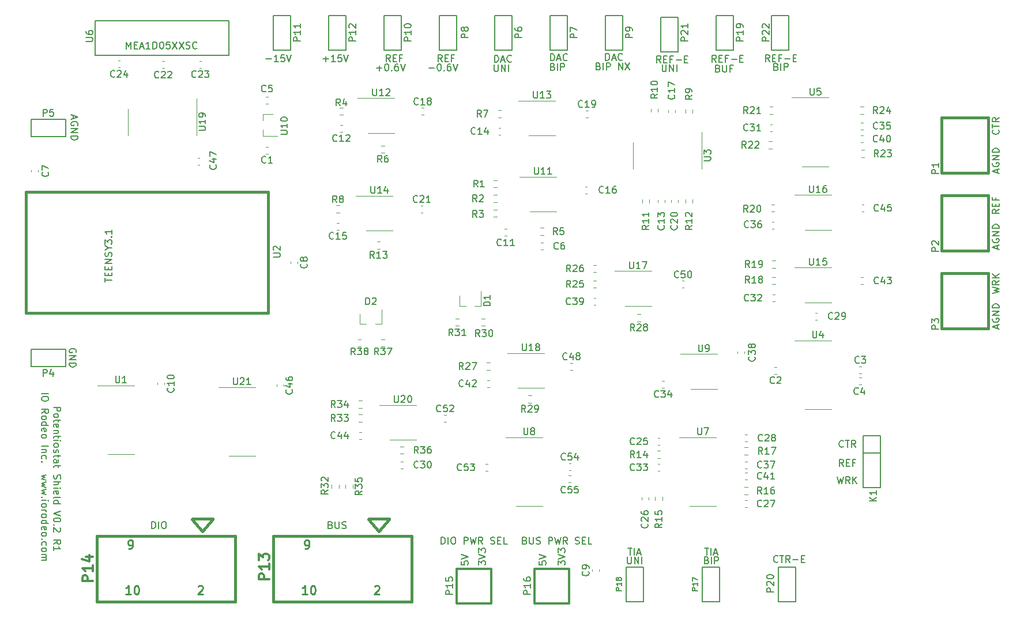
<source format=gto>
%TF.GenerationSoftware,KiCad,Pcbnew,5.1.7-a382d34a8~87~ubuntu18.04.1*%
%TF.CreationDate,2021-02-16T09:57:15-08:00*%
%TF.ProjectId,potentiostat,706f7465-6e74-4696-9f73-7461742e6b69,rev?*%
%TF.SameCoordinates,Original*%
%TF.FileFunction,Legend,Top*%
%TF.FilePolarity,Positive*%
%FSLAX46Y46*%
G04 Gerber Fmt 4.6, Leading zero omitted, Abs format (unit mm)*
G04 Created by KiCad (PCBNEW 5.1.7-a382d34a8~87~ubuntu18.04.1) date 2021-02-16 09:57:15*
%MOMM*%
%LPD*%
G01*
G04 APERTURE LIST*
%ADD10C,0.203200*%
%ADD11C,0.152400*%
%ADD12C,0.120000*%
%ADD13C,0.381000*%
%ADD14C,0.304800*%
%ADD15C,0.200000*%
%ADD16C,0.150000*%
%ADD17C,0.254000*%
G04 APERTURE END LIST*
D10*
X53642380Y-107623428D02*
X54658380Y-107623428D01*
X54658380Y-108300761D02*
X54658380Y-108494285D01*
X54610000Y-108591047D01*
X54513238Y-108687809D01*
X54319714Y-108736190D01*
X53981047Y-108736190D01*
X53787523Y-108687809D01*
X53690761Y-108591047D01*
X53642380Y-108494285D01*
X53642380Y-108300761D01*
X53690761Y-108204000D01*
X53787523Y-108107238D01*
X53981047Y-108058857D01*
X54319714Y-108058857D01*
X54513238Y-108107238D01*
X54610000Y-108204000D01*
X54658380Y-108300761D01*
X53642380Y-110526285D02*
X54126190Y-110187619D01*
X53642380Y-109945714D02*
X54658380Y-109945714D01*
X54658380Y-110332761D01*
X54610000Y-110429523D01*
X54561619Y-110477904D01*
X54464857Y-110526285D01*
X54319714Y-110526285D01*
X54222952Y-110477904D01*
X54174571Y-110429523D01*
X54126190Y-110332761D01*
X54126190Y-109945714D01*
X53642380Y-111106857D02*
X53690761Y-111010095D01*
X53739142Y-110961714D01*
X53835904Y-110913333D01*
X54126190Y-110913333D01*
X54222952Y-110961714D01*
X54271333Y-111010095D01*
X54319714Y-111106857D01*
X54319714Y-111252000D01*
X54271333Y-111348761D01*
X54222952Y-111397142D01*
X54126190Y-111445523D01*
X53835904Y-111445523D01*
X53739142Y-111397142D01*
X53690761Y-111348761D01*
X53642380Y-111252000D01*
X53642380Y-111106857D01*
X53642380Y-112316380D02*
X54658380Y-112316380D01*
X53690761Y-112316380D02*
X53642380Y-112219619D01*
X53642380Y-112026095D01*
X53690761Y-111929333D01*
X53739142Y-111880952D01*
X53835904Y-111832571D01*
X54126190Y-111832571D01*
X54222952Y-111880952D01*
X54271333Y-111929333D01*
X54319714Y-112026095D01*
X54319714Y-112219619D01*
X54271333Y-112316380D01*
X53690761Y-113187238D02*
X53642380Y-113090476D01*
X53642380Y-112896952D01*
X53690761Y-112800190D01*
X53787523Y-112751809D01*
X54174571Y-112751809D01*
X54271333Y-112800190D01*
X54319714Y-112896952D01*
X54319714Y-113090476D01*
X54271333Y-113187238D01*
X54174571Y-113235619D01*
X54077809Y-113235619D01*
X53981047Y-112751809D01*
X53642380Y-113816190D02*
X53690761Y-113719428D01*
X53739142Y-113671047D01*
X53835904Y-113622666D01*
X54126190Y-113622666D01*
X54222952Y-113671047D01*
X54271333Y-113719428D01*
X54319714Y-113816190D01*
X54319714Y-113961333D01*
X54271333Y-114058095D01*
X54222952Y-114106476D01*
X54126190Y-114154857D01*
X53835904Y-114154857D01*
X53739142Y-114106476D01*
X53690761Y-114058095D01*
X53642380Y-113961333D01*
X53642380Y-113816190D01*
X53642380Y-115364380D02*
X54658380Y-115364380D01*
X54319714Y-115848190D02*
X53642380Y-115848190D01*
X54222952Y-115848190D02*
X54271333Y-115896571D01*
X54319714Y-115993333D01*
X54319714Y-116138476D01*
X54271333Y-116235238D01*
X54174571Y-116283619D01*
X53642380Y-116283619D01*
X53690761Y-117202857D02*
X53642380Y-117106095D01*
X53642380Y-116912571D01*
X53690761Y-116815809D01*
X53739142Y-116767428D01*
X53835904Y-116719047D01*
X54126190Y-116719047D01*
X54222952Y-116767428D01*
X54271333Y-116815809D01*
X54319714Y-116912571D01*
X54319714Y-117106095D01*
X54271333Y-117202857D01*
X53739142Y-117638285D02*
X53690761Y-117686666D01*
X53642380Y-117638285D01*
X53690761Y-117589904D01*
X53739142Y-117638285D01*
X53642380Y-117638285D01*
X54319714Y-119573523D02*
X53642380Y-119767047D01*
X54126190Y-119960571D01*
X53642380Y-120154095D01*
X54319714Y-120347619D01*
X54319714Y-120637904D02*
X53642380Y-120831428D01*
X54126190Y-121024952D01*
X53642380Y-121218476D01*
X54319714Y-121412000D01*
X54319714Y-121702285D02*
X53642380Y-121895809D01*
X54126190Y-122089333D01*
X53642380Y-122282857D01*
X54319714Y-122476380D01*
X53739142Y-122863428D02*
X53690761Y-122911809D01*
X53642380Y-122863428D01*
X53690761Y-122815047D01*
X53739142Y-122863428D01*
X53642380Y-122863428D01*
X53642380Y-123347238D02*
X54319714Y-123347238D01*
X54658380Y-123347238D02*
X54610000Y-123298857D01*
X54561619Y-123347238D01*
X54610000Y-123395619D01*
X54658380Y-123347238D01*
X54561619Y-123347238D01*
X53642380Y-123976190D02*
X53690761Y-123879428D01*
X53739142Y-123831047D01*
X53835904Y-123782666D01*
X54126190Y-123782666D01*
X54222952Y-123831047D01*
X54271333Y-123879428D01*
X54319714Y-123976190D01*
X54319714Y-124121333D01*
X54271333Y-124218095D01*
X54222952Y-124266476D01*
X54126190Y-124314857D01*
X53835904Y-124314857D01*
X53739142Y-124266476D01*
X53690761Y-124218095D01*
X53642380Y-124121333D01*
X53642380Y-123976190D01*
X53642380Y-124750285D02*
X54319714Y-124750285D01*
X54126190Y-124750285D02*
X54222952Y-124798666D01*
X54271333Y-124847047D01*
X54319714Y-124943809D01*
X54319714Y-125040571D01*
X53642380Y-125524380D02*
X53690761Y-125427619D01*
X53739142Y-125379238D01*
X53835904Y-125330857D01*
X54126190Y-125330857D01*
X54222952Y-125379238D01*
X54271333Y-125427619D01*
X54319714Y-125524380D01*
X54319714Y-125669523D01*
X54271333Y-125766285D01*
X54222952Y-125814666D01*
X54126190Y-125863047D01*
X53835904Y-125863047D01*
X53739142Y-125814666D01*
X53690761Y-125766285D01*
X53642380Y-125669523D01*
X53642380Y-125524380D01*
X53642380Y-126733904D02*
X54658380Y-126733904D01*
X53690761Y-126733904D02*
X53642380Y-126637142D01*
X53642380Y-126443619D01*
X53690761Y-126346857D01*
X53739142Y-126298476D01*
X53835904Y-126250095D01*
X54126190Y-126250095D01*
X54222952Y-126298476D01*
X54271333Y-126346857D01*
X54319714Y-126443619D01*
X54319714Y-126637142D01*
X54271333Y-126733904D01*
X53690761Y-127604761D02*
X53642380Y-127508000D01*
X53642380Y-127314476D01*
X53690761Y-127217714D01*
X53787523Y-127169333D01*
X54174571Y-127169333D01*
X54271333Y-127217714D01*
X54319714Y-127314476D01*
X54319714Y-127508000D01*
X54271333Y-127604761D01*
X54174571Y-127653142D01*
X54077809Y-127653142D01*
X53981047Y-127169333D01*
X53642380Y-128233714D02*
X53690761Y-128136952D01*
X53739142Y-128088571D01*
X53835904Y-128040190D01*
X54126190Y-128040190D01*
X54222952Y-128088571D01*
X54271333Y-128136952D01*
X54319714Y-128233714D01*
X54319714Y-128378857D01*
X54271333Y-128475619D01*
X54222952Y-128524000D01*
X54126190Y-128572380D01*
X53835904Y-128572380D01*
X53739142Y-128524000D01*
X53690761Y-128475619D01*
X53642380Y-128378857D01*
X53642380Y-128233714D01*
X53739142Y-129007809D02*
X53690761Y-129056190D01*
X53642380Y-129007809D01*
X53690761Y-128959428D01*
X53739142Y-129007809D01*
X53642380Y-129007809D01*
X53690761Y-129927047D02*
X53642380Y-129830285D01*
X53642380Y-129636761D01*
X53690761Y-129540000D01*
X53739142Y-129491619D01*
X53835904Y-129443238D01*
X54126190Y-129443238D01*
X54222952Y-129491619D01*
X54271333Y-129540000D01*
X54319714Y-129636761D01*
X54319714Y-129830285D01*
X54271333Y-129927047D01*
X53642380Y-130507619D02*
X53690761Y-130410857D01*
X53739142Y-130362476D01*
X53835904Y-130314095D01*
X54126190Y-130314095D01*
X54222952Y-130362476D01*
X54271333Y-130410857D01*
X54319714Y-130507619D01*
X54319714Y-130652761D01*
X54271333Y-130749523D01*
X54222952Y-130797904D01*
X54126190Y-130846285D01*
X53835904Y-130846285D01*
X53739142Y-130797904D01*
X53690761Y-130749523D01*
X53642380Y-130652761D01*
X53642380Y-130507619D01*
X53642380Y-131281714D02*
X54319714Y-131281714D01*
X54222952Y-131281714D02*
X54271333Y-131330095D01*
X54319714Y-131426857D01*
X54319714Y-131572000D01*
X54271333Y-131668761D01*
X54174571Y-131717142D01*
X53642380Y-131717142D01*
X54174571Y-131717142D02*
X54271333Y-131765523D01*
X54319714Y-131862285D01*
X54319714Y-132007428D01*
X54271333Y-132104190D01*
X54174571Y-132152571D01*
X53642380Y-132152571D01*
X139651619Y-131625219D02*
X139651619Y-132447695D01*
X139700000Y-132544457D01*
X139748380Y-132592838D01*
X139845142Y-132641219D01*
X140038666Y-132641219D01*
X140135428Y-132592838D01*
X140183809Y-132544457D01*
X140232190Y-132447695D01*
X140232190Y-131625219D01*
X140716000Y-132641219D02*
X140716000Y-131625219D01*
X141296571Y-132641219D01*
X141296571Y-131625219D01*
X141780380Y-132641219D02*
X141780380Y-131625219D01*
X151316266Y-132109028D02*
X151461409Y-132157409D01*
X151509790Y-132205790D01*
X151558171Y-132302552D01*
X151558171Y-132447695D01*
X151509790Y-132544457D01*
X151461409Y-132592838D01*
X151364647Y-132641219D01*
X150977600Y-132641219D01*
X150977600Y-131625219D01*
X151316266Y-131625219D01*
X151413028Y-131673600D01*
X151461409Y-131721980D01*
X151509790Y-131818742D01*
X151509790Y-131915504D01*
X151461409Y-132012266D01*
X151413028Y-132060647D01*
X151316266Y-132109028D01*
X150977600Y-132109028D01*
X151993600Y-132641219D02*
X151993600Y-131625219D01*
X152477409Y-132641219D02*
X152477409Y-131625219D01*
X152864457Y-131625219D01*
X152961219Y-131673600D01*
X153009600Y-131721980D01*
X153057980Y-131818742D01*
X153057980Y-131963885D01*
X153009600Y-132060647D01*
X152961219Y-132109028D01*
X152864457Y-132157409D01*
X152477409Y-132157409D01*
X161527066Y-59617428D02*
X161672209Y-59665809D01*
X161720590Y-59714190D01*
X161768971Y-59810952D01*
X161768971Y-59956095D01*
X161720590Y-60052857D01*
X161672209Y-60101238D01*
X161575447Y-60149619D01*
X161188400Y-60149619D01*
X161188400Y-59133619D01*
X161527066Y-59133619D01*
X161623828Y-59182000D01*
X161672209Y-59230380D01*
X161720590Y-59327142D01*
X161720590Y-59423904D01*
X161672209Y-59520666D01*
X161623828Y-59569047D01*
X161527066Y-59617428D01*
X161188400Y-59617428D01*
X162204400Y-60149619D02*
X162204400Y-59133619D01*
X162688209Y-60149619D02*
X162688209Y-59133619D01*
X163075257Y-59133619D01*
X163172019Y-59182000D01*
X163220400Y-59230380D01*
X163268780Y-59327142D01*
X163268780Y-59472285D01*
X163220400Y-59569047D01*
X163172019Y-59617428D01*
X163075257Y-59665809D01*
X162688209Y-59665809D01*
X152978152Y-59871428D02*
X153123295Y-59919809D01*
X153171676Y-59968190D01*
X153220057Y-60064952D01*
X153220057Y-60210095D01*
X153171676Y-60306857D01*
X153123295Y-60355238D01*
X153026533Y-60403619D01*
X152639485Y-60403619D01*
X152639485Y-59387619D01*
X152978152Y-59387619D01*
X153074914Y-59436000D01*
X153123295Y-59484380D01*
X153171676Y-59581142D01*
X153171676Y-59677904D01*
X153123295Y-59774666D01*
X153074914Y-59823047D01*
X152978152Y-59871428D01*
X152639485Y-59871428D01*
X153655485Y-59387619D02*
X153655485Y-60210095D01*
X153703866Y-60306857D01*
X153752247Y-60355238D01*
X153849009Y-60403619D01*
X154042533Y-60403619D01*
X154139295Y-60355238D01*
X154187676Y-60306857D01*
X154236057Y-60210095D01*
X154236057Y-59387619D01*
X155058533Y-59871428D02*
X154719866Y-59871428D01*
X154719866Y-60403619D02*
X154719866Y-59387619D01*
X155203676Y-59387619D01*
X144782419Y-59336819D02*
X144782419Y-60159295D01*
X144830800Y-60256057D01*
X144879180Y-60304438D01*
X144975942Y-60352819D01*
X145169466Y-60352819D01*
X145266228Y-60304438D01*
X145314609Y-60256057D01*
X145362990Y-60159295D01*
X145362990Y-59336819D01*
X145846800Y-60352819D02*
X145846800Y-59336819D01*
X146427371Y-60352819D01*
X146427371Y-59336819D01*
X146911180Y-60352819D02*
X146911180Y-59336819D01*
X135435219Y-59566628D02*
X135580361Y-59615009D01*
X135628742Y-59663390D01*
X135677123Y-59760152D01*
X135677123Y-59905295D01*
X135628742Y-60002057D01*
X135580361Y-60050438D01*
X135483600Y-60098819D01*
X135096552Y-60098819D01*
X135096552Y-59082819D01*
X135435219Y-59082819D01*
X135531980Y-59131200D01*
X135580361Y-59179580D01*
X135628742Y-59276342D01*
X135628742Y-59373104D01*
X135580361Y-59469866D01*
X135531980Y-59518247D01*
X135435219Y-59566628D01*
X135096552Y-59566628D01*
X136112552Y-60098819D02*
X136112552Y-59082819D01*
X136596361Y-60098819D02*
X136596361Y-59082819D01*
X136983409Y-59082819D01*
X137080171Y-59131200D01*
X137128552Y-59179580D01*
X137176933Y-59276342D01*
X137176933Y-59421485D01*
X137128552Y-59518247D01*
X137080171Y-59566628D01*
X136983409Y-59615009D01*
X136596361Y-59615009D01*
X138386457Y-60098819D02*
X138386457Y-59082819D01*
X138967028Y-60098819D01*
X138967028Y-59082819D01*
X139354076Y-59082819D02*
X140031409Y-60098819D01*
X140031409Y-59082819D02*
X139354076Y-60098819D01*
X110540800Y-59813371D02*
X111314895Y-59813371D01*
X111992228Y-59184419D02*
X112088990Y-59184419D01*
X112185752Y-59232800D01*
X112234133Y-59281180D01*
X112282514Y-59377942D01*
X112330895Y-59571466D01*
X112330895Y-59813371D01*
X112282514Y-60006895D01*
X112234133Y-60103657D01*
X112185752Y-60152038D01*
X112088990Y-60200419D01*
X111992228Y-60200419D01*
X111895466Y-60152038D01*
X111847085Y-60103657D01*
X111798704Y-60006895D01*
X111750323Y-59813371D01*
X111750323Y-59571466D01*
X111798704Y-59377942D01*
X111847085Y-59281180D01*
X111895466Y-59232800D01*
X111992228Y-59184419D01*
X112766323Y-60103657D02*
X112814704Y-60152038D01*
X112766323Y-60200419D01*
X112717942Y-60152038D01*
X112766323Y-60103657D01*
X112766323Y-60200419D01*
X113685561Y-59184419D02*
X113492038Y-59184419D01*
X113395276Y-59232800D01*
X113346895Y-59281180D01*
X113250133Y-59426323D01*
X113201752Y-59619847D01*
X113201752Y-60006895D01*
X113250133Y-60103657D01*
X113298514Y-60152038D01*
X113395276Y-60200419D01*
X113588800Y-60200419D01*
X113685561Y-60152038D01*
X113733942Y-60103657D01*
X113782323Y-60006895D01*
X113782323Y-59764990D01*
X113733942Y-59668228D01*
X113685561Y-59619847D01*
X113588800Y-59571466D01*
X113395276Y-59571466D01*
X113298514Y-59619847D01*
X113250133Y-59668228D01*
X113201752Y-59764990D01*
X114072609Y-59184419D02*
X114411276Y-60200419D01*
X114749942Y-59184419D01*
X102819200Y-59813371D02*
X103593295Y-59813371D01*
X103206247Y-60200419D02*
X103206247Y-59426323D01*
X104270628Y-59184419D02*
X104367390Y-59184419D01*
X104464152Y-59232800D01*
X104512533Y-59281180D01*
X104560914Y-59377942D01*
X104609295Y-59571466D01*
X104609295Y-59813371D01*
X104560914Y-60006895D01*
X104512533Y-60103657D01*
X104464152Y-60152038D01*
X104367390Y-60200419D01*
X104270628Y-60200419D01*
X104173866Y-60152038D01*
X104125485Y-60103657D01*
X104077104Y-60006895D01*
X104028723Y-59813371D01*
X104028723Y-59571466D01*
X104077104Y-59377942D01*
X104125485Y-59281180D01*
X104173866Y-59232800D01*
X104270628Y-59184419D01*
X105044723Y-60103657D02*
X105093104Y-60152038D01*
X105044723Y-60200419D01*
X104996342Y-60152038D01*
X105044723Y-60103657D01*
X105044723Y-60200419D01*
X105963961Y-59184419D02*
X105770438Y-59184419D01*
X105673676Y-59232800D01*
X105625295Y-59281180D01*
X105528533Y-59426323D01*
X105480152Y-59619847D01*
X105480152Y-60006895D01*
X105528533Y-60103657D01*
X105576914Y-60152038D01*
X105673676Y-60200419D01*
X105867200Y-60200419D01*
X105963961Y-60152038D01*
X106012342Y-60103657D01*
X106060723Y-60006895D01*
X106060723Y-59764990D01*
X106012342Y-59668228D01*
X105963961Y-59619847D01*
X105867200Y-59571466D01*
X105673676Y-59571466D01*
X105576914Y-59619847D01*
X105528533Y-59668228D01*
X105480152Y-59764990D01*
X106351009Y-59184419D02*
X106689676Y-60200419D01*
X107028342Y-59184419D01*
X128710266Y-59617428D02*
X128855409Y-59665809D01*
X128903790Y-59714190D01*
X128952171Y-59810952D01*
X128952171Y-59956095D01*
X128903790Y-60052857D01*
X128855409Y-60101238D01*
X128758647Y-60149619D01*
X128371600Y-60149619D01*
X128371600Y-59133619D01*
X128710266Y-59133619D01*
X128807028Y-59182000D01*
X128855409Y-59230380D01*
X128903790Y-59327142D01*
X128903790Y-59423904D01*
X128855409Y-59520666D01*
X128807028Y-59569047D01*
X128710266Y-59617428D01*
X128371600Y-59617428D01*
X129387600Y-60149619D02*
X129387600Y-59133619D01*
X129871409Y-60149619D02*
X129871409Y-59133619D01*
X130258457Y-59133619D01*
X130355219Y-59182000D01*
X130403600Y-59230380D01*
X130451980Y-59327142D01*
X130451980Y-59472285D01*
X130403600Y-59569047D01*
X130355219Y-59617428D01*
X130258457Y-59665809D01*
X129871409Y-59665809D01*
X120093619Y-59286019D02*
X120093619Y-60108495D01*
X120142000Y-60205257D01*
X120190380Y-60253638D01*
X120287142Y-60302019D01*
X120480666Y-60302019D01*
X120577428Y-60253638D01*
X120625809Y-60205257D01*
X120674190Y-60108495D01*
X120674190Y-59286019D01*
X121158000Y-60302019D02*
X121158000Y-59286019D01*
X121738571Y-60302019D01*
X121738571Y-59286019D01*
X122222380Y-60302019D02*
X122222380Y-59286019D01*
X160535257Y-58879619D02*
X160196590Y-58395809D01*
X159954685Y-58879619D02*
X159954685Y-57863619D01*
X160341733Y-57863619D01*
X160438495Y-57912000D01*
X160486876Y-57960380D01*
X160535257Y-58057142D01*
X160535257Y-58202285D01*
X160486876Y-58299047D01*
X160438495Y-58347428D01*
X160341733Y-58395809D01*
X159954685Y-58395809D01*
X160970685Y-58347428D02*
X161309352Y-58347428D01*
X161454495Y-58879619D02*
X160970685Y-58879619D01*
X160970685Y-57863619D01*
X161454495Y-57863619D01*
X162228590Y-58347428D02*
X161889923Y-58347428D01*
X161889923Y-58879619D02*
X161889923Y-57863619D01*
X162373733Y-57863619D01*
X162760780Y-58492571D02*
X163534876Y-58492571D01*
X164018685Y-58347428D02*
X164357352Y-58347428D01*
X164502495Y-58879619D02*
X164018685Y-58879619D01*
X164018685Y-57863619D01*
X164502495Y-57863619D01*
X171377428Y-115424857D02*
X171329047Y-115473238D01*
X171183904Y-115521619D01*
X171087142Y-115521619D01*
X170942000Y-115473238D01*
X170845238Y-115376476D01*
X170796857Y-115279714D01*
X170748476Y-115086190D01*
X170748476Y-114941047D01*
X170796857Y-114747523D01*
X170845238Y-114650761D01*
X170942000Y-114554000D01*
X171087142Y-114505619D01*
X171183904Y-114505619D01*
X171329047Y-114554000D01*
X171377428Y-114602380D01*
X171667714Y-114505619D02*
X172248285Y-114505619D01*
X171958000Y-115521619D02*
X171958000Y-114505619D01*
X173167523Y-115521619D02*
X172828857Y-115037809D01*
X172586952Y-115521619D02*
X172586952Y-114505619D01*
X172974000Y-114505619D01*
X173070761Y-114554000D01*
X173119142Y-114602380D01*
X173167523Y-114699142D01*
X173167523Y-114844285D01*
X173119142Y-114941047D01*
X173070761Y-114989428D01*
X172974000Y-115037809D01*
X172586952Y-115037809D01*
X171377428Y-118315619D02*
X171038761Y-117831809D01*
X170796857Y-118315619D02*
X170796857Y-117299619D01*
X171183904Y-117299619D01*
X171280666Y-117348000D01*
X171329047Y-117396380D01*
X171377428Y-117493142D01*
X171377428Y-117638285D01*
X171329047Y-117735047D01*
X171280666Y-117783428D01*
X171183904Y-117831809D01*
X170796857Y-117831809D01*
X171812857Y-117783428D02*
X172151523Y-117783428D01*
X172296666Y-118315619D02*
X171812857Y-118315619D01*
X171812857Y-117299619D01*
X172296666Y-117299619D01*
X173070761Y-117783428D02*
X172732095Y-117783428D01*
X172732095Y-118315619D02*
X172732095Y-117299619D01*
X173215904Y-117299619D01*
X170506571Y-119839619D02*
X170748476Y-120855619D01*
X170942000Y-120129904D01*
X171135523Y-120855619D01*
X171377428Y-119839619D01*
X172345047Y-120855619D02*
X172006380Y-120371809D01*
X171764476Y-120855619D02*
X171764476Y-119839619D01*
X172151523Y-119839619D01*
X172248285Y-119888000D01*
X172296666Y-119936380D01*
X172345047Y-120033142D01*
X172345047Y-120178285D01*
X172296666Y-120275047D01*
X172248285Y-120323428D01*
X172151523Y-120371809D01*
X171764476Y-120371809D01*
X172780476Y-120855619D02*
X172780476Y-119839619D01*
X173361047Y-120855619D02*
X172925619Y-120275047D01*
X173361047Y-119839619D02*
X172780476Y-120420190D01*
X194164857Y-68906571D02*
X194213238Y-68954952D01*
X194261619Y-69100095D01*
X194261619Y-69196857D01*
X194213238Y-69342000D01*
X194116476Y-69438761D01*
X194019714Y-69487142D01*
X193826190Y-69535523D01*
X193681047Y-69535523D01*
X193487523Y-69487142D01*
X193390761Y-69438761D01*
X193294000Y-69342000D01*
X193245619Y-69196857D01*
X193245619Y-69100095D01*
X193294000Y-68954952D01*
X193342380Y-68906571D01*
X193245619Y-68616285D02*
X193245619Y-68035714D01*
X194261619Y-68326000D02*
X193245619Y-68326000D01*
X194261619Y-67116476D02*
X193777809Y-67455142D01*
X194261619Y-67697047D02*
X193245619Y-67697047D01*
X193245619Y-67310000D01*
X193294000Y-67213238D01*
X193342380Y-67164857D01*
X193439142Y-67116476D01*
X193584285Y-67116476D01*
X193681047Y-67164857D01*
X193729428Y-67213238D01*
X193777809Y-67310000D01*
X193777809Y-67697047D01*
X194261619Y-80590571D02*
X193777809Y-80929238D01*
X194261619Y-81171142D02*
X193245619Y-81171142D01*
X193245619Y-80784095D01*
X193294000Y-80687333D01*
X193342380Y-80638952D01*
X193439142Y-80590571D01*
X193584285Y-80590571D01*
X193681047Y-80638952D01*
X193729428Y-80687333D01*
X193777809Y-80784095D01*
X193777809Y-81171142D01*
X193729428Y-80155142D02*
X193729428Y-79816476D01*
X194261619Y-79671333D02*
X194261619Y-80155142D01*
X193245619Y-80155142D01*
X193245619Y-79671333D01*
X193729428Y-78897238D02*
X193729428Y-79235904D01*
X194261619Y-79235904D02*
X193245619Y-79235904D01*
X193245619Y-78752095D01*
X193245619Y-92891428D02*
X194261619Y-92649523D01*
X193535904Y-92456000D01*
X194261619Y-92262476D01*
X193245619Y-92020571D01*
X194261619Y-91052952D02*
X193777809Y-91391619D01*
X194261619Y-91633523D02*
X193245619Y-91633523D01*
X193245619Y-91246476D01*
X193294000Y-91149714D01*
X193342380Y-91101333D01*
X193439142Y-91052952D01*
X193584285Y-91052952D01*
X193681047Y-91101333D01*
X193729428Y-91149714D01*
X193777809Y-91246476D01*
X193777809Y-91633523D01*
X194261619Y-90617523D02*
X193245619Y-90617523D01*
X194261619Y-90036952D02*
X193681047Y-90472380D01*
X193245619Y-90036952D02*
X193826190Y-90617523D01*
X193971333Y-75196095D02*
X193971333Y-74712285D01*
X194261619Y-75292857D02*
X193245619Y-74954190D01*
X194261619Y-74615523D01*
X193294000Y-73744666D02*
X193245619Y-73841428D01*
X193245619Y-73986571D01*
X193294000Y-74131714D01*
X193390761Y-74228476D01*
X193487523Y-74276857D01*
X193681047Y-74325238D01*
X193826190Y-74325238D01*
X194019714Y-74276857D01*
X194116476Y-74228476D01*
X194213238Y-74131714D01*
X194261619Y-73986571D01*
X194261619Y-73889809D01*
X194213238Y-73744666D01*
X194164857Y-73696285D01*
X193826190Y-73696285D01*
X193826190Y-73889809D01*
X194261619Y-73260857D02*
X193245619Y-73260857D01*
X194261619Y-72680285D01*
X193245619Y-72680285D01*
X194261619Y-72196476D02*
X193245619Y-72196476D01*
X193245619Y-71954571D01*
X193294000Y-71809428D01*
X193390761Y-71712666D01*
X193487523Y-71664285D01*
X193681047Y-71615904D01*
X193826190Y-71615904D01*
X194019714Y-71664285D01*
X194116476Y-71712666D01*
X194213238Y-71809428D01*
X194261619Y-71954571D01*
X194261619Y-72196476D01*
X193971333Y-86372095D02*
X193971333Y-85888285D01*
X194261619Y-86468857D02*
X193245619Y-86130190D01*
X194261619Y-85791523D01*
X193294000Y-84920666D02*
X193245619Y-85017428D01*
X193245619Y-85162571D01*
X193294000Y-85307714D01*
X193390761Y-85404476D01*
X193487523Y-85452857D01*
X193681047Y-85501238D01*
X193826190Y-85501238D01*
X194019714Y-85452857D01*
X194116476Y-85404476D01*
X194213238Y-85307714D01*
X194261619Y-85162571D01*
X194261619Y-85065809D01*
X194213238Y-84920666D01*
X194164857Y-84872285D01*
X193826190Y-84872285D01*
X193826190Y-85065809D01*
X194261619Y-84436857D02*
X193245619Y-84436857D01*
X194261619Y-83856285D01*
X193245619Y-83856285D01*
X194261619Y-83372476D02*
X193245619Y-83372476D01*
X193245619Y-83130571D01*
X193294000Y-82985428D01*
X193390761Y-82888666D01*
X193487523Y-82840285D01*
X193681047Y-82791904D01*
X193826190Y-82791904D01*
X194019714Y-82840285D01*
X194116476Y-82888666D01*
X194213238Y-82985428D01*
X194261619Y-83130571D01*
X194261619Y-83372476D01*
X193971333Y-98056095D02*
X193971333Y-97572285D01*
X194261619Y-98152857D02*
X193245619Y-97814190D01*
X194261619Y-97475523D01*
X193294000Y-96604666D02*
X193245619Y-96701428D01*
X193245619Y-96846571D01*
X193294000Y-96991714D01*
X193390761Y-97088476D01*
X193487523Y-97136857D01*
X193681047Y-97185238D01*
X193826190Y-97185238D01*
X194019714Y-97136857D01*
X194116476Y-97088476D01*
X194213238Y-96991714D01*
X194261619Y-96846571D01*
X194261619Y-96749809D01*
X194213238Y-96604666D01*
X194164857Y-96556285D01*
X193826190Y-96556285D01*
X193826190Y-96749809D01*
X194261619Y-96120857D02*
X193245619Y-96120857D01*
X194261619Y-95540285D01*
X193245619Y-95540285D01*
X194261619Y-95056476D02*
X193245619Y-95056476D01*
X193245619Y-94814571D01*
X193294000Y-94669428D01*
X193390761Y-94572666D01*
X193487523Y-94524285D01*
X193681047Y-94475904D01*
X193826190Y-94475904D01*
X194019714Y-94524285D01*
X194116476Y-94572666D01*
X194213238Y-94669428D01*
X194261619Y-94814571D01*
X194261619Y-95056476D01*
X58250666Y-66789904D02*
X58250666Y-67273714D01*
X57960380Y-66693142D02*
X58976380Y-67031809D01*
X57960380Y-67370476D01*
X58928000Y-68241333D02*
X58976380Y-68144571D01*
X58976380Y-67999428D01*
X58928000Y-67854285D01*
X58831238Y-67757523D01*
X58734476Y-67709142D01*
X58540952Y-67660761D01*
X58395809Y-67660761D01*
X58202285Y-67709142D01*
X58105523Y-67757523D01*
X58008761Y-67854285D01*
X57960380Y-67999428D01*
X57960380Y-68096190D01*
X58008761Y-68241333D01*
X58057142Y-68289714D01*
X58395809Y-68289714D01*
X58395809Y-68096190D01*
X57960380Y-68725142D02*
X58976380Y-68725142D01*
X57960380Y-69305714D01*
X58976380Y-69305714D01*
X57960380Y-69789523D02*
X58976380Y-69789523D01*
X58976380Y-70031428D01*
X58928000Y-70176571D01*
X58831238Y-70273333D01*
X58734476Y-70321714D01*
X58540952Y-70370095D01*
X58395809Y-70370095D01*
X58202285Y-70321714D01*
X58105523Y-70273333D01*
X58008761Y-70176571D01*
X57960380Y-70031428D01*
X57960380Y-69789523D01*
X58674000Y-101587904D02*
X58722380Y-101491142D01*
X58722380Y-101346000D01*
X58674000Y-101200857D01*
X58577238Y-101104095D01*
X58480476Y-101055714D01*
X58286952Y-101007333D01*
X58141809Y-101007333D01*
X57948285Y-101055714D01*
X57851523Y-101104095D01*
X57754761Y-101200857D01*
X57706380Y-101346000D01*
X57706380Y-101442761D01*
X57754761Y-101587904D01*
X57803142Y-101636285D01*
X58141809Y-101636285D01*
X58141809Y-101442761D01*
X57706380Y-102071714D02*
X58722380Y-102071714D01*
X57706380Y-102652285D01*
X58722380Y-102652285D01*
X57706380Y-103136095D02*
X58722380Y-103136095D01*
X58722380Y-103378000D01*
X58674000Y-103523142D01*
X58577238Y-103619904D01*
X58480476Y-103668285D01*
X58286952Y-103716666D01*
X58141809Y-103716666D01*
X57948285Y-103668285D01*
X57851523Y-103619904D01*
X57754761Y-103523142D01*
X57706380Y-103378000D01*
X57706380Y-103136095D01*
X129491619Y-132829904D02*
X129491619Y-132200952D01*
X129878666Y-132539619D01*
X129878666Y-132394476D01*
X129927047Y-132297714D01*
X129975428Y-132249333D01*
X130072190Y-132200952D01*
X130314095Y-132200952D01*
X130410857Y-132249333D01*
X130459238Y-132297714D01*
X130507619Y-132394476D01*
X130507619Y-132684761D01*
X130459238Y-132781523D01*
X130410857Y-132829904D01*
X129491619Y-131910666D02*
X130507619Y-131572000D01*
X129491619Y-131233333D01*
X129491619Y-130991428D02*
X129491619Y-130362476D01*
X129878666Y-130701142D01*
X129878666Y-130556000D01*
X129927047Y-130459238D01*
X129975428Y-130410857D01*
X130072190Y-130362476D01*
X130314095Y-130362476D01*
X130410857Y-130410857D01*
X130459238Y-130459238D01*
X130507619Y-130556000D01*
X130507619Y-130846285D01*
X130459238Y-130943047D01*
X130410857Y-130991428D01*
X126697619Y-132273523D02*
X126697619Y-132757333D01*
X127181428Y-132805714D01*
X127133047Y-132757333D01*
X127084666Y-132660571D01*
X127084666Y-132418666D01*
X127133047Y-132321904D01*
X127181428Y-132273523D01*
X127278190Y-132225142D01*
X127520095Y-132225142D01*
X127616857Y-132273523D01*
X127665238Y-132321904D01*
X127713619Y-132418666D01*
X127713619Y-132660571D01*
X127665238Y-132757333D01*
X127616857Y-132805714D01*
X126697619Y-131934857D02*
X127713619Y-131596190D01*
X126697619Y-131257523D01*
X124617238Y-129213428D02*
X124762380Y-129261809D01*
X124810761Y-129310190D01*
X124859142Y-129406952D01*
X124859142Y-129552095D01*
X124810761Y-129648857D01*
X124762380Y-129697238D01*
X124665619Y-129745619D01*
X124278571Y-129745619D01*
X124278571Y-128729619D01*
X124617238Y-128729619D01*
X124714000Y-128778000D01*
X124762380Y-128826380D01*
X124810761Y-128923142D01*
X124810761Y-129019904D01*
X124762380Y-129116666D01*
X124714000Y-129165047D01*
X124617238Y-129213428D01*
X124278571Y-129213428D01*
X125294571Y-128729619D02*
X125294571Y-129552095D01*
X125342952Y-129648857D01*
X125391333Y-129697238D01*
X125488095Y-129745619D01*
X125681619Y-129745619D01*
X125778380Y-129697238D01*
X125826761Y-129648857D01*
X125875142Y-129552095D01*
X125875142Y-128729619D01*
X126310571Y-129697238D02*
X126455714Y-129745619D01*
X126697619Y-129745619D01*
X126794380Y-129697238D01*
X126842761Y-129648857D01*
X126891142Y-129552095D01*
X126891142Y-129455333D01*
X126842761Y-129358571D01*
X126794380Y-129310190D01*
X126697619Y-129261809D01*
X126504095Y-129213428D01*
X126407333Y-129165047D01*
X126358952Y-129116666D01*
X126310571Y-129019904D01*
X126310571Y-128923142D01*
X126358952Y-128826380D01*
X126407333Y-128778000D01*
X126504095Y-128729619D01*
X126746000Y-128729619D01*
X126891142Y-128778000D01*
X128100666Y-129745619D02*
X128100666Y-128729619D01*
X128487714Y-128729619D01*
X128584476Y-128778000D01*
X128632857Y-128826380D01*
X128681238Y-128923142D01*
X128681238Y-129068285D01*
X128632857Y-129165047D01*
X128584476Y-129213428D01*
X128487714Y-129261809D01*
X128100666Y-129261809D01*
X129019904Y-128729619D02*
X129261809Y-129745619D01*
X129455333Y-129019904D01*
X129648857Y-129745619D01*
X129890761Y-128729619D01*
X130858380Y-129745619D02*
X130519714Y-129261809D01*
X130277809Y-129745619D02*
X130277809Y-128729619D01*
X130664857Y-128729619D01*
X130761619Y-128778000D01*
X130810000Y-128826380D01*
X130858380Y-128923142D01*
X130858380Y-129068285D01*
X130810000Y-129165047D01*
X130761619Y-129213428D01*
X130664857Y-129261809D01*
X130277809Y-129261809D01*
X132019523Y-129697238D02*
X132164666Y-129745619D01*
X132406571Y-129745619D01*
X132503333Y-129697238D01*
X132551714Y-129648857D01*
X132600095Y-129552095D01*
X132600095Y-129455333D01*
X132551714Y-129358571D01*
X132503333Y-129310190D01*
X132406571Y-129261809D01*
X132213047Y-129213428D01*
X132116285Y-129165047D01*
X132067904Y-129116666D01*
X132019523Y-129019904D01*
X132019523Y-128923142D01*
X132067904Y-128826380D01*
X132116285Y-128778000D01*
X132213047Y-128729619D01*
X132454952Y-128729619D01*
X132600095Y-128778000D01*
X133035523Y-129213428D02*
X133374190Y-129213428D01*
X133519333Y-129745619D02*
X133035523Y-129745619D01*
X133035523Y-128729619D01*
X133519333Y-128729619D01*
X134438571Y-129745619D02*
X133954761Y-129745619D01*
X133954761Y-128729619D01*
X112328476Y-129745619D02*
X112328476Y-128729619D01*
X112570380Y-128729619D01*
X112715523Y-128778000D01*
X112812285Y-128874761D01*
X112860666Y-128971523D01*
X112909047Y-129165047D01*
X112909047Y-129310190D01*
X112860666Y-129503714D01*
X112812285Y-129600476D01*
X112715523Y-129697238D01*
X112570380Y-129745619D01*
X112328476Y-129745619D01*
X113344476Y-129745619D02*
X113344476Y-128729619D01*
X114021809Y-128729619D02*
X114215333Y-128729619D01*
X114312095Y-128778000D01*
X114408857Y-128874761D01*
X114457238Y-129068285D01*
X114457238Y-129406952D01*
X114408857Y-129600476D01*
X114312095Y-129697238D01*
X114215333Y-129745619D01*
X114021809Y-129745619D01*
X113925047Y-129697238D01*
X113828285Y-129600476D01*
X113779904Y-129406952D01*
X113779904Y-129068285D01*
X113828285Y-128874761D01*
X113925047Y-128778000D01*
X114021809Y-128729619D01*
X115666761Y-129745619D02*
X115666761Y-128729619D01*
X116053809Y-128729619D01*
X116150571Y-128778000D01*
X116198952Y-128826380D01*
X116247333Y-128923142D01*
X116247333Y-129068285D01*
X116198952Y-129165047D01*
X116150571Y-129213428D01*
X116053809Y-129261809D01*
X115666761Y-129261809D01*
X116586000Y-128729619D02*
X116827904Y-129745619D01*
X117021428Y-129019904D01*
X117214952Y-129745619D01*
X117456857Y-128729619D01*
X118424476Y-129745619D02*
X118085809Y-129261809D01*
X117843904Y-129745619D02*
X117843904Y-128729619D01*
X118230952Y-128729619D01*
X118327714Y-128778000D01*
X118376095Y-128826380D01*
X118424476Y-128923142D01*
X118424476Y-129068285D01*
X118376095Y-129165047D01*
X118327714Y-129213428D01*
X118230952Y-129261809D01*
X117843904Y-129261809D01*
X119585619Y-129697238D02*
X119730761Y-129745619D01*
X119972666Y-129745619D01*
X120069428Y-129697238D01*
X120117809Y-129648857D01*
X120166190Y-129552095D01*
X120166190Y-129455333D01*
X120117809Y-129358571D01*
X120069428Y-129310190D01*
X119972666Y-129261809D01*
X119779142Y-129213428D01*
X119682380Y-129165047D01*
X119634000Y-129116666D01*
X119585619Y-129019904D01*
X119585619Y-128923142D01*
X119634000Y-128826380D01*
X119682380Y-128778000D01*
X119779142Y-128729619D01*
X120021047Y-128729619D01*
X120166190Y-128778000D01*
X120601619Y-129213428D02*
X120940285Y-129213428D01*
X121085428Y-129745619D02*
X120601619Y-129745619D01*
X120601619Y-128729619D01*
X121085428Y-128729619D01*
X122004666Y-129745619D02*
X121520857Y-129745619D01*
X121520857Y-128729619D01*
X117807619Y-132829904D02*
X117807619Y-132200952D01*
X118194666Y-132539619D01*
X118194666Y-132394476D01*
X118243047Y-132297714D01*
X118291428Y-132249333D01*
X118388190Y-132200952D01*
X118630095Y-132200952D01*
X118726857Y-132249333D01*
X118775238Y-132297714D01*
X118823619Y-132394476D01*
X118823619Y-132684761D01*
X118775238Y-132781523D01*
X118726857Y-132829904D01*
X117807619Y-131910666D02*
X118823619Y-131572000D01*
X117807619Y-131233333D01*
X117807619Y-130991428D02*
X117807619Y-130362476D01*
X118194666Y-130701142D01*
X118194666Y-130556000D01*
X118243047Y-130459238D01*
X118291428Y-130410857D01*
X118388190Y-130362476D01*
X118630095Y-130362476D01*
X118726857Y-130410857D01*
X118775238Y-130459238D01*
X118823619Y-130556000D01*
X118823619Y-130846285D01*
X118775238Y-130943047D01*
X118726857Y-130991428D01*
X115267619Y-132273523D02*
X115267619Y-132757333D01*
X115751428Y-132805714D01*
X115703047Y-132757333D01*
X115654666Y-132660571D01*
X115654666Y-132418666D01*
X115703047Y-132321904D01*
X115751428Y-132273523D01*
X115848190Y-132225142D01*
X116090095Y-132225142D01*
X116186857Y-132273523D01*
X116235238Y-132321904D01*
X116283619Y-132418666D01*
X116283619Y-132660571D01*
X116235238Y-132757333D01*
X116186857Y-132805714D01*
X115267619Y-131934857D02*
X116283619Y-131596190D01*
X115267619Y-131257523D01*
X96084571Y-126927428D02*
X96229714Y-126975809D01*
X96278095Y-127024190D01*
X96326476Y-127120952D01*
X96326476Y-127266095D01*
X96278095Y-127362857D01*
X96229714Y-127411238D01*
X96132952Y-127459619D01*
X95745904Y-127459619D01*
X95745904Y-126443619D01*
X96084571Y-126443619D01*
X96181333Y-126492000D01*
X96229714Y-126540380D01*
X96278095Y-126637142D01*
X96278095Y-126733904D01*
X96229714Y-126830666D01*
X96181333Y-126879047D01*
X96084571Y-126927428D01*
X95745904Y-126927428D01*
X96761904Y-126443619D02*
X96761904Y-127266095D01*
X96810285Y-127362857D01*
X96858666Y-127411238D01*
X96955428Y-127459619D01*
X97148952Y-127459619D01*
X97245714Y-127411238D01*
X97294095Y-127362857D01*
X97342476Y-127266095D01*
X97342476Y-126443619D01*
X97777904Y-127411238D02*
X97923047Y-127459619D01*
X98164952Y-127459619D01*
X98261714Y-127411238D01*
X98310095Y-127362857D01*
X98358476Y-127266095D01*
X98358476Y-127169333D01*
X98310095Y-127072571D01*
X98261714Y-127024190D01*
X98164952Y-126975809D01*
X97971428Y-126927428D01*
X97874666Y-126879047D01*
X97826285Y-126830666D01*
X97777904Y-126733904D01*
X97777904Y-126637142D01*
X97826285Y-126540380D01*
X97874666Y-126492000D01*
X97971428Y-126443619D01*
X98213333Y-126443619D01*
X98358476Y-126492000D01*
X69825809Y-127459619D02*
X69825809Y-126443619D01*
X70067714Y-126443619D01*
X70212857Y-126492000D01*
X70309619Y-126588761D01*
X70358000Y-126685523D01*
X70406380Y-126879047D01*
X70406380Y-127024190D01*
X70358000Y-127217714D01*
X70309619Y-127314476D01*
X70212857Y-127411238D01*
X70067714Y-127459619D01*
X69825809Y-127459619D01*
X70841809Y-127459619D02*
X70841809Y-126443619D01*
X71519142Y-126443619D02*
X71712666Y-126443619D01*
X71809428Y-126492000D01*
X71906190Y-126588761D01*
X71954571Y-126782285D01*
X71954571Y-127120952D01*
X71906190Y-127314476D01*
X71809428Y-127411238D01*
X71712666Y-127459619D01*
X71519142Y-127459619D01*
X71422380Y-127411238D01*
X71325619Y-127314476D01*
X71277238Y-127120952D01*
X71277238Y-126782285D01*
X71325619Y-126588761D01*
X71422380Y-126492000D01*
X71519142Y-126443619D01*
X55420380Y-109643333D02*
X56436380Y-109643333D01*
X56436380Y-110030380D01*
X56388000Y-110127142D01*
X56339619Y-110175523D01*
X56242857Y-110223904D01*
X56097714Y-110223904D01*
X56000952Y-110175523D01*
X55952571Y-110127142D01*
X55904190Y-110030380D01*
X55904190Y-109643333D01*
X55420380Y-110804476D02*
X55468761Y-110707714D01*
X55517142Y-110659333D01*
X55613904Y-110610952D01*
X55904190Y-110610952D01*
X56000952Y-110659333D01*
X56049333Y-110707714D01*
X56097714Y-110804476D01*
X56097714Y-110949619D01*
X56049333Y-111046380D01*
X56000952Y-111094761D01*
X55904190Y-111143142D01*
X55613904Y-111143142D01*
X55517142Y-111094761D01*
X55468761Y-111046380D01*
X55420380Y-110949619D01*
X55420380Y-110804476D01*
X56097714Y-111433428D02*
X56097714Y-111820476D01*
X56436380Y-111578571D02*
X55565523Y-111578571D01*
X55468761Y-111626952D01*
X55420380Y-111723714D01*
X55420380Y-111820476D01*
X55468761Y-112546190D02*
X55420380Y-112449428D01*
X55420380Y-112255904D01*
X55468761Y-112159142D01*
X55565523Y-112110761D01*
X55952571Y-112110761D01*
X56049333Y-112159142D01*
X56097714Y-112255904D01*
X56097714Y-112449428D01*
X56049333Y-112546190D01*
X55952571Y-112594571D01*
X55855809Y-112594571D01*
X55759047Y-112110761D01*
X56097714Y-113030000D02*
X55420380Y-113030000D01*
X56000952Y-113030000D02*
X56049333Y-113078380D01*
X56097714Y-113175142D01*
X56097714Y-113320285D01*
X56049333Y-113417047D01*
X55952571Y-113465428D01*
X55420380Y-113465428D01*
X56097714Y-113804095D02*
X56097714Y-114191142D01*
X56436380Y-113949238D02*
X55565523Y-113949238D01*
X55468761Y-113997619D01*
X55420380Y-114094380D01*
X55420380Y-114191142D01*
X55420380Y-114529809D02*
X56097714Y-114529809D01*
X56436380Y-114529809D02*
X56388000Y-114481428D01*
X56339619Y-114529809D01*
X56388000Y-114578190D01*
X56436380Y-114529809D01*
X56339619Y-114529809D01*
X55420380Y-115158761D02*
X55468761Y-115062000D01*
X55517142Y-115013619D01*
X55613904Y-114965238D01*
X55904190Y-114965238D01*
X56000952Y-115013619D01*
X56049333Y-115062000D01*
X56097714Y-115158761D01*
X56097714Y-115303904D01*
X56049333Y-115400666D01*
X56000952Y-115449047D01*
X55904190Y-115497428D01*
X55613904Y-115497428D01*
X55517142Y-115449047D01*
X55468761Y-115400666D01*
X55420380Y-115303904D01*
X55420380Y-115158761D01*
X55468761Y-115884476D02*
X55420380Y-115981238D01*
X55420380Y-116174761D01*
X55468761Y-116271523D01*
X55565523Y-116319904D01*
X55613904Y-116319904D01*
X55710666Y-116271523D01*
X55759047Y-116174761D01*
X55759047Y-116029619D01*
X55807428Y-115932857D01*
X55904190Y-115884476D01*
X55952571Y-115884476D01*
X56049333Y-115932857D01*
X56097714Y-116029619D01*
X56097714Y-116174761D01*
X56049333Y-116271523D01*
X56097714Y-116610190D02*
X56097714Y-116997238D01*
X56436380Y-116755333D02*
X55565523Y-116755333D01*
X55468761Y-116803714D01*
X55420380Y-116900476D01*
X55420380Y-116997238D01*
X55420380Y-117771333D02*
X55952571Y-117771333D01*
X56049333Y-117722952D01*
X56097714Y-117626190D01*
X56097714Y-117432666D01*
X56049333Y-117335904D01*
X55468761Y-117771333D02*
X55420380Y-117674571D01*
X55420380Y-117432666D01*
X55468761Y-117335904D01*
X55565523Y-117287523D01*
X55662285Y-117287523D01*
X55759047Y-117335904D01*
X55807428Y-117432666D01*
X55807428Y-117674571D01*
X55855809Y-117771333D01*
X56097714Y-118110000D02*
X56097714Y-118497047D01*
X56436380Y-118255142D02*
X55565523Y-118255142D01*
X55468761Y-118303523D01*
X55420380Y-118400285D01*
X55420380Y-118497047D01*
X55468761Y-119561428D02*
X55420380Y-119706571D01*
X55420380Y-119948476D01*
X55468761Y-120045238D01*
X55517142Y-120093619D01*
X55613904Y-120142000D01*
X55710666Y-120142000D01*
X55807428Y-120093619D01*
X55855809Y-120045238D01*
X55904190Y-119948476D01*
X55952571Y-119754952D01*
X56000952Y-119658190D01*
X56049333Y-119609809D01*
X56146095Y-119561428D01*
X56242857Y-119561428D01*
X56339619Y-119609809D01*
X56388000Y-119658190D01*
X56436380Y-119754952D01*
X56436380Y-119996857D01*
X56388000Y-120142000D01*
X55420380Y-120577428D02*
X56436380Y-120577428D01*
X55420380Y-121012857D02*
X55952571Y-121012857D01*
X56049333Y-120964476D01*
X56097714Y-120867714D01*
X56097714Y-120722571D01*
X56049333Y-120625809D01*
X56000952Y-120577428D01*
X55420380Y-121496666D02*
X56097714Y-121496666D01*
X56436380Y-121496666D02*
X56388000Y-121448285D01*
X56339619Y-121496666D01*
X56388000Y-121545047D01*
X56436380Y-121496666D01*
X56339619Y-121496666D01*
X55468761Y-122367523D02*
X55420380Y-122270761D01*
X55420380Y-122077238D01*
X55468761Y-121980476D01*
X55565523Y-121932095D01*
X55952571Y-121932095D01*
X56049333Y-121980476D01*
X56097714Y-122077238D01*
X56097714Y-122270761D01*
X56049333Y-122367523D01*
X55952571Y-122415904D01*
X55855809Y-122415904D01*
X55759047Y-121932095D01*
X55420380Y-122996476D02*
X55468761Y-122899714D01*
X55565523Y-122851333D01*
X56436380Y-122851333D01*
X55420380Y-123818952D02*
X56436380Y-123818952D01*
X55468761Y-123818952D02*
X55420380Y-123722190D01*
X55420380Y-123528666D01*
X55468761Y-123431904D01*
X55517142Y-123383523D01*
X55613904Y-123335142D01*
X55904190Y-123335142D01*
X56000952Y-123383523D01*
X56049333Y-123431904D01*
X56097714Y-123528666D01*
X56097714Y-123722190D01*
X56049333Y-123818952D01*
X56436380Y-124931714D02*
X55420380Y-125270380D01*
X56436380Y-125609047D01*
X56436380Y-126141238D02*
X56436380Y-126238000D01*
X56388000Y-126334761D01*
X56339619Y-126383142D01*
X56242857Y-126431523D01*
X56049333Y-126479904D01*
X55807428Y-126479904D01*
X55613904Y-126431523D01*
X55517142Y-126383142D01*
X55468761Y-126334761D01*
X55420380Y-126238000D01*
X55420380Y-126141238D01*
X55468761Y-126044476D01*
X55517142Y-125996095D01*
X55613904Y-125947714D01*
X55807428Y-125899333D01*
X56049333Y-125899333D01*
X56242857Y-125947714D01*
X56339619Y-125996095D01*
X56388000Y-126044476D01*
X56436380Y-126141238D01*
X55517142Y-126915333D02*
X55468761Y-126963714D01*
X55420380Y-126915333D01*
X55468761Y-126866952D01*
X55517142Y-126915333D01*
X55420380Y-126915333D01*
X56339619Y-127350761D02*
X56388000Y-127399142D01*
X56436380Y-127495904D01*
X56436380Y-127737809D01*
X56388000Y-127834571D01*
X56339619Y-127882952D01*
X56242857Y-127931333D01*
X56146095Y-127931333D01*
X56000952Y-127882952D01*
X55420380Y-127302380D01*
X55420380Y-127931333D01*
X55420380Y-129721428D02*
X55904190Y-129382761D01*
X55420380Y-129140857D02*
X56436380Y-129140857D01*
X56436380Y-129527904D01*
X56388000Y-129624666D01*
X56339619Y-129673047D01*
X56242857Y-129721428D01*
X56097714Y-129721428D01*
X56000952Y-129673047D01*
X55952571Y-129624666D01*
X55904190Y-129527904D01*
X55904190Y-129140857D01*
X55420380Y-130689047D02*
X55420380Y-130108476D01*
X55420380Y-130398761D02*
X56436380Y-130398761D01*
X56291238Y-130302000D01*
X56194476Y-130205238D01*
X56146095Y-130108476D01*
X139748380Y-130355219D02*
X140328952Y-130355219D01*
X140038666Y-131371219D02*
X140038666Y-130355219D01*
X140667619Y-131371219D02*
X140667619Y-130355219D01*
X141103047Y-131080933D02*
X141586857Y-131080933D01*
X141006285Y-131371219D02*
X141344952Y-130355219D01*
X141683619Y-131371219D01*
X151025980Y-130355219D02*
X151606552Y-130355219D01*
X151316266Y-131371219D02*
X151316266Y-130355219D01*
X151945219Y-131371219D02*
X151945219Y-130355219D01*
X152380647Y-131080933D02*
X152864457Y-131080933D01*
X152283885Y-131371219D02*
X152622552Y-130355219D01*
X152961219Y-131371219D01*
X144584057Y-59032019D02*
X144245390Y-58548209D01*
X144003485Y-59032019D02*
X144003485Y-58016019D01*
X144390533Y-58016019D01*
X144487295Y-58064400D01*
X144535676Y-58112780D01*
X144584057Y-58209542D01*
X144584057Y-58354685D01*
X144535676Y-58451447D01*
X144487295Y-58499828D01*
X144390533Y-58548209D01*
X144003485Y-58548209D01*
X145019485Y-58499828D02*
X145358152Y-58499828D01*
X145503295Y-59032019D02*
X145019485Y-59032019D01*
X145019485Y-58016019D01*
X145503295Y-58016019D01*
X146277390Y-58499828D02*
X145938723Y-58499828D01*
X145938723Y-59032019D02*
X145938723Y-58016019D01*
X146422533Y-58016019D01*
X146809580Y-58644971D02*
X147583676Y-58644971D01*
X148067485Y-58499828D02*
X148406152Y-58499828D01*
X148551295Y-59032019D02*
X148067485Y-59032019D01*
X148067485Y-58016019D01*
X148551295Y-58016019D01*
X112449428Y-58879619D02*
X112110761Y-58395809D01*
X111868857Y-58879619D02*
X111868857Y-57863619D01*
X112255904Y-57863619D01*
X112352666Y-57912000D01*
X112401047Y-57960380D01*
X112449428Y-58057142D01*
X112449428Y-58202285D01*
X112401047Y-58299047D01*
X112352666Y-58347428D01*
X112255904Y-58395809D01*
X111868857Y-58395809D01*
X112884857Y-58347428D02*
X113223523Y-58347428D01*
X113368666Y-58879619D02*
X112884857Y-58879619D01*
X112884857Y-57863619D01*
X113368666Y-57863619D01*
X114142761Y-58347428D02*
X113804095Y-58347428D01*
X113804095Y-58879619D02*
X113804095Y-57863619D01*
X114287904Y-57863619D01*
X152712057Y-58930419D02*
X152373390Y-58446609D01*
X152131485Y-58930419D02*
X152131485Y-57914419D01*
X152518533Y-57914419D01*
X152615295Y-57962800D01*
X152663676Y-58011180D01*
X152712057Y-58107942D01*
X152712057Y-58253085D01*
X152663676Y-58349847D01*
X152615295Y-58398228D01*
X152518533Y-58446609D01*
X152131485Y-58446609D01*
X153147485Y-58398228D02*
X153486152Y-58398228D01*
X153631295Y-58930419D02*
X153147485Y-58930419D01*
X153147485Y-57914419D01*
X153631295Y-57914419D01*
X154405390Y-58398228D02*
X154066723Y-58398228D01*
X154066723Y-58930419D02*
X154066723Y-57914419D01*
X154550533Y-57914419D01*
X154937580Y-58543371D02*
X155711676Y-58543371D01*
X156195485Y-58398228D02*
X156534152Y-58398228D01*
X156679295Y-58930419D02*
X156195485Y-58930419D01*
X156195485Y-57914419D01*
X156679295Y-57914419D01*
X161754457Y-132341257D02*
X161706076Y-132389638D01*
X161560933Y-132438019D01*
X161464171Y-132438019D01*
X161319028Y-132389638D01*
X161222266Y-132292876D01*
X161173885Y-132196114D01*
X161125504Y-132002590D01*
X161125504Y-131857447D01*
X161173885Y-131663923D01*
X161222266Y-131567161D01*
X161319028Y-131470400D01*
X161464171Y-131422019D01*
X161560933Y-131422019D01*
X161706076Y-131470400D01*
X161754457Y-131518780D01*
X162044742Y-131422019D02*
X162625314Y-131422019D01*
X162335028Y-132438019D02*
X162335028Y-131422019D01*
X163544552Y-132438019D02*
X163205885Y-131954209D01*
X162963980Y-132438019D02*
X162963980Y-131422019D01*
X163351028Y-131422019D01*
X163447790Y-131470400D01*
X163496171Y-131518780D01*
X163544552Y-131615542D01*
X163544552Y-131760685D01*
X163496171Y-131857447D01*
X163447790Y-131905828D01*
X163351028Y-131954209D01*
X162963980Y-131954209D01*
X163979980Y-132050971D02*
X164754076Y-132050971D01*
X165237885Y-131905828D02*
X165576552Y-131905828D01*
X165721695Y-132438019D02*
X165237885Y-132438019D01*
X165237885Y-131422019D01*
X165721695Y-131422019D01*
X136458476Y-58676419D02*
X136458476Y-57660419D01*
X136700380Y-57660419D01*
X136845523Y-57708800D01*
X136942285Y-57805561D01*
X136990666Y-57902323D01*
X137039047Y-58095847D01*
X137039047Y-58240990D01*
X136990666Y-58434514D01*
X136942285Y-58531276D01*
X136845523Y-58628038D01*
X136700380Y-58676419D01*
X136458476Y-58676419D01*
X137426095Y-58386133D02*
X137909904Y-58386133D01*
X137329333Y-58676419D02*
X137668000Y-57660419D01*
X138006666Y-58676419D01*
X138925904Y-58579657D02*
X138877523Y-58628038D01*
X138732380Y-58676419D01*
X138635619Y-58676419D01*
X138490476Y-58628038D01*
X138393714Y-58531276D01*
X138345333Y-58434514D01*
X138296952Y-58240990D01*
X138296952Y-58095847D01*
X138345333Y-57902323D01*
X138393714Y-57805561D01*
X138490476Y-57708800D01*
X138635619Y-57660419D01*
X138732380Y-57660419D01*
X138877523Y-57708800D01*
X138925904Y-57757180D01*
X104829428Y-58879619D02*
X104490761Y-58395809D01*
X104248857Y-58879619D02*
X104248857Y-57863619D01*
X104635904Y-57863619D01*
X104732666Y-57912000D01*
X104781047Y-57960380D01*
X104829428Y-58057142D01*
X104829428Y-58202285D01*
X104781047Y-58299047D01*
X104732666Y-58347428D01*
X104635904Y-58395809D01*
X104248857Y-58395809D01*
X105264857Y-58347428D02*
X105603523Y-58347428D01*
X105748666Y-58879619D02*
X105264857Y-58879619D01*
X105264857Y-57863619D01*
X105748666Y-57863619D01*
X106522761Y-58347428D02*
X106184095Y-58347428D01*
X106184095Y-58879619D02*
X106184095Y-57863619D01*
X106667904Y-57863619D01*
X128381276Y-58727219D02*
X128381276Y-57711219D01*
X128623180Y-57711219D01*
X128768323Y-57759600D01*
X128865085Y-57856361D01*
X128913466Y-57953123D01*
X128961847Y-58146647D01*
X128961847Y-58291790D01*
X128913466Y-58485314D01*
X128865085Y-58582076D01*
X128768323Y-58678838D01*
X128623180Y-58727219D01*
X128381276Y-58727219D01*
X129348895Y-58436933D02*
X129832704Y-58436933D01*
X129252133Y-58727219D02*
X129590800Y-57711219D01*
X129929466Y-58727219D01*
X130848704Y-58630457D02*
X130800323Y-58678838D01*
X130655180Y-58727219D01*
X130558419Y-58727219D01*
X130413276Y-58678838D01*
X130316514Y-58582076D01*
X130268133Y-58485314D01*
X130219752Y-58291790D01*
X130219752Y-58146647D01*
X130268133Y-57953123D01*
X130316514Y-57856361D01*
X130413276Y-57759600D01*
X130558419Y-57711219D01*
X130655180Y-57711219D01*
X130800323Y-57759600D01*
X130848704Y-57807980D01*
X120151676Y-58930419D02*
X120151676Y-57914419D01*
X120393580Y-57914419D01*
X120538723Y-57962800D01*
X120635485Y-58059561D01*
X120683866Y-58156323D01*
X120732247Y-58349847D01*
X120732247Y-58494990D01*
X120683866Y-58688514D01*
X120635485Y-58785276D01*
X120538723Y-58882038D01*
X120393580Y-58930419D01*
X120151676Y-58930419D01*
X121119295Y-58640133D02*
X121603104Y-58640133D01*
X121022533Y-58930419D02*
X121361200Y-57914419D01*
X121699866Y-58930419D01*
X122619104Y-58833657D02*
X122570723Y-58882038D01*
X122425580Y-58930419D01*
X122328819Y-58930419D01*
X122183676Y-58882038D01*
X122086914Y-58785276D01*
X122038533Y-58688514D01*
X121990152Y-58494990D01*
X121990152Y-58349847D01*
X122038533Y-58156323D01*
X122086914Y-58059561D01*
X122183676Y-57962800D01*
X122328819Y-57914419D01*
X122425580Y-57914419D01*
X122570723Y-57962800D01*
X122619104Y-58011180D01*
X94983904Y-58492571D02*
X95758000Y-58492571D01*
X95370952Y-58879619D02*
X95370952Y-58105523D01*
X96774000Y-58879619D02*
X96193428Y-58879619D01*
X96483714Y-58879619D02*
X96483714Y-57863619D01*
X96386952Y-58008761D01*
X96290190Y-58105523D01*
X96193428Y-58153904D01*
X97693238Y-57863619D02*
X97209428Y-57863619D01*
X97161047Y-58347428D01*
X97209428Y-58299047D01*
X97306190Y-58250666D01*
X97548095Y-58250666D01*
X97644857Y-58299047D01*
X97693238Y-58347428D01*
X97741619Y-58444190D01*
X97741619Y-58686095D01*
X97693238Y-58782857D01*
X97644857Y-58831238D01*
X97548095Y-58879619D01*
X97306190Y-58879619D01*
X97209428Y-58831238D01*
X97161047Y-58782857D01*
X98031904Y-57863619D02*
X98370571Y-58879619D01*
X98709238Y-57863619D01*
X86601904Y-58492571D02*
X87376000Y-58492571D01*
X88392000Y-58879619D02*
X87811428Y-58879619D01*
X88101714Y-58879619D02*
X88101714Y-57863619D01*
X88004952Y-58008761D01*
X87908190Y-58105523D01*
X87811428Y-58153904D01*
X89311238Y-57863619D02*
X88827428Y-57863619D01*
X88779047Y-58347428D01*
X88827428Y-58299047D01*
X88924190Y-58250666D01*
X89166095Y-58250666D01*
X89262857Y-58299047D01*
X89311238Y-58347428D01*
X89359619Y-58444190D01*
X89359619Y-58686095D01*
X89311238Y-58782857D01*
X89262857Y-58831238D01*
X89166095Y-58879619D01*
X88924190Y-58879619D01*
X88827428Y-58831238D01*
X88779047Y-58782857D01*
X89649904Y-57863619D02*
X89988571Y-58879619D01*
X90327238Y-57863619D01*
D11*
%TO.C,P5*%
X57150000Y-69850000D02*
X52070000Y-69850000D01*
X57150000Y-67310000D02*
X57150000Y-69850000D01*
X52070000Y-67310000D02*
X57150000Y-67310000D01*
X52070000Y-69850000D02*
X52070000Y-67310000D01*
D12*
%TO.C,C3*%
X173722420Y-104650000D02*
X174003580Y-104650000D01*
X173722420Y-103630000D02*
X174003580Y-103630000D01*
%TO.C,U11*%
X127254000Y-80919000D02*
X129204000Y-80919000D01*
X127254000Y-80919000D02*
X125304000Y-80919000D01*
X127254000Y-75799000D02*
X129204000Y-75799000D01*
X127254000Y-75799000D02*
X123804000Y-75799000D01*
D11*
%TO.C,K1*%
X176784000Y-116332000D02*
X174244000Y-116332000D01*
X174244000Y-121412000D02*
X174244000Y-113792000D01*
X176784000Y-121412000D02*
X174244000Y-121412000D01*
X176784000Y-113792000D02*
X176784000Y-121412000D01*
X174244000Y-113792000D02*
X176784000Y-113792000D01*
D13*
%TO.C,P1*%
X192659000Y-75184000D02*
X192659000Y-67056000D01*
X185801000Y-75184000D02*
X192659000Y-75184000D01*
X185801000Y-67056000D02*
X185801000Y-75184000D01*
X192659000Y-67056000D02*
X185801000Y-67056000D01*
%TO.C,P2*%
X192659000Y-86614000D02*
X192659000Y-78486000D01*
X185801000Y-86614000D02*
X192659000Y-86614000D01*
X185801000Y-78486000D02*
X185801000Y-86614000D01*
X192659000Y-78486000D02*
X185801000Y-78486000D01*
%TO.C,P3*%
X192659000Y-98044000D02*
X192659000Y-89916000D01*
X185801000Y-98044000D02*
X192659000Y-98044000D01*
X185801000Y-89916000D02*
X185801000Y-98044000D01*
X192659000Y-89916000D02*
X185801000Y-89916000D01*
%TO.C,P14*%
X82042000Y-138176000D02*
X61722000Y-138176000D01*
X61722000Y-138176000D02*
X61722000Y-128524000D01*
X61722000Y-128524000D02*
X82042000Y-128524000D01*
X82042000Y-128524000D02*
X82042000Y-138176000D01*
X78783180Y-126050040D02*
X75780900Y-126050040D01*
X77246480Y-127861060D02*
X78770480Y-126083060D01*
X75722480Y-126085600D02*
X77246480Y-127863600D01*
%TO.C,P13*%
X107950000Y-138176000D02*
X87630000Y-138176000D01*
X87630000Y-138176000D02*
X87630000Y-128524000D01*
X87630000Y-128524000D02*
X107950000Y-128524000D01*
X107950000Y-128524000D02*
X107950000Y-138176000D01*
X104691180Y-126050040D02*
X101688900Y-126050040D01*
X103154480Y-127861060D02*
X104678480Y-126083060D01*
X101630480Y-126085600D02*
X103154480Y-127863600D01*
%TO.C,U2*%
X51308000Y-95758000D02*
X86868000Y-95758000D01*
X86868000Y-95758000D02*
X86868000Y-77978000D01*
X86868000Y-77978000D02*
X51308000Y-77978000D01*
X51308000Y-77978000D02*
X51308000Y-95758000D01*
D11*
%TO.C,P7*%
X128270000Y-57150000D02*
X128270000Y-52070000D01*
X130810000Y-57150000D02*
X128270000Y-57150000D01*
X130810000Y-52070000D02*
X130810000Y-57150000D01*
X128270000Y-52070000D02*
X130810000Y-52070000D01*
%TO.C,P9*%
X136398000Y-57150000D02*
X136398000Y-52070000D01*
X138938000Y-57150000D02*
X136398000Y-57150000D01*
X138938000Y-52070000D02*
X138938000Y-57150000D01*
X136398000Y-52070000D02*
X138938000Y-52070000D01*
%TO.C,P20*%
X161798000Y-138176000D02*
X161798000Y-133096000D01*
X164338000Y-138176000D02*
X161798000Y-138176000D01*
X164338000Y-133096000D02*
X164338000Y-138176000D01*
X161798000Y-133096000D02*
X164338000Y-133096000D01*
%TO.C,P21*%
X144526000Y-52324000D02*
X147066000Y-52324000D01*
X147066000Y-52324000D02*
X147066000Y-57404000D01*
X147066000Y-57404000D02*
X144526000Y-57404000D01*
X144526000Y-57404000D02*
X144526000Y-52324000D01*
%TO.C,P19*%
X152654000Y-57150000D02*
X152654000Y-52070000D01*
X155194000Y-57150000D02*
X152654000Y-57150000D01*
X155194000Y-52070000D02*
X155194000Y-57150000D01*
X152654000Y-52070000D02*
X155194000Y-52070000D01*
%TO.C,P6*%
X120142000Y-57150000D02*
X120142000Y-52070000D01*
X122682000Y-57150000D02*
X120142000Y-57150000D01*
X122682000Y-52070000D02*
X122682000Y-57150000D01*
X120142000Y-52070000D02*
X122682000Y-52070000D01*
%TO.C,P10*%
X103886000Y-57150000D02*
X103886000Y-52070000D01*
X106426000Y-57150000D02*
X103886000Y-57150000D01*
X106426000Y-52070000D02*
X106426000Y-57150000D01*
X103886000Y-52070000D02*
X106426000Y-52070000D01*
%TO.C,P12*%
X95758000Y-57150000D02*
X95758000Y-52070000D01*
X98298000Y-57150000D02*
X95758000Y-57150000D01*
X98298000Y-52070000D02*
X98298000Y-57150000D01*
X95758000Y-52070000D02*
X98298000Y-52070000D01*
%TO.C,P11*%
X87630000Y-57150000D02*
X87630000Y-52070000D01*
X90170000Y-57150000D02*
X87630000Y-57150000D01*
X90170000Y-52070000D02*
X90170000Y-57150000D01*
X87630000Y-52070000D02*
X90170000Y-52070000D01*
%TO.C,P4*%
X52070000Y-101092000D02*
X57150000Y-101092000D01*
X52070000Y-103632000D02*
X52070000Y-101092000D01*
X57150000Y-103632000D02*
X52070000Y-103632000D01*
X57150000Y-101092000D02*
X57150000Y-103632000D01*
%TO.C,P18*%
X139446000Y-138176000D02*
X139446000Y-133096000D01*
X141986000Y-138176000D02*
X139446000Y-138176000D01*
X141986000Y-133096000D02*
X141986000Y-138176000D01*
X139446000Y-133096000D02*
X141986000Y-133096000D01*
%TO.C,P17*%
X150622000Y-138176000D02*
X150622000Y-133096000D01*
X153162000Y-138176000D02*
X150622000Y-138176000D01*
X153162000Y-133096000D02*
X153162000Y-138176000D01*
X150622000Y-133096000D02*
X153162000Y-133096000D01*
%TO.C,P8*%
X112014000Y-57150000D02*
X112014000Y-52070000D01*
X114554000Y-57150000D02*
X112014000Y-57150000D01*
X114554000Y-52070000D02*
X114554000Y-57150000D01*
X112014000Y-52070000D02*
X114554000Y-52070000D01*
D14*
%TO.C,P16*%
X125984000Y-133350000D02*
X131064000Y-133350000D01*
X131064000Y-133350000D02*
X131064000Y-138430000D01*
X131064000Y-138430000D02*
X125984000Y-138430000D01*
X125984000Y-138430000D02*
X125984000Y-133350000D01*
%TO.C,P15*%
X114554000Y-138430000D02*
X114554000Y-133350000D01*
X119634000Y-138430000D02*
X114554000Y-138430000D01*
X119634000Y-133350000D02*
X119634000Y-138430000D01*
X114554000Y-133350000D02*
X119634000Y-133350000D01*
D15*
%TO.C,U6*%
X64008000Y-52832000D02*
X76708000Y-52832000D01*
X64008000Y-52832000D02*
X62738000Y-52832000D01*
X76708000Y-52832000D02*
X77978000Y-52832000D01*
X61468000Y-52832000D02*
X62738000Y-52832000D01*
X77978000Y-52832000D02*
X80518000Y-52832000D01*
X61468000Y-57912000D02*
X80518000Y-57912000D01*
X61468000Y-52832000D02*
X61468000Y-57912000D01*
X81153000Y-57912000D02*
X80518000Y-57912000D01*
X81153000Y-52832000D02*
X81153000Y-57912000D01*
X80518000Y-52832000D02*
X81153000Y-52832000D01*
D12*
%TO.C,C1*%
X86881580Y-71372000D02*
X86600420Y-71372000D01*
X86881580Y-72392000D02*
X86600420Y-72392000D01*
%TO.C,C2*%
X161557580Y-104777000D02*
X161276420Y-104777000D01*
X161557580Y-103757000D02*
X161276420Y-103757000D01*
%TO.C,C4*%
X173722420Y-106301000D02*
X174003580Y-106301000D01*
X173722420Y-105281000D02*
X174003580Y-105281000D01*
%TO.C,C5*%
X86881580Y-65026000D02*
X86600420Y-65026000D01*
X86881580Y-64006000D02*
X86600420Y-64006000D01*
%TO.C,C6*%
X127267580Y-85469000D02*
X126986420Y-85469000D01*
X127267580Y-86489000D02*
X126986420Y-86489000D01*
%TO.C,C7*%
X52068000Y-75070580D02*
X52068000Y-74789420D01*
X53088000Y-75070580D02*
X53088000Y-74789420D01*
%TO.C,C8*%
X91188000Y-88532580D02*
X91188000Y-88251420D01*
X90168000Y-88532580D02*
X90168000Y-88251420D01*
%TO.C,C9*%
X134491000Y-133744580D02*
X134491000Y-133463420D01*
X135511000Y-133744580D02*
X135511000Y-133463420D01*
%TO.C,C10*%
X71630000Y-106312580D02*
X71630000Y-106031420D01*
X70610000Y-106312580D02*
X70610000Y-106031420D01*
%TO.C,C11*%
X121933580Y-84457000D02*
X121652420Y-84457000D01*
X121933580Y-83437000D02*
X121652420Y-83437000D01*
%TO.C,C12*%
X97803580Y-68197000D02*
X97522420Y-68197000D01*
X97803580Y-69217000D02*
X97522420Y-69217000D01*
%TO.C,C13*%
X145163000Y-79234420D02*
X145163000Y-79515580D01*
X144143000Y-79234420D02*
X144143000Y-79515580D01*
%TO.C,C14*%
X121044580Y-69598000D02*
X120763420Y-69598000D01*
X121044580Y-68578000D02*
X120763420Y-68578000D01*
%TO.C,C15*%
X97295580Y-83568000D02*
X97014420Y-83568000D01*
X97295580Y-82548000D02*
X97014420Y-82548000D01*
%TO.C,C16*%
X133463420Y-78234000D02*
X133744580Y-78234000D01*
X133463420Y-77214000D02*
X133744580Y-77214000D01*
%TO.C,C17*%
X146687000Y-66307580D02*
X146687000Y-66026420D01*
X145667000Y-66307580D02*
X145667000Y-66026420D01*
%TO.C,C18*%
X109460420Y-66677000D02*
X109741580Y-66677000D01*
X109460420Y-65657000D02*
X109741580Y-65657000D01*
%TO.C,C19*%
X133590420Y-67058000D02*
X133871580Y-67058000D01*
X133590420Y-66038000D02*
X133871580Y-66038000D01*
%TO.C,C20*%
X147068000Y-79234420D02*
X147068000Y-79515580D01*
X146048000Y-79234420D02*
X146048000Y-79515580D01*
%TO.C,C21*%
X109333420Y-80008000D02*
X109614580Y-80008000D01*
X109333420Y-81028000D02*
X109614580Y-81028000D01*
%TO.C,C22*%
X71360420Y-58799000D02*
X71641580Y-58799000D01*
X71360420Y-59819000D02*
X71641580Y-59819000D01*
%TO.C,C23*%
X77102580Y-58799000D02*
X76821420Y-58799000D01*
X77102580Y-59819000D02*
X76821420Y-59819000D01*
%TO.C,C24*%
X64883420Y-59692000D02*
X65164580Y-59692000D01*
X64883420Y-58672000D02*
X65164580Y-58672000D01*
%TO.C,C25*%
X144412580Y-115191000D02*
X144131420Y-115191000D01*
X144412580Y-114171000D02*
X144131420Y-114171000D01*
%TO.C,C26*%
X141730000Y-122922420D02*
X141730000Y-123203580D01*
X142750000Y-122922420D02*
X142750000Y-123203580D01*
%TO.C,C27*%
X156958420Y-123315000D02*
X157239580Y-123315000D01*
X156958420Y-124335000D02*
X157239580Y-124335000D01*
%TO.C,C28*%
X156958420Y-113663000D02*
X157239580Y-113663000D01*
X156958420Y-114683000D02*
X157239580Y-114683000D01*
%TO.C,C29*%
X167526580Y-95756000D02*
X167245420Y-95756000D01*
X167526580Y-96776000D02*
X167245420Y-96776000D01*
%TO.C,C30*%
X106693580Y-118620000D02*
X106412420Y-118620000D01*
X106693580Y-117600000D02*
X106412420Y-117600000D01*
%TO.C,C31*%
X160922580Y-68070000D02*
X160641420Y-68070000D01*
X160922580Y-69090000D02*
X160641420Y-69090000D01*
%TO.C,C32*%
X161303580Y-93089000D02*
X161022420Y-93089000D01*
X161303580Y-94109000D02*
X161022420Y-94109000D01*
%TO.C,C33*%
X144412580Y-119001000D02*
X144131420Y-119001000D01*
X144412580Y-117981000D02*
X144131420Y-117981000D01*
%TO.C,C34*%
X145047580Y-105789000D02*
X144766420Y-105789000D01*
X145047580Y-106809000D02*
X144766420Y-106809000D01*
%TO.C,C35*%
X173976420Y-67816000D02*
X174257580Y-67816000D01*
X173976420Y-68836000D02*
X174257580Y-68836000D01*
%TO.C,C36*%
X161176580Y-82421000D02*
X160895420Y-82421000D01*
X161176580Y-83441000D02*
X160895420Y-83441000D01*
%TO.C,C37*%
X156958420Y-118620000D02*
X157239580Y-118620000D01*
X156958420Y-117600000D02*
X157239580Y-117600000D01*
%TO.C,C38*%
X155827000Y-101740580D02*
X155827000Y-101459420D01*
X156847000Y-101740580D02*
X156847000Y-101459420D01*
%TO.C,C39*%
X135014580Y-94617000D02*
X134733420Y-94617000D01*
X135014580Y-93597000D02*
X134733420Y-93597000D01*
%TO.C,C40*%
X173976420Y-69721000D02*
X174257580Y-69721000D01*
X173976420Y-70741000D02*
X174257580Y-70741000D01*
%TO.C,C41*%
X156958420Y-120271000D02*
X157239580Y-120271000D01*
X156958420Y-119251000D02*
X157239580Y-119251000D01*
%TO.C,C42*%
X119393580Y-106682000D02*
X119112420Y-106682000D01*
X119393580Y-105662000D02*
X119112420Y-105662000D01*
%TO.C,C43*%
X173976420Y-91569000D02*
X174257580Y-91569000D01*
X173976420Y-90549000D02*
X174257580Y-90549000D01*
%TO.C,C44*%
X100597580Y-113282000D02*
X100316420Y-113282000D01*
X100597580Y-114302000D02*
X100316420Y-114302000D01*
%TO.C,C45*%
X174103420Y-79881000D02*
X174384580Y-79881000D01*
X174103420Y-80901000D02*
X174384580Y-80901000D01*
%TO.C,C46*%
X88136000Y-106566580D02*
X88136000Y-106285420D01*
X89156000Y-106566580D02*
X89156000Y-106285420D01*
%TO.C,C47*%
X76567420Y-73023000D02*
X76848580Y-73023000D01*
X76567420Y-74043000D02*
X76848580Y-74043000D01*
%TO.C,C48*%
X131304420Y-103122000D02*
X131585580Y-103122000D01*
X131304420Y-104142000D02*
X131585580Y-104142000D01*
%TO.C,C50*%
X147687420Y-91057000D02*
X147968580Y-91057000D01*
X147687420Y-92077000D02*
X147968580Y-92077000D01*
%TO.C,C52*%
X112762420Y-111762000D02*
X113043580Y-111762000D01*
X112762420Y-110742000D02*
X113043580Y-110742000D01*
%TO.C,D1*%
X115006000Y-94740000D02*
X115936000Y-94740000D01*
X118166000Y-94740000D02*
X117236000Y-94740000D01*
X118166000Y-94740000D02*
X118166000Y-92580000D01*
X115006000Y-94740000D02*
X115006000Y-93280000D01*
%TO.C,D2*%
X100401000Y-97407000D02*
X101331000Y-97407000D01*
X103561000Y-97407000D02*
X102631000Y-97407000D01*
X103561000Y-97407000D02*
X103561000Y-95247000D01*
X100401000Y-97407000D02*
X100401000Y-95947000D01*
D11*
%TO.C,P22*%
X160782000Y-52070000D02*
X163322000Y-52070000D01*
X163322000Y-52070000D02*
X163322000Y-57150000D01*
X163322000Y-57150000D02*
X160782000Y-57150000D01*
X160782000Y-57150000D02*
X160782000Y-52070000D01*
D12*
%TO.C,R1*%
X120506258Y-76312500D02*
X120031742Y-76312500D01*
X120506258Y-77357500D02*
X120031742Y-77357500D01*
%TO.C,R2*%
X120506258Y-78471500D02*
X120031742Y-78471500D01*
X120506258Y-79516500D02*
X120031742Y-79516500D01*
%TO.C,R3*%
X120031742Y-80630500D02*
X120506258Y-80630500D01*
X120031742Y-81675500D02*
X120506258Y-81675500D01*
%TO.C,R4*%
X97900258Y-65644500D02*
X97425742Y-65644500D01*
X97900258Y-66689500D02*
X97425742Y-66689500D01*
%TO.C,R5*%
X127364258Y-84342500D02*
X126889742Y-84342500D01*
X127364258Y-83297500D02*
X126889742Y-83297500D01*
%TO.C,R6*%
X103996258Y-72277500D02*
X103521742Y-72277500D01*
X103996258Y-71232500D02*
X103521742Y-71232500D01*
%TO.C,R7*%
X121141258Y-67070500D02*
X120666742Y-67070500D01*
X121141258Y-66025500D02*
X120666742Y-66025500D01*
%TO.C,R8*%
X97392258Y-79995500D02*
X96917742Y-79995500D01*
X97392258Y-81040500D02*
X96917742Y-81040500D01*
%TO.C,R9*%
X149239500Y-66404258D02*
X149239500Y-65929742D01*
X148194500Y-66404258D02*
X148194500Y-65929742D01*
%TO.C,R10*%
X143114500Y-66277258D02*
X143114500Y-65802742D01*
X144159500Y-66277258D02*
X144159500Y-65802742D01*
%TO.C,R11*%
X141844500Y-79137742D02*
X141844500Y-79612258D01*
X142889500Y-79137742D02*
X142889500Y-79612258D01*
%TO.C,R12*%
X149239500Y-79137742D02*
X149239500Y-79612258D01*
X148194500Y-79137742D02*
X148194500Y-79612258D01*
%TO.C,R13*%
X103361258Y-85329500D02*
X102886742Y-85329500D01*
X103361258Y-86374500D02*
X102886742Y-86374500D01*
%TO.C,R14*%
X144509258Y-116063500D02*
X144034742Y-116063500D01*
X144509258Y-117108500D02*
X144034742Y-117108500D01*
%TO.C,R15*%
X143749500Y-122825742D02*
X143749500Y-123300258D01*
X144794500Y-122825742D02*
X144794500Y-123300258D01*
%TO.C,R16*%
X156861742Y-121397500D02*
X157336258Y-121397500D01*
X156861742Y-122442500D02*
X157336258Y-122442500D01*
%TO.C,R17*%
X156861742Y-116600500D02*
X157336258Y-116600500D01*
X156861742Y-115555500D02*
X157336258Y-115555500D01*
%TO.C,R18*%
X161400258Y-90536500D02*
X160925742Y-90536500D01*
X161400258Y-91581500D02*
X160925742Y-91581500D01*
%TO.C,R19*%
X160925742Y-88123500D02*
X161400258Y-88123500D01*
X160925742Y-89168500D02*
X161400258Y-89168500D01*
%TO.C,R20*%
X161273258Y-80913500D02*
X160798742Y-80913500D01*
X161273258Y-79868500D02*
X160798742Y-79868500D01*
%TO.C,R21*%
X161019258Y-65517500D02*
X160544742Y-65517500D01*
X161019258Y-66562500D02*
X160544742Y-66562500D01*
%TO.C,R22*%
X160892258Y-70597500D02*
X160417742Y-70597500D01*
X160892258Y-71642500D02*
X160417742Y-71642500D01*
%TO.C,R23*%
X174006742Y-71867500D02*
X174481258Y-71867500D01*
X174006742Y-72912500D02*
X174481258Y-72912500D01*
%TO.C,R24*%
X173879742Y-66562500D02*
X174354258Y-66562500D01*
X173879742Y-65517500D02*
X174354258Y-65517500D01*
%TO.C,R25*%
X135111258Y-92089500D02*
X134636742Y-92089500D01*
X135111258Y-91044500D02*
X134636742Y-91044500D01*
%TO.C,R26*%
X135111258Y-89803500D02*
X134636742Y-89803500D01*
X135111258Y-88758500D02*
X134636742Y-88758500D01*
%TO.C,R27*%
X119490258Y-104154500D02*
X119015742Y-104154500D01*
X119490258Y-103109500D02*
X119015742Y-103109500D01*
%TO.C,R28*%
X141588258Y-95997500D02*
X141113742Y-95997500D01*
X141588258Y-97042500D02*
X141113742Y-97042500D01*
%TO.C,R29*%
X125586258Y-107935500D02*
X125111742Y-107935500D01*
X125586258Y-108980500D02*
X125111742Y-108980500D01*
%TO.C,R30*%
X118253742Y-96632500D02*
X118728258Y-96632500D01*
X118253742Y-97677500D02*
X118728258Y-97677500D01*
%TO.C,R31*%
X114443742Y-96632500D02*
X114918258Y-96632500D01*
X114443742Y-97677500D02*
X114918258Y-97677500D01*
%TO.C,R32*%
X97296500Y-121047742D02*
X97296500Y-121522258D01*
X96251500Y-121047742D02*
X96251500Y-121522258D01*
%TO.C,R33*%
X100694258Y-110729500D02*
X100219742Y-110729500D01*
X100694258Y-111774500D02*
X100219742Y-111774500D01*
%TO.C,R34*%
X100694258Y-109742500D02*
X100219742Y-109742500D01*
X100694258Y-108697500D02*
X100219742Y-108697500D01*
%TO.C,R35*%
X99328500Y-121047742D02*
X99328500Y-121522258D01*
X98283500Y-121047742D02*
X98283500Y-121522258D01*
%TO.C,R36*%
X106790258Y-115428500D02*
X106315742Y-115428500D01*
X106790258Y-116473500D02*
X106315742Y-116473500D01*
%TO.C,R37*%
X103521742Y-99680500D02*
X103996258Y-99680500D01*
X103521742Y-100725500D02*
X103996258Y-100725500D01*
%TO.C,R38*%
X100092742Y-100725500D02*
X100567258Y-100725500D01*
X100092742Y-99680500D02*
X100567258Y-99680500D01*
%TO.C,U1*%
X65278000Y-106446000D02*
X61828000Y-106446000D01*
X65278000Y-106446000D02*
X67228000Y-106446000D01*
X65278000Y-116566000D02*
X63328000Y-116566000D01*
X65278000Y-116566000D02*
X67228000Y-116566000D01*
%TO.C,U3*%
X140482000Y-72644000D02*
X140482000Y-74594000D01*
X140482000Y-72644000D02*
X140482000Y-70694000D01*
X150602000Y-72644000D02*
X150602000Y-74594000D01*
X150602000Y-72644000D02*
X150602000Y-69194000D01*
%TO.C,U4*%
X167640000Y-109962000D02*
X169590000Y-109962000D01*
X167640000Y-109962000D02*
X165690000Y-109962000D01*
X167640000Y-99842000D02*
X169590000Y-99842000D01*
X167640000Y-99842000D02*
X164190000Y-99842000D01*
%TO.C,U5*%
X167259000Y-74275000D02*
X169209000Y-74275000D01*
X167259000Y-74275000D02*
X165309000Y-74275000D01*
X167259000Y-64155000D02*
X169209000Y-64155000D01*
X167259000Y-64155000D02*
X163809000Y-64155000D01*
%TO.C,U7*%
X150749000Y-114066000D02*
X147299000Y-114066000D01*
X150749000Y-114066000D02*
X152699000Y-114066000D01*
X150749000Y-124186000D02*
X148799000Y-124186000D01*
X150749000Y-124186000D02*
X152699000Y-124186000D01*
%TO.C,U8*%
X125222000Y-124186000D02*
X127172000Y-124186000D01*
X125222000Y-124186000D02*
X123272000Y-124186000D01*
X125222000Y-114066000D02*
X127172000Y-114066000D01*
X125222000Y-114066000D02*
X121772000Y-114066000D01*
%TO.C,U9*%
X150876000Y-106954000D02*
X152826000Y-106954000D01*
X150876000Y-106954000D02*
X148926000Y-106954000D01*
X150876000Y-101834000D02*
X152826000Y-101834000D01*
X150876000Y-101834000D02*
X147426000Y-101834000D01*
%TO.C,U10*%
X86108000Y-66619000D02*
X87568000Y-66619000D01*
X86108000Y-69779000D02*
X88268000Y-69779000D01*
X86108000Y-69779000D02*
X86108000Y-68849000D01*
X86108000Y-66619000D02*
X86108000Y-67549000D01*
%TO.C,U12*%
X103505000Y-64242000D02*
X100055000Y-64242000D01*
X103505000Y-64242000D02*
X105455000Y-64242000D01*
X103505000Y-69362000D02*
X101555000Y-69362000D01*
X103505000Y-69362000D02*
X105455000Y-69362000D01*
%TO.C,U13*%
X127127000Y-69743000D02*
X129077000Y-69743000D01*
X127127000Y-69743000D02*
X125177000Y-69743000D01*
X127127000Y-64623000D02*
X129077000Y-64623000D01*
X127127000Y-64623000D02*
X123677000Y-64623000D01*
%TO.C,U14*%
X103251000Y-83713000D02*
X105201000Y-83713000D01*
X103251000Y-83713000D02*
X101301000Y-83713000D01*
X103251000Y-78593000D02*
X105201000Y-78593000D01*
X103251000Y-78593000D02*
X99801000Y-78593000D01*
%TO.C,U15*%
X167640000Y-89134000D02*
X164190000Y-89134000D01*
X167640000Y-89134000D02*
X169590000Y-89134000D01*
X167640000Y-94254000D02*
X165690000Y-94254000D01*
X167640000Y-94254000D02*
X169590000Y-94254000D01*
%TO.C,U16*%
X167640000Y-78466000D02*
X164190000Y-78466000D01*
X167640000Y-78466000D02*
X169590000Y-78466000D01*
X167640000Y-83586000D02*
X165690000Y-83586000D01*
X167640000Y-83586000D02*
X169590000Y-83586000D01*
%TO.C,U17*%
X141224000Y-89642000D02*
X137774000Y-89642000D01*
X141224000Y-89642000D02*
X143174000Y-89642000D01*
X141224000Y-94762000D02*
X139274000Y-94762000D01*
X141224000Y-94762000D02*
X143174000Y-94762000D01*
%TO.C,U18*%
X125476000Y-106827000D02*
X127426000Y-106827000D01*
X125476000Y-106827000D02*
X123526000Y-106827000D01*
X125476000Y-101707000D02*
X127426000Y-101707000D01*
X125476000Y-101707000D02*
X122026000Y-101707000D01*
%TO.C,U19*%
X76416000Y-67733000D02*
X76416000Y-64283000D01*
X76416000Y-67733000D02*
X76416000Y-69683000D01*
X66296000Y-67733000D02*
X66296000Y-65783000D01*
X66296000Y-67733000D02*
X66296000Y-69683000D01*
%TO.C,U20*%
X106680000Y-109327000D02*
X103230000Y-109327000D01*
X106680000Y-109327000D02*
X108630000Y-109327000D01*
X106680000Y-114447000D02*
X104730000Y-114447000D01*
X106680000Y-114447000D02*
X108630000Y-114447000D01*
%TO.C,U21*%
X83058000Y-106700000D02*
X79608000Y-106700000D01*
X83058000Y-106700000D02*
X85008000Y-106700000D01*
X83058000Y-116820000D02*
X81108000Y-116820000D01*
X83058000Y-116820000D02*
X85008000Y-116820000D01*
%TO.C,C53*%
X119139580Y-117981000D02*
X118858420Y-117981000D01*
X119139580Y-119001000D02*
X118858420Y-119001000D01*
%TO.C,C54*%
X131063420Y-117854000D02*
X131344580Y-117854000D01*
X131063420Y-118874000D02*
X131344580Y-118874000D01*
%TO.C,C55*%
X131050420Y-119632000D02*
X131331580Y-119632000D01*
X131050420Y-120652000D02*
X131331580Y-120652000D01*
%TO.C,P5*%
D10*
X53860095Y-66880619D02*
X53860095Y-65864619D01*
X54247142Y-65864619D01*
X54343904Y-65913000D01*
X54392285Y-65961380D01*
X54440666Y-66058142D01*
X54440666Y-66203285D01*
X54392285Y-66300047D01*
X54343904Y-66348428D01*
X54247142Y-66396809D01*
X53860095Y-66396809D01*
X55359904Y-65864619D02*
X54876095Y-65864619D01*
X54827714Y-66348428D01*
X54876095Y-66300047D01*
X54972857Y-66251666D01*
X55214761Y-66251666D01*
X55311523Y-66300047D01*
X55359904Y-66348428D01*
X55408285Y-66445190D01*
X55408285Y-66687095D01*
X55359904Y-66783857D01*
X55311523Y-66832238D01*
X55214761Y-66880619D01*
X54972857Y-66880619D01*
X54876095Y-66832238D01*
X54827714Y-66783857D01*
%TO.C,C3*%
D16*
X173696333Y-103067142D02*
X173648714Y-103114761D01*
X173505857Y-103162380D01*
X173410619Y-103162380D01*
X173267761Y-103114761D01*
X173172523Y-103019523D01*
X173124904Y-102924285D01*
X173077285Y-102733809D01*
X173077285Y-102590952D01*
X173124904Y-102400476D01*
X173172523Y-102305238D01*
X173267761Y-102210000D01*
X173410619Y-102162380D01*
X173505857Y-102162380D01*
X173648714Y-102210000D01*
X173696333Y-102257619D01*
X174029666Y-102162380D02*
X174648714Y-102162380D01*
X174315380Y-102543333D01*
X174458238Y-102543333D01*
X174553476Y-102590952D01*
X174601095Y-102638571D01*
X174648714Y-102733809D01*
X174648714Y-102971904D01*
X174601095Y-103067142D01*
X174553476Y-103114761D01*
X174458238Y-103162380D01*
X174172523Y-103162380D01*
X174077285Y-103114761D01*
X174029666Y-103067142D01*
%TO.C,U11*%
X126015904Y-74411380D02*
X126015904Y-75220904D01*
X126063523Y-75316142D01*
X126111142Y-75363761D01*
X126206380Y-75411380D01*
X126396857Y-75411380D01*
X126492095Y-75363761D01*
X126539714Y-75316142D01*
X126587333Y-75220904D01*
X126587333Y-74411380D01*
X127587333Y-75411380D02*
X127015904Y-75411380D01*
X127301619Y-75411380D02*
X127301619Y-74411380D01*
X127206380Y-74554238D01*
X127111142Y-74649476D01*
X127015904Y-74697095D01*
X128539714Y-75411380D02*
X127968285Y-75411380D01*
X128254000Y-75411380D02*
X128254000Y-74411380D01*
X128158761Y-74554238D01*
X128063523Y-74649476D01*
X127968285Y-74697095D01*
%TO.C,K1*%
D10*
X176227619Y-123431904D02*
X175211619Y-123431904D01*
X176227619Y-122851333D02*
X175647047Y-123286761D01*
X175211619Y-122851333D02*
X175792190Y-123431904D01*
X176227619Y-121883714D02*
X176227619Y-122464285D01*
X176227619Y-122174000D02*
X175211619Y-122174000D01*
X175356761Y-122270761D01*
X175453523Y-122367523D01*
X175501904Y-122464285D01*
%TO.C,P1*%
X185371619Y-75298904D02*
X184355619Y-75298904D01*
X184355619Y-74911857D01*
X184404000Y-74815095D01*
X184452380Y-74766714D01*
X184549142Y-74718333D01*
X184694285Y-74718333D01*
X184791047Y-74766714D01*
X184839428Y-74815095D01*
X184887809Y-74911857D01*
X184887809Y-75298904D01*
X185371619Y-73750714D02*
X185371619Y-74331285D01*
X185371619Y-74041000D02*
X184355619Y-74041000D01*
X184500761Y-74137761D01*
X184597523Y-74234523D01*
X184645904Y-74331285D01*
%TO.C,P2*%
X185371619Y-86728904D02*
X184355619Y-86728904D01*
X184355619Y-86341857D01*
X184404000Y-86245095D01*
X184452380Y-86196714D01*
X184549142Y-86148333D01*
X184694285Y-86148333D01*
X184791047Y-86196714D01*
X184839428Y-86245095D01*
X184887809Y-86341857D01*
X184887809Y-86728904D01*
X184452380Y-85761285D02*
X184404000Y-85712904D01*
X184355619Y-85616142D01*
X184355619Y-85374238D01*
X184404000Y-85277476D01*
X184452380Y-85229095D01*
X184549142Y-85180714D01*
X184645904Y-85180714D01*
X184791047Y-85229095D01*
X185371619Y-85809666D01*
X185371619Y-85180714D01*
%TO.C,P3*%
X185371619Y-98158904D02*
X184355619Y-98158904D01*
X184355619Y-97771857D01*
X184404000Y-97675095D01*
X184452380Y-97626714D01*
X184549142Y-97578333D01*
X184694285Y-97578333D01*
X184791047Y-97626714D01*
X184839428Y-97675095D01*
X184887809Y-97771857D01*
X184887809Y-98158904D01*
X184355619Y-97239666D02*
X184355619Y-96610714D01*
X184742666Y-96949380D01*
X184742666Y-96804238D01*
X184791047Y-96707476D01*
X184839428Y-96659095D01*
X184936190Y-96610714D01*
X185178095Y-96610714D01*
X185274857Y-96659095D01*
X185323238Y-96707476D01*
X185371619Y-96804238D01*
X185371619Y-97094523D01*
X185323238Y-97191285D01*
X185274857Y-97239666D01*
%TO.C,P14*%
D14*
X61141428Y-135200571D02*
X59617428Y-135200571D01*
X59617428Y-134620000D01*
X59690000Y-134474857D01*
X59762571Y-134402285D01*
X59907714Y-134329714D01*
X60125428Y-134329714D01*
X60270571Y-134402285D01*
X60343142Y-134474857D01*
X60415714Y-134620000D01*
X60415714Y-135200571D01*
X61141428Y-132878285D02*
X61141428Y-133749142D01*
X61141428Y-133313714D02*
X59617428Y-133313714D01*
X59835142Y-133458857D01*
X59980285Y-133603999D01*
X60052857Y-133749142D01*
X60125428Y-131572000D02*
X61141428Y-131572000D01*
X59544857Y-131934857D02*
X60633428Y-132297714D01*
X60633428Y-131354285D01*
D17*
X76619462Y-135975876D02*
X76679939Y-135915400D01*
X76800891Y-135854923D01*
X77103272Y-135854923D01*
X77224224Y-135915400D01*
X77284700Y-135975876D01*
X77345177Y-136096828D01*
X77345177Y-136217780D01*
X77284700Y-136399209D01*
X76558986Y-137124923D01*
X77345177Y-137124923D01*
X66440715Y-130424403D02*
X66682620Y-130424403D01*
X66803572Y-130363927D01*
X66864048Y-130303451D01*
X66985000Y-130122022D01*
X67045477Y-129880118D01*
X67045477Y-129396308D01*
X66985000Y-129275356D01*
X66924524Y-129214880D01*
X66803572Y-129154403D01*
X66561667Y-129154403D01*
X66440715Y-129214880D01*
X66380239Y-129275356D01*
X66319762Y-129396308D01*
X66319762Y-129698689D01*
X66380239Y-129819641D01*
X66440715Y-129880118D01*
X66561667Y-129940594D01*
X66803572Y-129940594D01*
X66924524Y-129880118D01*
X66985000Y-129819641D01*
X67045477Y-129698689D01*
X66740435Y-137124923D02*
X66014720Y-137124923D01*
X66377578Y-137124923D02*
X66377578Y-135854923D01*
X66256625Y-136036352D01*
X66135673Y-136157304D01*
X66014720Y-136217780D01*
X67526625Y-135854923D02*
X67647578Y-135854923D01*
X67768530Y-135915400D01*
X67829006Y-135975876D01*
X67889482Y-136096828D01*
X67949959Y-136338733D01*
X67949959Y-136641114D01*
X67889482Y-136883019D01*
X67829006Y-137003971D01*
X67768530Y-137064447D01*
X67647578Y-137124923D01*
X67526625Y-137124923D01*
X67405673Y-137064447D01*
X67345197Y-137003971D01*
X67284720Y-136883019D01*
X67224244Y-136641114D01*
X67224244Y-136338733D01*
X67284720Y-136096828D01*
X67345197Y-135975876D01*
X67405673Y-135915400D01*
X67526625Y-135854923D01*
%TO.C,P13*%
D14*
X87049428Y-134946571D02*
X85525428Y-134946571D01*
X85525428Y-134366000D01*
X85598000Y-134220857D01*
X85670571Y-134148285D01*
X85815714Y-134075714D01*
X86033428Y-134075714D01*
X86178571Y-134148285D01*
X86251142Y-134220857D01*
X86323714Y-134366000D01*
X86323714Y-134946571D01*
X87049428Y-132624285D02*
X87049428Y-133495142D01*
X87049428Y-133059714D02*
X85525428Y-133059714D01*
X85743142Y-133204857D01*
X85888285Y-133350000D01*
X85960857Y-133495142D01*
X85525428Y-132116285D02*
X85525428Y-131172857D01*
X86106000Y-131680857D01*
X86106000Y-131463142D01*
X86178571Y-131318000D01*
X86251142Y-131245428D01*
X86396285Y-131172857D01*
X86759142Y-131172857D01*
X86904285Y-131245428D01*
X86976857Y-131318000D01*
X87049428Y-131463142D01*
X87049428Y-131898571D01*
X86976857Y-132043714D01*
X86904285Y-132116285D01*
D17*
X102527462Y-135975876D02*
X102587939Y-135915400D01*
X102708891Y-135854923D01*
X103011272Y-135854923D01*
X103132224Y-135915400D01*
X103192700Y-135975876D01*
X103253177Y-136096828D01*
X103253177Y-136217780D01*
X103192700Y-136399209D01*
X102466986Y-137124923D01*
X103253177Y-137124923D01*
X92348715Y-130424403D02*
X92590620Y-130424403D01*
X92711572Y-130363927D01*
X92772048Y-130303451D01*
X92893000Y-130122022D01*
X92953477Y-129880118D01*
X92953477Y-129396308D01*
X92893000Y-129275356D01*
X92832524Y-129214880D01*
X92711572Y-129154403D01*
X92469667Y-129154403D01*
X92348715Y-129214880D01*
X92288239Y-129275356D01*
X92227762Y-129396308D01*
X92227762Y-129698689D01*
X92288239Y-129819641D01*
X92348715Y-129880118D01*
X92469667Y-129940594D01*
X92711572Y-129940594D01*
X92832524Y-129880118D01*
X92893000Y-129819641D01*
X92953477Y-129698689D01*
X92648435Y-137124923D02*
X91922720Y-137124923D01*
X92285578Y-137124923D02*
X92285578Y-135854923D01*
X92164625Y-136036352D01*
X92043673Y-136157304D01*
X91922720Y-136217780D01*
X93434625Y-135854923D02*
X93555578Y-135854923D01*
X93676530Y-135915400D01*
X93737006Y-135975876D01*
X93797482Y-136096828D01*
X93857959Y-136338733D01*
X93857959Y-136641114D01*
X93797482Y-136883019D01*
X93737006Y-137003971D01*
X93676530Y-137064447D01*
X93555578Y-137124923D01*
X93434625Y-137124923D01*
X93313673Y-137064447D01*
X93253197Y-137003971D01*
X93192720Y-136883019D01*
X93132244Y-136641114D01*
X93132244Y-136338733D01*
X93192720Y-136096828D01*
X93253197Y-135975876D01*
X93313673Y-135915400D01*
X93434625Y-135854923D01*
%TO.C,U2*%
D10*
X87657819Y-87565895D02*
X88480295Y-87565895D01*
X88577057Y-87517514D01*
X88625438Y-87469133D01*
X88673819Y-87372371D01*
X88673819Y-87178847D01*
X88625438Y-87082085D01*
X88577057Y-87033704D01*
X88480295Y-86985323D01*
X87657819Y-86985323D01*
X87754580Y-86549895D02*
X87706200Y-86501514D01*
X87657819Y-86404752D01*
X87657819Y-86162847D01*
X87706200Y-86066085D01*
X87754580Y-86017704D01*
X87851342Y-85969323D01*
X87948104Y-85969323D01*
X88093247Y-86017704D01*
X88673819Y-86598276D01*
X88673819Y-85969323D01*
X62943619Y-91246476D02*
X62943619Y-90665904D01*
X63959619Y-90956190D02*
X62943619Y-90956190D01*
X63427428Y-90327238D02*
X63427428Y-89988571D01*
X63959619Y-89843428D02*
X63959619Y-90327238D01*
X62943619Y-90327238D01*
X62943619Y-89843428D01*
X63427428Y-89408000D02*
X63427428Y-89069333D01*
X63959619Y-88924190D02*
X63959619Y-89408000D01*
X62943619Y-89408000D01*
X62943619Y-88924190D01*
X63959619Y-88488761D02*
X62943619Y-88488761D01*
X63959619Y-87908190D01*
X62943619Y-87908190D01*
X63911238Y-87472761D02*
X63959619Y-87327619D01*
X63959619Y-87085714D01*
X63911238Y-86988952D01*
X63862857Y-86940571D01*
X63766095Y-86892190D01*
X63669333Y-86892190D01*
X63572571Y-86940571D01*
X63524190Y-86988952D01*
X63475809Y-87085714D01*
X63427428Y-87279238D01*
X63379047Y-87376000D01*
X63330666Y-87424380D01*
X63233904Y-87472761D01*
X63137142Y-87472761D01*
X63040380Y-87424380D01*
X62992000Y-87376000D01*
X62943619Y-87279238D01*
X62943619Y-87037333D01*
X62992000Y-86892190D01*
X63475809Y-86263238D02*
X63959619Y-86263238D01*
X62943619Y-86601904D02*
X63475809Y-86263238D01*
X62943619Y-85924571D01*
X62943619Y-85682666D02*
X62943619Y-85053714D01*
X63330666Y-85392380D01*
X63330666Y-85247238D01*
X63379047Y-85150476D01*
X63427428Y-85102095D01*
X63524190Y-85053714D01*
X63766095Y-85053714D01*
X63862857Y-85102095D01*
X63911238Y-85150476D01*
X63959619Y-85247238D01*
X63959619Y-85537523D01*
X63911238Y-85634285D01*
X63862857Y-85682666D01*
X63862857Y-84618285D02*
X63911238Y-84569904D01*
X63959619Y-84618285D01*
X63911238Y-84666666D01*
X63862857Y-84618285D01*
X63959619Y-84618285D01*
X63959619Y-83602285D02*
X63959619Y-84182857D01*
X63959619Y-83892571D02*
X62943619Y-83892571D01*
X63088761Y-83989333D01*
X63185523Y-84086095D01*
X63233904Y-84182857D01*
%TO.C,P7*%
X132285619Y-55359904D02*
X131269619Y-55359904D01*
X131269619Y-54972857D01*
X131318000Y-54876095D01*
X131366380Y-54827714D01*
X131463142Y-54779333D01*
X131608285Y-54779333D01*
X131705047Y-54827714D01*
X131753428Y-54876095D01*
X131801809Y-54972857D01*
X131801809Y-55359904D01*
X131269619Y-54440666D02*
X131269619Y-53763333D01*
X132285619Y-54198761D01*
%TO.C,P9*%
X140413619Y-55359904D02*
X139397619Y-55359904D01*
X139397619Y-54972857D01*
X139446000Y-54876095D01*
X139494380Y-54827714D01*
X139591142Y-54779333D01*
X139736285Y-54779333D01*
X139833047Y-54827714D01*
X139881428Y-54876095D01*
X139929809Y-54972857D01*
X139929809Y-55359904D01*
X140413619Y-54295523D02*
X140413619Y-54102000D01*
X140365238Y-54005238D01*
X140316857Y-53956857D01*
X140171714Y-53860095D01*
X139978190Y-53811714D01*
X139591142Y-53811714D01*
X139494380Y-53860095D01*
X139446000Y-53908476D01*
X139397619Y-54005238D01*
X139397619Y-54198761D01*
X139446000Y-54295523D01*
X139494380Y-54343904D01*
X139591142Y-54392285D01*
X139833047Y-54392285D01*
X139929809Y-54343904D01*
X139978190Y-54295523D01*
X140026571Y-54198761D01*
X140026571Y-54005238D01*
X139978190Y-53908476D01*
X139929809Y-53860095D01*
X139833047Y-53811714D01*
%TO.C,P20*%
X161140019Y-136768114D02*
X160124019Y-136768114D01*
X160124019Y-136381066D01*
X160172400Y-136284304D01*
X160220780Y-136235923D01*
X160317542Y-136187542D01*
X160462685Y-136187542D01*
X160559447Y-136235923D01*
X160607828Y-136284304D01*
X160656209Y-136381066D01*
X160656209Y-136768114D01*
X160220780Y-135800495D02*
X160172400Y-135752114D01*
X160124019Y-135655352D01*
X160124019Y-135413447D01*
X160172400Y-135316685D01*
X160220780Y-135268304D01*
X160317542Y-135219923D01*
X160414304Y-135219923D01*
X160559447Y-135268304D01*
X161140019Y-135848876D01*
X161140019Y-135219923D01*
X160124019Y-134590971D02*
X160124019Y-134494209D01*
X160172400Y-134397447D01*
X160220780Y-134349066D01*
X160317542Y-134300685D01*
X160511066Y-134252304D01*
X160752971Y-134252304D01*
X160946495Y-134300685D01*
X161043257Y-134349066D01*
X161091638Y-134397447D01*
X161140019Y-134494209D01*
X161140019Y-134590971D01*
X161091638Y-134687733D01*
X161043257Y-134736114D01*
X160946495Y-134784495D01*
X160752971Y-134832876D01*
X160511066Y-134832876D01*
X160317542Y-134784495D01*
X160220780Y-134736114D01*
X160172400Y-134687733D01*
X160124019Y-134590971D01*
%TO.C,P21*%
X148541619Y-55843714D02*
X147525619Y-55843714D01*
X147525619Y-55456666D01*
X147574000Y-55359904D01*
X147622380Y-55311523D01*
X147719142Y-55263142D01*
X147864285Y-55263142D01*
X147961047Y-55311523D01*
X148009428Y-55359904D01*
X148057809Y-55456666D01*
X148057809Y-55843714D01*
X147622380Y-54876095D02*
X147574000Y-54827714D01*
X147525619Y-54730952D01*
X147525619Y-54489047D01*
X147574000Y-54392285D01*
X147622380Y-54343904D01*
X147719142Y-54295523D01*
X147815904Y-54295523D01*
X147961047Y-54343904D01*
X148541619Y-54924476D01*
X148541619Y-54295523D01*
X148541619Y-53327904D02*
X148541619Y-53908476D01*
X148541619Y-53618190D02*
X147525619Y-53618190D01*
X147670761Y-53714952D01*
X147767523Y-53811714D01*
X147815904Y-53908476D01*
%TO.C,P19*%
X156669619Y-55843714D02*
X155653619Y-55843714D01*
X155653619Y-55456666D01*
X155702000Y-55359904D01*
X155750380Y-55311523D01*
X155847142Y-55263142D01*
X155992285Y-55263142D01*
X156089047Y-55311523D01*
X156137428Y-55359904D01*
X156185809Y-55456666D01*
X156185809Y-55843714D01*
X156669619Y-54295523D02*
X156669619Y-54876095D01*
X156669619Y-54585809D02*
X155653619Y-54585809D01*
X155798761Y-54682571D01*
X155895523Y-54779333D01*
X155943904Y-54876095D01*
X156669619Y-53811714D02*
X156669619Y-53618190D01*
X156621238Y-53521428D01*
X156572857Y-53473047D01*
X156427714Y-53376285D01*
X156234190Y-53327904D01*
X155847142Y-53327904D01*
X155750380Y-53376285D01*
X155702000Y-53424666D01*
X155653619Y-53521428D01*
X155653619Y-53714952D01*
X155702000Y-53811714D01*
X155750380Y-53860095D01*
X155847142Y-53908476D01*
X156089047Y-53908476D01*
X156185809Y-53860095D01*
X156234190Y-53811714D01*
X156282571Y-53714952D01*
X156282571Y-53521428D01*
X156234190Y-53424666D01*
X156185809Y-53376285D01*
X156089047Y-53327904D01*
%TO.C,P6*%
X124157619Y-55359904D02*
X123141619Y-55359904D01*
X123141619Y-54972857D01*
X123190000Y-54876095D01*
X123238380Y-54827714D01*
X123335142Y-54779333D01*
X123480285Y-54779333D01*
X123577047Y-54827714D01*
X123625428Y-54876095D01*
X123673809Y-54972857D01*
X123673809Y-55359904D01*
X123141619Y-53908476D02*
X123141619Y-54102000D01*
X123190000Y-54198761D01*
X123238380Y-54247142D01*
X123383523Y-54343904D01*
X123577047Y-54392285D01*
X123964095Y-54392285D01*
X124060857Y-54343904D01*
X124109238Y-54295523D01*
X124157619Y-54198761D01*
X124157619Y-54005238D01*
X124109238Y-53908476D01*
X124060857Y-53860095D01*
X123964095Y-53811714D01*
X123722190Y-53811714D01*
X123625428Y-53860095D01*
X123577047Y-53908476D01*
X123528666Y-54005238D01*
X123528666Y-54198761D01*
X123577047Y-54295523D01*
X123625428Y-54343904D01*
X123722190Y-54392285D01*
%TO.C,P10*%
X107901619Y-55843714D02*
X106885619Y-55843714D01*
X106885619Y-55456666D01*
X106934000Y-55359904D01*
X106982380Y-55311523D01*
X107079142Y-55263142D01*
X107224285Y-55263142D01*
X107321047Y-55311523D01*
X107369428Y-55359904D01*
X107417809Y-55456666D01*
X107417809Y-55843714D01*
X107901619Y-54295523D02*
X107901619Y-54876095D01*
X107901619Y-54585809D02*
X106885619Y-54585809D01*
X107030761Y-54682571D01*
X107127523Y-54779333D01*
X107175904Y-54876095D01*
X106885619Y-53666571D02*
X106885619Y-53569809D01*
X106934000Y-53473047D01*
X106982380Y-53424666D01*
X107079142Y-53376285D01*
X107272666Y-53327904D01*
X107514571Y-53327904D01*
X107708095Y-53376285D01*
X107804857Y-53424666D01*
X107853238Y-53473047D01*
X107901619Y-53569809D01*
X107901619Y-53666571D01*
X107853238Y-53763333D01*
X107804857Y-53811714D01*
X107708095Y-53860095D01*
X107514571Y-53908476D01*
X107272666Y-53908476D01*
X107079142Y-53860095D01*
X106982380Y-53811714D01*
X106934000Y-53763333D01*
X106885619Y-53666571D01*
%TO.C,P12*%
X99773619Y-55843714D02*
X98757619Y-55843714D01*
X98757619Y-55456666D01*
X98806000Y-55359904D01*
X98854380Y-55311523D01*
X98951142Y-55263142D01*
X99096285Y-55263142D01*
X99193047Y-55311523D01*
X99241428Y-55359904D01*
X99289809Y-55456666D01*
X99289809Y-55843714D01*
X99773619Y-54295523D02*
X99773619Y-54876095D01*
X99773619Y-54585809D02*
X98757619Y-54585809D01*
X98902761Y-54682571D01*
X98999523Y-54779333D01*
X99047904Y-54876095D01*
X98854380Y-53908476D02*
X98806000Y-53860095D01*
X98757619Y-53763333D01*
X98757619Y-53521428D01*
X98806000Y-53424666D01*
X98854380Y-53376285D01*
X98951142Y-53327904D01*
X99047904Y-53327904D01*
X99193047Y-53376285D01*
X99773619Y-53956857D01*
X99773619Y-53327904D01*
%TO.C,P11*%
X91645619Y-55843714D02*
X90629619Y-55843714D01*
X90629619Y-55456666D01*
X90678000Y-55359904D01*
X90726380Y-55311523D01*
X90823142Y-55263142D01*
X90968285Y-55263142D01*
X91065047Y-55311523D01*
X91113428Y-55359904D01*
X91161809Y-55456666D01*
X91161809Y-55843714D01*
X91645619Y-54295523D02*
X91645619Y-54876095D01*
X91645619Y-54585809D02*
X90629619Y-54585809D01*
X90774761Y-54682571D01*
X90871523Y-54779333D01*
X90919904Y-54876095D01*
X91645619Y-53327904D02*
X91645619Y-53908476D01*
X91645619Y-53618190D02*
X90629619Y-53618190D01*
X90774761Y-53714952D01*
X90871523Y-53811714D01*
X90919904Y-53908476D01*
%TO.C,P4*%
X53860095Y-105107619D02*
X53860095Y-104091619D01*
X54247142Y-104091619D01*
X54343904Y-104140000D01*
X54392285Y-104188380D01*
X54440666Y-104285142D01*
X54440666Y-104430285D01*
X54392285Y-104527047D01*
X54343904Y-104575428D01*
X54247142Y-104623809D01*
X53860095Y-104623809D01*
X55311523Y-104430285D02*
X55311523Y-105107619D01*
X55069619Y-104043238D02*
X54827714Y-104768952D01*
X55456666Y-104768952D01*
%TO.C,P18*%
D11*
X138774714Y-136561285D02*
X138012714Y-136561285D01*
X138012714Y-136271000D01*
X138049000Y-136198428D01*
X138085285Y-136162142D01*
X138157857Y-136125857D01*
X138266714Y-136125857D01*
X138339285Y-136162142D01*
X138375571Y-136198428D01*
X138411857Y-136271000D01*
X138411857Y-136561285D01*
X138774714Y-135400142D02*
X138774714Y-135835571D01*
X138774714Y-135617857D02*
X138012714Y-135617857D01*
X138121571Y-135690428D01*
X138194142Y-135763000D01*
X138230428Y-135835571D01*
X138339285Y-134964714D02*
X138303000Y-135037285D01*
X138266714Y-135073571D01*
X138194142Y-135109857D01*
X138157857Y-135109857D01*
X138085285Y-135073571D01*
X138049000Y-135037285D01*
X138012714Y-134964714D01*
X138012714Y-134819571D01*
X138049000Y-134747000D01*
X138085285Y-134710714D01*
X138157857Y-134674428D01*
X138194142Y-134674428D01*
X138266714Y-134710714D01*
X138303000Y-134747000D01*
X138339285Y-134819571D01*
X138339285Y-134964714D01*
X138375571Y-135037285D01*
X138411857Y-135073571D01*
X138484428Y-135109857D01*
X138629571Y-135109857D01*
X138702142Y-135073571D01*
X138738428Y-135037285D01*
X138774714Y-134964714D01*
X138774714Y-134819571D01*
X138738428Y-134747000D01*
X138702142Y-134710714D01*
X138629571Y-134674428D01*
X138484428Y-134674428D01*
X138411857Y-134710714D01*
X138375571Y-134747000D01*
X138339285Y-134819571D01*
%TO.C,P17*%
X149950714Y-136561285D02*
X149188714Y-136561285D01*
X149188714Y-136271000D01*
X149225000Y-136198428D01*
X149261285Y-136162142D01*
X149333857Y-136125857D01*
X149442714Y-136125857D01*
X149515285Y-136162142D01*
X149551571Y-136198428D01*
X149587857Y-136271000D01*
X149587857Y-136561285D01*
X149950714Y-135400142D02*
X149950714Y-135835571D01*
X149950714Y-135617857D02*
X149188714Y-135617857D01*
X149297571Y-135690428D01*
X149370142Y-135763000D01*
X149406428Y-135835571D01*
X149188714Y-135146142D02*
X149188714Y-134638142D01*
X149950714Y-134964714D01*
%TO.C,P8*%
D10*
X116283619Y-55359904D02*
X115267619Y-55359904D01*
X115267619Y-54972857D01*
X115316000Y-54876095D01*
X115364380Y-54827714D01*
X115461142Y-54779333D01*
X115606285Y-54779333D01*
X115703047Y-54827714D01*
X115751428Y-54876095D01*
X115799809Y-54972857D01*
X115799809Y-55359904D01*
X115703047Y-54198761D02*
X115654666Y-54295523D01*
X115606285Y-54343904D01*
X115509523Y-54392285D01*
X115461142Y-54392285D01*
X115364380Y-54343904D01*
X115316000Y-54295523D01*
X115267619Y-54198761D01*
X115267619Y-54005238D01*
X115316000Y-53908476D01*
X115364380Y-53860095D01*
X115461142Y-53811714D01*
X115509523Y-53811714D01*
X115606285Y-53860095D01*
X115654666Y-53908476D01*
X115703047Y-54005238D01*
X115703047Y-54198761D01*
X115751428Y-54295523D01*
X115799809Y-54343904D01*
X115896571Y-54392285D01*
X116090095Y-54392285D01*
X116186857Y-54343904D01*
X116235238Y-54295523D01*
X116283619Y-54198761D01*
X116283619Y-54005238D01*
X116235238Y-53908476D01*
X116186857Y-53860095D01*
X116090095Y-53811714D01*
X115896571Y-53811714D01*
X115799809Y-53860095D01*
X115751428Y-53908476D01*
X115703047Y-54005238D01*
%TO.C,P16*%
X125427619Y-137123714D02*
X124411619Y-137123714D01*
X124411619Y-136736666D01*
X124460000Y-136639904D01*
X124508380Y-136591523D01*
X124605142Y-136543142D01*
X124750285Y-136543142D01*
X124847047Y-136591523D01*
X124895428Y-136639904D01*
X124943809Y-136736666D01*
X124943809Y-137123714D01*
X125427619Y-135575523D02*
X125427619Y-136156095D01*
X125427619Y-135865809D02*
X124411619Y-135865809D01*
X124556761Y-135962571D01*
X124653523Y-136059333D01*
X124701904Y-136156095D01*
X124411619Y-134704666D02*
X124411619Y-134898190D01*
X124460000Y-134994952D01*
X124508380Y-135043333D01*
X124653523Y-135140095D01*
X124847047Y-135188476D01*
X125234095Y-135188476D01*
X125330857Y-135140095D01*
X125379238Y-135091714D01*
X125427619Y-134994952D01*
X125427619Y-134801428D01*
X125379238Y-134704666D01*
X125330857Y-134656285D01*
X125234095Y-134607904D01*
X124992190Y-134607904D01*
X124895428Y-134656285D01*
X124847047Y-134704666D01*
X124798666Y-134801428D01*
X124798666Y-134994952D01*
X124847047Y-135091714D01*
X124895428Y-135140095D01*
X124992190Y-135188476D01*
%TO.C,P15*%
X113997619Y-137123714D02*
X112981619Y-137123714D01*
X112981619Y-136736666D01*
X113030000Y-136639904D01*
X113078380Y-136591523D01*
X113175142Y-136543142D01*
X113320285Y-136543142D01*
X113417047Y-136591523D01*
X113465428Y-136639904D01*
X113513809Y-136736666D01*
X113513809Y-137123714D01*
X113997619Y-135575523D02*
X113997619Y-136156095D01*
X113997619Y-135865809D02*
X112981619Y-135865809D01*
X113126761Y-135962571D01*
X113223523Y-136059333D01*
X113271904Y-136156095D01*
X112981619Y-134656285D02*
X112981619Y-135140095D01*
X113465428Y-135188476D01*
X113417047Y-135140095D01*
X113368666Y-135043333D01*
X113368666Y-134801428D01*
X113417047Y-134704666D01*
X113465428Y-134656285D01*
X113562190Y-134607904D01*
X113804095Y-134607904D01*
X113900857Y-134656285D01*
X113949238Y-134704666D01*
X113997619Y-134801428D01*
X113997619Y-135043333D01*
X113949238Y-135140095D01*
X113900857Y-135188476D01*
%TO.C,U6*%
X60149619Y-55892095D02*
X60972095Y-55892095D01*
X61068857Y-55843714D01*
X61117238Y-55795333D01*
X61165619Y-55698571D01*
X61165619Y-55505047D01*
X61117238Y-55408285D01*
X61068857Y-55359904D01*
X60972095Y-55311523D01*
X60149619Y-55311523D01*
X60149619Y-54392285D02*
X60149619Y-54585809D01*
X60198000Y-54682571D01*
X60246380Y-54730952D01*
X60391523Y-54827714D01*
X60585047Y-54876095D01*
X60972095Y-54876095D01*
X61068857Y-54827714D01*
X61117238Y-54779333D01*
X61165619Y-54682571D01*
X61165619Y-54489047D01*
X61117238Y-54392285D01*
X61068857Y-54343904D01*
X60972095Y-54295523D01*
X60730190Y-54295523D01*
X60633428Y-54343904D01*
X60585047Y-54392285D01*
X60536666Y-54489047D01*
X60536666Y-54682571D01*
X60585047Y-54779333D01*
X60633428Y-54827714D01*
X60730190Y-54876095D01*
X66094428Y-56974619D02*
X66094428Y-55958619D01*
X66433095Y-56684333D01*
X66771761Y-55958619D01*
X66771761Y-56974619D01*
X67255571Y-56442428D02*
X67594238Y-56442428D01*
X67739380Y-56974619D02*
X67255571Y-56974619D01*
X67255571Y-55958619D01*
X67739380Y-55958619D01*
X68126428Y-56684333D02*
X68610238Y-56684333D01*
X68029666Y-56974619D02*
X68368333Y-55958619D01*
X68707000Y-56974619D01*
X69577857Y-56974619D02*
X68997285Y-56974619D01*
X69287571Y-56974619D02*
X69287571Y-55958619D01*
X69190809Y-56103761D01*
X69094047Y-56200523D01*
X68997285Y-56248904D01*
X70013285Y-56974619D02*
X70013285Y-55958619D01*
X70255190Y-55958619D01*
X70400333Y-56007000D01*
X70497095Y-56103761D01*
X70545476Y-56200523D01*
X70593857Y-56394047D01*
X70593857Y-56539190D01*
X70545476Y-56732714D01*
X70497095Y-56829476D01*
X70400333Y-56926238D01*
X70255190Y-56974619D01*
X70013285Y-56974619D01*
X71222809Y-55958619D02*
X71319571Y-55958619D01*
X71416333Y-56007000D01*
X71464714Y-56055380D01*
X71513095Y-56152142D01*
X71561476Y-56345666D01*
X71561476Y-56587571D01*
X71513095Y-56781095D01*
X71464714Y-56877857D01*
X71416333Y-56926238D01*
X71319571Y-56974619D01*
X71222809Y-56974619D01*
X71126047Y-56926238D01*
X71077666Y-56877857D01*
X71029285Y-56781095D01*
X70980904Y-56587571D01*
X70980904Y-56345666D01*
X71029285Y-56152142D01*
X71077666Y-56055380D01*
X71126047Y-56007000D01*
X71222809Y-55958619D01*
X72480714Y-55958619D02*
X71996904Y-55958619D01*
X71948523Y-56442428D01*
X71996904Y-56394047D01*
X72093666Y-56345666D01*
X72335571Y-56345666D01*
X72432333Y-56394047D01*
X72480714Y-56442428D01*
X72529095Y-56539190D01*
X72529095Y-56781095D01*
X72480714Y-56877857D01*
X72432333Y-56926238D01*
X72335571Y-56974619D01*
X72093666Y-56974619D01*
X71996904Y-56926238D01*
X71948523Y-56877857D01*
X72867761Y-55958619D02*
X73545095Y-56974619D01*
X73545095Y-55958619D02*
X72867761Y-56974619D01*
X73835380Y-55958619D02*
X74512714Y-56974619D01*
X74512714Y-55958619D02*
X73835380Y-56974619D01*
X74851380Y-56926238D02*
X74996523Y-56974619D01*
X75238428Y-56974619D01*
X75335190Y-56926238D01*
X75383571Y-56877857D01*
X75431952Y-56781095D01*
X75431952Y-56684333D01*
X75383571Y-56587571D01*
X75335190Y-56539190D01*
X75238428Y-56490809D01*
X75044904Y-56442428D01*
X74948142Y-56394047D01*
X74899761Y-56345666D01*
X74851380Y-56248904D01*
X74851380Y-56152142D01*
X74899761Y-56055380D01*
X74948142Y-56007000D01*
X75044904Y-55958619D01*
X75286809Y-55958619D01*
X75431952Y-56007000D01*
X76447952Y-56877857D02*
X76399571Y-56926238D01*
X76254428Y-56974619D01*
X76157666Y-56974619D01*
X76012523Y-56926238D01*
X75915761Y-56829476D01*
X75867380Y-56732714D01*
X75819000Y-56539190D01*
X75819000Y-56394047D01*
X75867380Y-56200523D01*
X75915761Y-56103761D01*
X76012523Y-56007000D01*
X76157666Y-55958619D01*
X76254428Y-55958619D01*
X76399571Y-56007000D01*
X76447952Y-56055380D01*
%TO.C,C1*%
D16*
X86574333Y-73669142D02*
X86526714Y-73716761D01*
X86383857Y-73764380D01*
X86288619Y-73764380D01*
X86145761Y-73716761D01*
X86050523Y-73621523D01*
X86002904Y-73526285D01*
X85955285Y-73335809D01*
X85955285Y-73192952D01*
X86002904Y-73002476D01*
X86050523Y-72907238D01*
X86145761Y-72812000D01*
X86288619Y-72764380D01*
X86383857Y-72764380D01*
X86526714Y-72812000D01*
X86574333Y-72859619D01*
X87526714Y-73764380D02*
X86955285Y-73764380D01*
X87241000Y-73764380D02*
X87241000Y-72764380D01*
X87145761Y-72907238D01*
X87050523Y-73002476D01*
X86955285Y-73050095D01*
%TO.C,C2*%
X161250333Y-106054142D02*
X161202714Y-106101761D01*
X161059857Y-106149380D01*
X160964619Y-106149380D01*
X160821761Y-106101761D01*
X160726523Y-106006523D01*
X160678904Y-105911285D01*
X160631285Y-105720809D01*
X160631285Y-105577952D01*
X160678904Y-105387476D01*
X160726523Y-105292238D01*
X160821761Y-105197000D01*
X160964619Y-105149380D01*
X161059857Y-105149380D01*
X161202714Y-105197000D01*
X161250333Y-105244619D01*
X161631285Y-105244619D02*
X161678904Y-105197000D01*
X161774142Y-105149380D01*
X162012238Y-105149380D01*
X162107476Y-105197000D01*
X162155095Y-105244619D01*
X162202714Y-105339857D01*
X162202714Y-105435095D01*
X162155095Y-105577952D01*
X161583666Y-106149380D01*
X162202714Y-106149380D01*
%TO.C,C4*%
X173569333Y-107672142D02*
X173521714Y-107719761D01*
X173378857Y-107767380D01*
X173283619Y-107767380D01*
X173140761Y-107719761D01*
X173045523Y-107624523D01*
X172997904Y-107529285D01*
X172950285Y-107338809D01*
X172950285Y-107195952D01*
X172997904Y-107005476D01*
X173045523Y-106910238D01*
X173140761Y-106815000D01*
X173283619Y-106767380D01*
X173378857Y-106767380D01*
X173521714Y-106815000D01*
X173569333Y-106862619D01*
X174426476Y-107100714D02*
X174426476Y-107767380D01*
X174188380Y-106719761D02*
X173950285Y-107434047D01*
X174569333Y-107434047D01*
%TO.C,C5*%
X86574333Y-63222142D02*
X86526714Y-63269761D01*
X86383857Y-63317380D01*
X86288619Y-63317380D01*
X86145761Y-63269761D01*
X86050523Y-63174523D01*
X86002904Y-63079285D01*
X85955285Y-62888809D01*
X85955285Y-62745952D01*
X86002904Y-62555476D01*
X86050523Y-62460238D01*
X86145761Y-62365000D01*
X86288619Y-62317380D01*
X86383857Y-62317380D01*
X86526714Y-62365000D01*
X86574333Y-62412619D01*
X87479095Y-62317380D02*
X87002904Y-62317380D01*
X86955285Y-62793571D01*
X87002904Y-62745952D01*
X87098142Y-62698333D01*
X87336238Y-62698333D01*
X87431476Y-62745952D01*
X87479095Y-62793571D01*
X87526714Y-62888809D01*
X87526714Y-63126904D01*
X87479095Y-63222142D01*
X87431476Y-63269761D01*
X87336238Y-63317380D01*
X87098142Y-63317380D01*
X87002904Y-63269761D01*
X86955285Y-63222142D01*
%TO.C,C6*%
X129500333Y-86336142D02*
X129452714Y-86383761D01*
X129309857Y-86431380D01*
X129214619Y-86431380D01*
X129071761Y-86383761D01*
X128976523Y-86288523D01*
X128928904Y-86193285D01*
X128881285Y-86002809D01*
X128881285Y-85859952D01*
X128928904Y-85669476D01*
X128976523Y-85574238D01*
X129071761Y-85479000D01*
X129214619Y-85431380D01*
X129309857Y-85431380D01*
X129452714Y-85479000D01*
X129500333Y-85526619D01*
X130357476Y-85431380D02*
X130167000Y-85431380D01*
X130071761Y-85479000D01*
X130024142Y-85526619D01*
X129928904Y-85669476D01*
X129881285Y-85859952D01*
X129881285Y-86240904D01*
X129928904Y-86336142D01*
X129976523Y-86383761D01*
X130071761Y-86431380D01*
X130262238Y-86431380D01*
X130357476Y-86383761D01*
X130405095Y-86336142D01*
X130452714Y-86240904D01*
X130452714Y-86002809D01*
X130405095Y-85907571D01*
X130357476Y-85859952D01*
X130262238Y-85812333D01*
X130071761Y-85812333D01*
X129976523Y-85859952D01*
X129928904Y-85907571D01*
X129881285Y-86002809D01*
%TO.C,C7*%
X54586142Y-75096666D02*
X54633761Y-75144285D01*
X54681380Y-75287142D01*
X54681380Y-75382380D01*
X54633761Y-75525238D01*
X54538523Y-75620476D01*
X54443285Y-75668095D01*
X54252809Y-75715714D01*
X54109952Y-75715714D01*
X53919476Y-75668095D01*
X53824238Y-75620476D01*
X53729000Y-75525238D01*
X53681380Y-75382380D01*
X53681380Y-75287142D01*
X53729000Y-75144285D01*
X53776619Y-75096666D01*
X53681380Y-74763333D02*
X53681380Y-74096666D01*
X54681380Y-74525238D01*
%TO.C,C8*%
X92559142Y-88558666D02*
X92606761Y-88606285D01*
X92654380Y-88749142D01*
X92654380Y-88844380D01*
X92606761Y-88987238D01*
X92511523Y-89082476D01*
X92416285Y-89130095D01*
X92225809Y-89177714D01*
X92082952Y-89177714D01*
X91892476Y-89130095D01*
X91797238Y-89082476D01*
X91702000Y-88987238D01*
X91654380Y-88844380D01*
X91654380Y-88749142D01*
X91702000Y-88606285D01*
X91749619Y-88558666D01*
X92082952Y-87987238D02*
X92035333Y-88082476D01*
X91987714Y-88130095D01*
X91892476Y-88177714D01*
X91844857Y-88177714D01*
X91749619Y-88130095D01*
X91702000Y-88082476D01*
X91654380Y-87987238D01*
X91654380Y-87796761D01*
X91702000Y-87701523D01*
X91749619Y-87653904D01*
X91844857Y-87606285D01*
X91892476Y-87606285D01*
X91987714Y-87653904D01*
X92035333Y-87701523D01*
X92082952Y-87796761D01*
X92082952Y-87987238D01*
X92130571Y-88082476D01*
X92178190Y-88130095D01*
X92273428Y-88177714D01*
X92463904Y-88177714D01*
X92559142Y-88130095D01*
X92606761Y-88082476D01*
X92654380Y-87987238D01*
X92654380Y-87796761D01*
X92606761Y-87701523D01*
X92559142Y-87653904D01*
X92463904Y-87606285D01*
X92273428Y-87606285D01*
X92178190Y-87653904D01*
X92130571Y-87701523D01*
X92082952Y-87796761D01*
%TO.C,C9*%
X133928142Y-133770666D02*
X133975761Y-133818285D01*
X134023380Y-133961142D01*
X134023380Y-134056380D01*
X133975761Y-134199238D01*
X133880523Y-134294476D01*
X133785285Y-134342095D01*
X133594809Y-134389714D01*
X133451952Y-134389714D01*
X133261476Y-134342095D01*
X133166238Y-134294476D01*
X133071000Y-134199238D01*
X133023380Y-134056380D01*
X133023380Y-133961142D01*
X133071000Y-133818285D01*
X133118619Y-133770666D01*
X134023380Y-133294476D02*
X134023380Y-133104000D01*
X133975761Y-133008761D01*
X133928142Y-132961142D01*
X133785285Y-132865904D01*
X133594809Y-132818285D01*
X133213857Y-132818285D01*
X133118619Y-132865904D01*
X133071000Y-132913523D01*
X133023380Y-133008761D01*
X133023380Y-133199238D01*
X133071000Y-133294476D01*
X133118619Y-133342095D01*
X133213857Y-133389714D01*
X133451952Y-133389714D01*
X133547190Y-133342095D01*
X133594809Y-133294476D01*
X133642428Y-133199238D01*
X133642428Y-133008761D01*
X133594809Y-132913523D01*
X133547190Y-132865904D01*
X133451952Y-132818285D01*
%TO.C,C10*%
X73001142Y-106814857D02*
X73048761Y-106862476D01*
X73096380Y-107005333D01*
X73096380Y-107100571D01*
X73048761Y-107243428D01*
X72953523Y-107338666D01*
X72858285Y-107386285D01*
X72667809Y-107433904D01*
X72524952Y-107433904D01*
X72334476Y-107386285D01*
X72239238Y-107338666D01*
X72144000Y-107243428D01*
X72096380Y-107100571D01*
X72096380Y-107005333D01*
X72144000Y-106862476D01*
X72191619Y-106814857D01*
X73096380Y-105862476D02*
X73096380Y-106433904D01*
X73096380Y-106148190D02*
X72096380Y-106148190D01*
X72239238Y-106243428D01*
X72334476Y-106338666D01*
X72382095Y-106433904D01*
X72096380Y-105243428D02*
X72096380Y-105148190D01*
X72144000Y-105052952D01*
X72191619Y-105005333D01*
X72286857Y-104957714D01*
X72477333Y-104910095D01*
X72715428Y-104910095D01*
X72905904Y-104957714D01*
X73001142Y-105005333D01*
X73048761Y-105052952D01*
X73096380Y-105148190D01*
X73096380Y-105243428D01*
X73048761Y-105338666D01*
X73001142Y-105386285D01*
X72905904Y-105433904D01*
X72715428Y-105481523D01*
X72477333Y-105481523D01*
X72286857Y-105433904D01*
X72191619Y-105386285D01*
X72144000Y-105338666D01*
X72096380Y-105243428D01*
%TO.C,C11*%
X121150142Y-85828142D02*
X121102523Y-85875761D01*
X120959666Y-85923380D01*
X120864428Y-85923380D01*
X120721571Y-85875761D01*
X120626333Y-85780523D01*
X120578714Y-85685285D01*
X120531095Y-85494809D01*
X120531095Y-85351952D01*
X120578714Y-85161476D01*
X120626333Y-85066238D01*
X120721571Y-84971000D01*
X120864428Y-84923380D01*
X120959666Y-84923380D01*
X121102523Y-84971000D01*
X121150142Y-85018619D01*
X122102523Y-85923380D02*
X121531095Y-85923380D01*
X121816809Y-85923380D02*
X121816809Y-84923380D01*
X121721571Y-85066238D01*
X121626333Y-85161476D01*
X121531095Y-85209095D01*
X123054904Y-85923380D02*
X122483476Y-85923380D01*
X122769190Y-85923380D02*
X122769190Y-84923380D01*
X122673952Y-85066238D01*
X122578714Y-85161476D01*
X122483476Y-85209095D01*
%TO.C,C12*%
X97020142Y-70494142D02*
X96972523Y-70541761D01*
X96829666Y-70589380D01*
X96734428Y-70589380D01*
X96591571Y-70541761D01*
X96496333Y-70446523D01*
X96448714Y-70351285D01*
X96401095Y-70160809D01*
X96401095Y-70017952D01*
X96448714Y-69827476D01*
X96496333Y-69732238D01*
X96591571Y-69637000D01*
X96734428Y-69589380D01*
X96829666Y-69589380D01*
X96972523Y-69637000D01*
X97020142Y-69684619D01*
X97972523Y-70589380D02*
X97401095Y-70589380D01*
X97686809Y-70589380D02*
X97686809Y-69589380D01*
X97591571Y-69732238D01*
X97496333Y-69827476D01*
X97401095Y-69875095D01*
X98353476Y-69684619D02*
X98401095Y-69637000D01*
X98496333Y-69589380D01*
X98734428Y-69589380D01*
X98829666Y-69637000D01*
X98877285Y-69684619D01*
X98924904Y-69779857D01*
X98924904Y-69875095D01*
X98877285Y-70017952D01*
X98305857Y-70589380D01*
X98924904Y-70589380D01*
%TO.C,C13*%
X145010142Y-82938857D02*
X145057761Y-82986476D01*
X145105380Y-83129333D01*
X145105380Y-83224571D01*
X145057761Y-83367428D01*
X144962523Y-83462666D01*
X144867285Y-83510285D01*
X144676809Y-83557904D01*
X144533952Y-83557904D01*
X144343476Y-83510285D01*
X144248238Y-83462666D01*
X144153000Y-83367428D01*
X144105380Y-83224571D01*
X144105380Y-83129333D01*
X144153000Y-82986476D01*
X144200619Y-82938857D01*
X145105380Y-81986476D02*
X145105380Y-82557904D01*
X145105380Y-82272190D02*
X144105380Y-82272190D01*
X144248238Y-82367428D01*
X144343476Y-82462666D01*
X144391095Y-82557904D01*
X144105380Y-81653142D02*
X144105380Y-81034095D01*
X144486333Y-81367428D01*
X144486333Y-81224571D01*
X144533952Y-81129333D01*
X144581571Y-81081714D01*
X144676809Y-81034095D01*
X144914904Y-81034095D01*
X145010142Y-81081714D01*
X145057761Y-81129333D01*
X145105380Y-81224571D01*
X145105380Y-81510285D01*
X145057761Y-81605523D01*
X145010142Y-81653142D01*
%TO.C,C14*%
X117340142Y-69445142D02*
X117292523Y-69492761D01*
X117149666Y-69540380D01*
X117054428Y-69540380D01*
X116911571Y-69492761D01*
X116816333Y-69397523D01*
X116768714Y-69302285D01*
X116721095Y-69111809D01*
X116721095Y-68968952D01*
X116768714Y-68778476D01*
X116816333Y-68683238D01*
X116911571Y-68588000D01*
X117054428Y-68540380D01*
X117149666Y-68540380D01*
X117292523Y-68588000D01*
X117340142Y-68635619D01*
X118292523Y-69540380D02*
X117721095Y-69540380D01*
X118006809Y-69540380D02*
X118006809Y-68540380D01*
X117911571Y-68683238D01*
X117816333Y-68778476D01*
X117721095Y-68826095D01*
X119149666Y-68873714D02*
X119149666Y-69540380D01*
X118911571Y-68492761D02*
X118673476Y-69207047D01*
X119292523Y-69207047D01*
%TO.C,C15*%
X96512142Y-84845142D02*
X96464523Y-84892761D01*
X96321666Y-84940380D01*
X96226428Y-84940380D01*
X96083571Y-84892761D01*
X95988333Y-84797523D01*
X95940714Y-84702285D01*
X95893095Y-84511809D01*
X95893095Y-84368952D01*
X95940714Y-84178476D01*
X95988333Y-84083238D01*
X96083571Y-83988000D01*
X96226428Y-83940380D01*
X96321666Y-83940380D01*
X96464523Y-83988000D01*
X96512142Y-84035619D01*
X97464523Y-84940380D02*
X96893095Y-84940380D01*
X97178809Y-84940380D02*
X97178809Y-83940380D01*
X97083571Y-84083238D01*
X96988333Y-84178476D01*
X96893095Y-84226095D01*
X98369285Y-83940380D02*
X97893095Y-83940380D01*
X97845476Y-84416571D01*
X97893095Y-84368952D01*
X97988333Y-84321333D01*
X98226428Y-84321333D01*
X98321666Y-84368952D01*
X98369285Y-84416571D01*
X98416904Y-84511809D01*
X98416904Y-84749904D01*
X98369285Y-84845142D01*
X98321666Y-84892761D01*
X98226428Y-84940380D01*
X97988333Y-84940380D01*
X97893095Y-84892761D01*
X97845476Y-84845142D01*
%TO.C,C16*%
X136136142Y-78081142D02*
X136088523Y-78128761D01*
X135945666Y-78176380D01*
X135850428Y-78176380D01*
X135707571Y-78128761D01*
X135612333Y-78033523D01*
X135564714Y-77938285D01*
X135517095Y-77747809D01*
X135517095Y-77604952D01*
X135564714Y-77414476D01*
X135612333Y-77319238D01*
X135707571Y-77224000D01*
X135850428Y-77176380D01*
X135945666Y-77176380D01*
X136088523Y-77224000D01*
X136136142Y-77271619D01*
X137088523Y-78176380D02*
X136517095Y-78176380D01*
X136802809Y-78176380D02*
X136802809Y-77176380D01*
X136707571Y-77319238D01*
X136612333Y-77414476D01*
X136517095Y-77462095D01*
X137945666Y-77176380D02*
X137755190Y-77176380D01*
X137659952Y-77224000D01*
X137612333Y-77271619D01*
X137517095Y-77414476D01*
X137469476Y-77604952D01*
X137469476Y-77985904D01*
X137517095Y-78081142D01*
X137564714Y-78128761D01*
X137659952Y-78176380D01*
X137850428Y-78176380D01*
X137945666Y-78128761D01*
X137993285Y-78081142D01*
X138040904Y-77985904D01*
X138040904Y-77747809D01*
X137993285Y-77652571D01*
X137945666Y-77604952D01*
X137850428Y-77557333D01*
X137659952Y-77557333D01*
X137564714Y-77604952D01*
X137517095Y-77652571D01*
X137469476Y-77747809D01*
%TO.C,C17*%
X146534142Y-63761857D02*
X146581761Y-63809476D01*
X146629380Y-63952333D01*
X146629380Y-64047571D01*
X146581761Y-64190428D01*
X146486523Y-64285666D01*
X146391285Y-64333285D01*
X146200809Y-64380904D01*
X146057952Y-64380904D01*
X145867476Y-64333285D01*
X145772238Y-64285666D01*
X145677000Y-64190428D01*
X145629380Y-64047571D01*
X145629380Y-63952333D01*
X145677000Y-63809476D01*
X145724619Y-63761857D01*
X146629380Y-62809476D02*
X146629380Y-63380904D01*
X146629380Y-63095190D02*
X145629380Y-63095190D01*
X145772238Y-63190428D01*
X145867476Y-63285666D01*
X145915095Y-63380904D01*
X145629380Y-62476142D02*
X145629380Y-61809476D01*
X146629380Y-62238047D01*
%TO.C,C18*%
X108958142Y-65094142D02*
X108910523Y-65141761D01*
X108767666Y-65189380D01*
X108672428Y-65189380D01*
X108529571Y-65141761D01*
X108434333Y-65046523D01*
X108386714Y-64951285D01*
X108339095Y-64760809D01*
X108339095Y-64617952D01*
X108386714Y-64427476D01*
X108434333Y-64332238D01*
X108529571Y-64237000D01*
X108672428Y-64189380D01*
X108767666Y-64189380D01*
X108910523Y-64237000D01*
X108958142Y-64284619D01*
X109910523Y-65189380D02*
X109339095Y-65189380D01*
X109624809Y-65189380D02*
X109624809Y-64189380D01*
X109529571Y-64332238D01*
X109434333Y-64427476D01*
X109339095Y-64475095D01*
X110481952Y-64617952D02*
X110386714Y-64570333D01*
X110339095Y-64522714D01*
X110291476Y-64427476D01*
X110291476Y-64379857D01*
X110339095Y-64284619D01*
X110386714Y-64237000D01*
X110481952Y-64189380D01*
X110672428Y-64189380D01*
X110767666Y-64237000D01*
X110815285Y-64284619D01*
X110862904Y-64379857D01*
X110862904Y-64427476D01*
X110815285Y-64522714D01*
X110767666Y-64570333D01*
X110672428Y-64617952D01*
X110481952Y-64617952D01*
X110386714Y-64665571D01*
X110339095Y-64713190D01*
X110291476Y-64808428D01*
X110291476Y-64998904D01*
X110339095Y-65094142D01*
X110386714Y-65141761D01*
X110481952Y-65189380D01*
X110672428Y-65189380D01*
X110767666Y-65141761D01*
X110815285Y-65094142D01*
X110862904Y-64998904D01*
X110862904Y-64808428D01*
X110815285Y-64713190D01*
X110767666Y-64665571D01*
X110672428Y-64617952D01*
%TO.C,C19*%
X133088142Y-65475142D02*
X133040523Y-65522761D01*
X132897666Y-65570380D01*
X132802428Y-65570380D01*
X132659571Y-65522761D01*
X132564333Y-65427523D01*
X132516714Y-65332285D01*
X132469095Y-65141809D01*
X132469095Y-64998952D01*
X132516714Y-64808476D01*
X132564333Y-64713238D01*
X132659571Y-64618000D01*
X132802428Y-64570380D01*
X132897666Y-64570380D01*
X133040523Y-64618000D01*
X133088142Y-64665619D01*
X134040523Y-65570380D02*
X133469095Y-65570380D01*
X133754809Y-65570380D02*
X133754809Y-64570380D01*
X133659571Y-64713238D01*
X133564333Y-64808476D01*
X133469095Y-64856095D01*
X134516714Y-65570380D02*
X134707190Y-65570380D01*
X134802428Y-65522761D01*
X134850047Y-65475142D01*
X134945285Y-65332285D01*
X134992904Y-65141809D01*
X134992904Y-64760857D01*
X134945285Y-64665619D01*
X134897666Y-64618000D01*
X134802428Y-64570380D01*
X134611952Y-64570380D01*
X134516714Y-64618000D01*
X134469095Y-64665619D01*
X134421476Y-64760857D01*
X134421476Y-64998952D01*
X134469095Y-65094190D01*
X134516714Y-65141809D01*
X134611952Y-65189428D01*
X134802428Y-65189428D01*
X134897666Y-65141809D01*
X134945285Y-65094190D01*
X134992904Y-64998952D01*
%TO.C,C20*%
X146915142Y-82938857D02*
X146962761Y-82986476D01*
X147010380Y-83129333D01*
X147010380Y-83224571D01*
X146962761Y-83367428D01*
X146867523Y-83462666D01*
X146772285Y-83510285D01*
X146581809Y-83557904D01*
X146438952Y-83557904D01*
X146248476Y-83510285D01*
X146153238Y-83462666D01*
X146058000Y-83367428D01*
X146010380Y-83224571D01*
X146010380Y-83129333D01*
X146058000Y-82986476D01*
X146105619Y-82938857D01*
X146105619Y-82557904D02*
X146058000Y-82510285D01*
X146010380Y-82415047D01*
X146010380Y-82176952D01*
X146058000Y-82081714D01*
X146105619Y-82034095D01*
X146200857Y-81986476D01*
X146296095Y-81986476D01*
X146438952Y-82034095D01*
X147010380Y-82605523D01*
X147010380Y-81986476D01*
X146010380Y-81367428D02*
X146010380Y-81272190D01*
X146058000Y-81176952D01*
X146105619Y-81129333D01*
X146200857Y-81081714D01*
X146391333Y-81034095D01*
X146629428Y-81034095D01*
X146819904Y-81081714D01*
X146915142Y-81129333D01*
X146962761Y-81176952D01*
X147010380Y-81272190D01*
X147010380Y-81367428D01*
X146962761Y-81462666D01*
X146915142Y-81510285D01*
X146819904Y-81557904D01*
X146629428Y-81605523D01*
X146391333Y-81605523D01*
X146200857Y-81557904D01*
X146105619Y-81510285D01*
X146058000Y-81462666D01*
X146010380Y-81367428D01*
%TO.C,C21*%
X108831142Y-79445142D02*
X108783523Y-79492761D01*
X108640666Y-79540380D01*
X108545428Y-79540380D01*
X108402571Y-79492761D01*
X108307333Y-79397523D01*
X108259714Y-79302285D01*
X108212095Y-79111809D01*
X108212095Y-78968952D01*
X108259714Y-78778476D01*
X108307333Y-78683238D01*
X108402571Y-78588000D01*
X108545428Y-78540380D01*
X108640666Y-78540380D01*
X108783523Y-78588000D01*
X108831142Y-78635619D01*
X109212095Y-78635619D02*
X109259714Y-78588000D01*
X109354952Y-78540380D01*
X109593047Y-78540380D01*
X109688285Y-78588000D01*
X109735904Y-78635619D01*
X109783523Y-78730857D01*
X109783523Y-78826095D01*
X109735904Y-78968952D01*
X109164476Y-79540380D01*
X109783523Y-79540380D01*
X110735904Y-79540380D02*
X110164476Y-79540380D01*
X110450190Y-79540380D02*
X110450190Y-78540380D01*
X110354952Y-78683238D01*
X110259714Y-78778476D01*
X110164476Y-78826095D01*
%TO.C,C22*%
X70858142Y-61190142D02*
X70810523Y-61237761D01*
X70667666Y-61285380D01*
X70572428Y-61285380D01*
X70429571Y-61237761D01*
X70334333Y-61142523D01*
X70286714Y-61047285D01*
X70239095Y-60856809D01*
X70239095Y-60713952D01*
X70286714Y-60523476D01*
X70334333Y-60428238D01*
X70429571Y-60333000D01*
X70572428Y-60285380D01*
X70667666Y-60285380D01*
X70810523Y-60333000D01*
X70858142Y-60380619D01*
X71239095Y-60380619D02*
X71286714Y-60333000D01*
X71381952Y-60285380D01*
X71620047Y-60285380D01*
X71715285Y-60333000D01*
X71762904Y-60380619D01*
X71810523Y-60475857D01*
X71810523Y-60571095D01*
X71762904Y-60713952D01*
X71191476Y-61285380D01*
X71810523Y-61285380D01*
X72191476Y-60380619D02*
X72239095Y-60333000D01*
X72334333Y-60285380D01*
X72572428Y-60285380D01*
X72667666Y-60333000D01*
X72715285Y-60380619D01*
X72762904Y-60475857D01*
X72762904Y-60571095D01*
X72715285Y-60713952D01*
X72143857Y-61285380D01*
X72762904Y-61285380D01*
%TO.C,C23*%
X76319142Y-61096142D02*
X76271523Y-61143761D01*
X76128666Y-61191380D01*
X76033428Y-61191380D01*
X75890571Y-61143761D01*
X75795333Y-61048523D01*
X75747714Y-60953285D01*
X75700095Y-60762809D01*
X75700095Y-60619952D01*
X75747714Y-60429476D01*
X75795333Y-60334238D01*
X75890571Y-60239000D01*
X76033428Y-60191380D01*
X76128666Y-60191380D01*
X76271523Y-60239000D01*
X76319142Y-60286619D01*
X76700095Y-60286619D02*
X76747714Y-60239000D01*
X76842952Y-60191380D01*
X77081047Y-60191380D01*
X77176285Y-60239000D01*
X77223904Y-60286619D01*
X77271523Y-60381857D01*
X77271523Y-60477095D01*
X77223904Y-60619952D01*
X76652476Y-61191380D01*
X77271523Y-61191380D01*
X77604857Y-60191380D02*
X78223904Y-60191380D01*
X77890571Y-60572333D01*
X78033428Y-60572333D01*
X78128666Y-60619952D01*
X78176285Y-60667571D01*
X78223904Y-60762809D01*
X78223904Y-61000904D01*
X78176285Y-61096142D01*
X78128666Y-61143761D01*
X78033428Y-61191380D01*
X77747714Y-61191380D01*
X77652476Y-61143761D01*
X77604857Y-61096142D01*
%TO.C,C24*%
X64381142Y-61063142D02*
X64333523Y-61110761D01*
X64190666Y-61158380D01*
X64095428Y-61158380D01*
X63952571Y-61110761D01*
X63857333Y-61015523D01*
X63809714Y-60920285D01*
X63762095Y-60729809D01*
X63762095Y-60586952D01*
X63809714Y-60396476D01*
X63857333Y-60301238D01*
X63952571Y-60206000D01*
X64095428Y-60158380D01*
X64190666Y-60158380D01*
X64333523Y-60206000D01*
X64381142Y-60253619D01*
X64762095Y-60253619D02*
X64809714Y-60206000D01*
X64904952Y-60158380D01*
X65143047Y-60158380D01*
X65238285Y-60206000D01*
X65285904Y-60253619D01*
X65333523Y-60348857D01*
X65333523Y-60444095D01*
X65285904Y-60586952D01*
X64714476Y-61158380D01*
X65333523Y-61158380D01*
X66190666Y-60491714D02*
X66190666Y-61158380D01*
X65952571Y-60110761D02*
X65714476Y-60825047D01*
X66333523Y-60825047D01*
%TO.C,C25*%
X140708142Y-115038142D02*
X140660523Y-115085761D01*
X140517666Y-115133380D01*
X140422428Y-115133380D01*
X140279571Y-115085761D01*
X140184333Y-114990523D01*
X140136714Y-114895285D01*
X140089095Y-114704809D01*
X140089095Y-114561952D01*
X140136714Y-114371476D01*
X140184333Y-114276238D01*
X140279571Y-114181000D01*
X140422428Y-114133380D01*
X140517666Y-114133380D01*
X140660523Y-114181000D01*
X140708142Y-114228619D01*
X141089095Y-114228619D02*
X141136714Y-114181000D01*
X141231952Y-114133380D01*
X141470047Y-114133380D01*
X141565285Y-114181000D01*
X141612904Y-114228619D01*
X141660523Y-114323857D01*
X141660523Y-114419095D01*
X141612904Y-114561952D01*
X141041476Y-115133380D01*
X141660523Y-115133380D01*
X142565285Y-114133380D02*
X142089095Y-114133380D01*
X142041476Y-114609571D01*
X142089095Y-114561952D01*
X142184333Y-114514333D01*
X142422428Y-114514333D01*
X142517666Y-114561952D01*
X142565285Y-114609571D01*
X142612904Y-114704809D01*
X142612904Y-114942904D01*
X142565285Y-115038142D01*
X142517666Y-115085761D01*
X142422428Y-115133380D01*
X142184333Y-115133380D01*
X142089095Y-115085761D01*
X142041476Y-115038142D01*
%TO.C,C26*%
X142597142Y-126753857D02*
X142644761Y-126801476D01*
X142692380Y-126944333D01*
X142692380Y-127039571D01*
X142644761Y-127182428D01*
X142549523Y-127277666D01*
X142454285Y-127325285D01*
X142263809Y-127372904D01*
X142120952Y-127372904D01*
X141930476Y-127325285D01*
X141835238Y-127277666D01*
X141740000Y-127182428D01*
X141692380Y-127039571D01*
X141692380Y-126944333D01*
X141740000Y-126801476D01*
X141787619Y-126753857D01*
X141787619Y-126372904D02*
X141740000Y-126325285D01*
X141692380Y-126230047D01*
X141692380Y-125991952D01*
X141740000Y-125896714D01*
X141787619Y-125849095D01*
X141882857Y-125801476D01*
X141978095Y-125801476D01*
X142120952Y-125849095D01*
X142692380Y-126420523D01*
X142692380Y-125801476D01*
X141692380Y-124944333D02*
X141692380Y-125134809D01*
X141740000Y-125230047D01*
X141787619Y-125277666D01*
X141930476Y-125372904D01*
X142120952Y-125420523D01*
X142501904Y-125420523D01*
X142597142Y-125372904D01*
X142644761Y-125325285D01*
X142692380Y-125230047D01*
X142692380Y-125039571D01*
X142644761Y-124944333D01*
X142597142Y-124896714D01*
X142501904Y-124849095D01*
X142263809Y-124849095D01*
X142168571Y-124896714D01*
X142120952Y-124944333D01*
X142073333Y-125039571D01*
X142073333Y-125230047D01*
X142120952Y-125325285D01*
X142168571Y-125372904D01*
X142263809Y-125420523D01*
%TO.C,C27*%
X159377142Y-124182142D02*
X159329523Y-124229761D01*
X159186666Y-124277380D01*
X159091428Y-124277380D01*
X158948571Y-124229761D01*
X158853333Y-124134523D01*
X158805714Y-124039285D01*
X158758095Y-123848809D01*
X158758095Y-123705952D01*
X158805714Y-123515476D01*
X158853333Y-123420238D01*
X158948571Y-123325000D01*
X159091428Y-123277380D01*
X159186666Y-123277380D01*
X159329523Y-123325000D01*
X159377142Y-123372619D01*
X159758095Y-123372619D02*
X159805714Y-123325000D01*
X159900952Y-123277380D01*
X160139047Y-123277380D01*
X160234285Y-123325000D01*
X160281904Y-123372619D01*
X160329523Y-123467857D01*
X160329523Y-123563095D01*
X160281904Y-123705952D01*
X159710476Y-124277380D01*
X160329523Y-124277380D01*
X160662857Y-123277380D02*
X161329523Y-123277380D01*
X160900952Y-124277380D01*
%TO.C,C28*%
X159504142Y-114530142D02*
X159456523Y-114577761D01*
X159313666Y-114625380D01*
X159218428Y-114625380D01*
X159075571Y-114577761D01*
X158980333Y-114482523D01*
X158932714Y-114387285D01*
X158885095Y-114196809D01*
X158885095Y-114053952D01*
X158932714Y-113863476D01*
X158980333Y-113768238D01*
X159075571Y-113673000D01*
X159218428Y-113625380D01*
X159313666Y-113625380D01*
X159456523Y-113673000D01*
X159504142Y-113720619D01*
X159885095Y-113720619D02*
X159932714Y-113673000D01*
X160027952Y-113625380D01*
X160266047Y-113625380D01*
X160361285Y-113673000D01*
X160408904Y-113720619D01*
X160456523Y-113815857D01*
X160456523Y-113911095D01*
X160408904Y-114053952D01*
X159837476Y-114625380D01*
X160456523Y-114625380D01*
X161027952Y-114053952D02*
X160932714Y-114006333D01*
X160885095Y-113958714D01*
X160837476Y-113863476D01*
X160837476Y-113815857D01*
X160885095Y-113720619D01*
X160932714Y-113673000D01*
X161027952Y-113625380D01*
X161218428Y-113625380D01*
X161313666Y-113673000D01*
X161361285Y-113720619D01*
X161408904Y-113815857D01*
X161408904Y-113863476D01*
X161361285Y-113958714D01*
X161313666Y-114006333D01*
X161218428Y-114053952D01*
X161027952Y-114053952D01*
X160932714Y-114101571D01*
X160885095Y-114149190D01*
X160837476Y-114244428D01*
X160837476Y-114434904D01*
X160885095Y-114530142D01*
X160932714Y-114577761D01*
X161027952Y-114625380D01*
X161218428Y-114625380D01*
X161313666Y-114577761D01*
X161361285Y-114530142D01*
X161408904Y-114434904D01*
X161408904Y-114244428D01*
X161361285Y-114149190D01*
X161313666Y-114101571D01*
X161218428Y-114053952D01*
%TO.C,C29*%
X169791142Y-96623142D02*
X169743523Y-96670761D01*
X169600666Y-96718380D01*
X169505428Y-96718380D01*
X169362571Y-96670761D01*
X169267333Y-96575523D01*
X169219714Y-96480285D01*
X169172095Y-96289809D01*
X169172095Y-96146952D01*
X169219714Y-95956476D01*
X169267333Y-95861238D01*
X169362571Y-95766000D01*
X169505428Y-95718380D01*
X169600666Y-95718380D01*
X169743523Y-95766000D01*
X169791142Y-95813619D01*
X170172095Y-95813619D02*
X170219714Y-95766000D01*
X170314952Y-95718380D01*
X170553047Y-95718380D01*
X170648285Y-95766000D01*
X170695904Y-95813619D01*
X170743523Y-95908857D01*
X170743523Y-96004095D01*
X170695904Y-96146952D01*
X170124476Y-96718380D01*
X170743523Y-96718380D01*
X171219714Y-96718380D02*
X171410190Y-96718380D01*
X171505428Y-96670761D01*
X171553047Y-96623142D01*
X171648285Y-96480285D01*
X171695904Y-96289809D01*
X171695904Y-95908857D01*
X171648285Y-95813619D01*
X171600666Y-95766000D01*
X171505428Y-95718380D01*
X171314952Y-95718380D01*
X171219714Y-95766000D01*
X171172095Y-95813619D01*
X171124476Y-95908857D01*
X171124476Y-96146952D01*
X171172095Y-96242190D01*
X171219714Y-96289809D01*
X171314952Y-96337428D01*
X171505428Y-96337428D01*
X171600666Y-96289809D01*
X171648285Y-96242190D01*
X171695904Y-96146952D01*
%TO.C,C30*%
X108958142Y-118467142D02*
X108910523Y-118514761D01*
X108767666Y-118562380D01*
X108672428Y-118562380D01*
X108529571Y-118514761D01*
X108434333Y-118419523D01*
X108386714Y-118324285D01*
X108339095Y-118133809D01*
X108339095Y-117990952D01*
X108386714Y-117800476D01*
X108434333Y-117705238D01*
X108529571Y-117610000D01*
X108672428Y-117562380D01*
X108767666Y-117562380D01*
X108910523Y-117610000D01*
X108958142Y-117657619D01*
X109291476Y-117562380D02*
X109910523Y-117562380D01*
X109577190Y-117943333D01*
X109720047Y-117943333D01*
X109815285Y-117990952D01*
X109862904Y-118038571D01*
X109910523Y-118133809D01*
X109910523Y-118371904D01*
X109862904Y-118467142D01*
X109815285Y-118514761D01*
X109720047Y-118562380D01*
X109434333Y-118562380D01*
X109339095Y-118514761D01*
X109291476Y-118467142D01*
X110529571Y-117562380D02*
X110624809Y-117562380D01*
X110720047Y-117610000D01*
X110767666Y-117657619D01*
X110815285Y-117752857D01*
X110862904Y-117943333D01*
X110862904Y-118181428D01*
X110815285Y-118371904D01*
X110767666Y-118467142D01*
X110720047Y-118514761D01*
X110624809Y-118562380D01*
X110529571Y-118562380D01*
X110434333Y-118514761D01*
X110386714Y-118467142D01*
X110339095Y-118371904D01*
X110291476Y-118181428D01*
X110291476Y-117943333D01*
X110339095Y-117752857D01*
X110386714Y-117657619D01*
X110434333Y-117610000D01*
X110529571Y-117562380D01*
%TO.C,C31*%
X157345142Y-68937142D02*
X157297523Y-68984761D01*
X157154666Y-69032380D01*
X157059428Y-69032380D01*
X156916571Y-68984761D01*
X156821333Y-68889523D01*
X156773714Y-68794285D01*
X156726095Y-68603809D01*
X156726095Y-68460952D01*
X156773714Y-68270476D01*
X156821333Y-68175238D01*
X156916571Y-68080000D01*
X157059428Y-68032380D01*
X157154666Y-68032380D01*
X157297523Y-68080000D01*
X157345142Y-68127619D01*
X157678476Y-68032380D02*
X158297523Y-68032380D01*
X157964190Y-68413333D01*
X158107047Y-68413333D01*
X158202285Y-68460952D01*
X158249904Y-68508571D01*
X158297523Y-68603809D01*
X158297523Y-68841904D01*
X158249904Y-68937142D01*
X158202285Y-68984761D01*
X158107047Y-69032380D01*
X157821333Y-69032380D01*
X157726095Y-68984761D01*
X157678476Y-68937142D01*
X159249904Y-69032380D02*
X158678476Y-69032380D01*
X158964190Y-69032380D02*
X158964190Y-68032380D01*
X158868952Y-68175238D01*
X158773714Y-68270476D01*
X158678476Y-68318095D01*
%TO.C,C32*%
X157472142Y-93956142D02*
X157424523Y-94003761D01*
X157281666Y-94051380D01*
X157186428Y-94051380D01*
X157043571Y-94003761D01*
X156948333Y-93908523D01*
X156900714Y-93813285D01*
X156853095Y-93622809D01*
X156853095Y-93479952D01*
X156900714Y-93289476D01*
X156948333Y-93194238D01*
X157043571Y-93099000D01*
X157186428Y-93051380D01*
X157281666Y-93051380D01*
X157424523Y-93099000D01*
X157472142Y-93146619D01*
X157805476Y-93051380D02*
X158424523Y-93051380D01*
X158091190Y-93432333D01*
X158234047Y-93432333D01*
X158329285Y-93479952D01*
X158376904Y-93527571D01*
X158424523Y-93622809D01*
X158424523Y-93860904D01*
X158376904Y-93956142D01*
X158329285Y-94003761D01*
X158234047Y-94051380D01*
X157948333Y-94051380D01*
X157853095Y-94003761D01*
X157805476Y-93956142D01*
X158805476Y-93146619D02*
X158853095Y-93099000D01*
X158948333Y-93051380D01*
X159186428Y-93051380D01*
X159281666Y-93099000D01*
X159329285Y-93146619D01*
X159376904Y-93241857D01*
X159376904Y-93337095D01*
X159329285Y-93479952D01*
X158757857Y-94051380D01*
X159376904Y-94051380D01*
%TO.C,C33*%
X140708142Y-118848142D02*
X140660523Y-118895761D01*
X140517666Y-118943380D01*
X140422428Y-118943380D01*
X140279571Y-118895761D01*
X140184333Y-118800523D01*
X140136714Y-118705285D01*
X140089095Y-118514809D01*
X140089095Y-118371952D01*
X140136714Y-118181476D01*
X140184333Y-118086238D01*
X140279571Y-117991000D01*
X140422428Y-117943380D01*
X140517666Y-117943380D01*
X140660523Y-117991000D01*
X140708142Y-118038619D01*
X141041476Y-117943380D02*
X141660523Y-117943380D01*
X141327190Y-118324333D01*
X141470047Y-118324333D01*
X141565285Y-118371952D01*
X141612904Y-118419571D01*
X141660523Y-118514809D01*
X141660523Y-118752904D01*
X141612904Y-118848142D01*
X141565285Y-118895761D01*
X141470047Y-118943380D01*
X141184333Y-118943380D01*
X141089095Y-118895761D01*
X141041476Y-118848142D01*
X141993857Y-117943380D02*
X142612904Y-117943380D01*
X142279571Y-118324333D01*
X142422428Y-118324333D01*
X142517666Y-118371952D01*
X142565285Y-118419571D01*
X142612904Y-118514809D01*
X142612904Y-118752904D01*
X142565285Y-118848142D01*
X142517666Y-118895761D01*
X142422428Y-118943380D01*
X142136714Y-118943380D01*
X142041476Y-118895761D01*
X141993857Y-118848142D01*
%TO.C,C34*%
X144264142Y-108086142D02*
X144216523Y-108133761D01*
X144073666Y-108181380D01*
X143978428Y-108181380D01*
X143835571Y-108133761D01*
X143740333Y-108038523D01*
X143692714Y-107943285D01*
X143645095Y-107752809D01*
X143645095Y-107609952D01*
X143692714Y-107419476D01*
X143740333Y-107324238D01*
X143835571Y-107229000D01*
X143978428Y-107181380D01*
X144073666Y-107181380D01*
X144216523Y-107229000D01*
X144264142Y-107276619D01*
X144597476Y-107181380D02*
X145216523Y-107181380D01*
X144883190Y-107562333D01*
X145026047Y-107562333D01*
X145121285Y-107609952D01*
X145168904Y-107657571D01*
X145216523Y-107752809D01*
X145216523Y-107990904D01*
X145168904Y-108086142D01*
X145121285Y-108133761D01*
X145026047Y-108181380D01*
X144740333Y-108181380D01*
X144645095Y-108133761D01*
X144597476Y-108086142D01*
X146073666Y-107514714D02*
X146073666Y-108181380D01*
X145835571Y-107133761D02*
X145597476Y-107848047D01*
X146216523Y-107848047D01*
%TO.C,C35*%
X176395142Y-68683142D02*
X176347523Y-68730761D01*
X176204666Y-68778380D01*
X176109428Y-68778380D01*
X175966571Y-68730761D01*
X175871333Y-68635523D01*
X175823714Y-68540285D01*
X175776095Y-68349809D01*
X175776095Y-68206952D01*
X175823714Y-68016476D01*
X175871333Y-67921238D01*
X175966571Y-67826000D01*
X176109428Y-67778380D01*
X176204666Y-67778380D01*
X176347523Y-67826000D01*
X176395142Y-67873619D01*
X176728476Y-67778380D02*
X177347523Y-67778380D01*
X177014190Y-68159333D01*
X177157047Y-68159333D01*
X177252285Y-68206952D01*
X177299904Y-68254571D01*
X177347523Y-68349809D01*
X177347523Y-68587904D01*
X177299904Y-68683142D01*
X177252285Y-68730761D01*
X177157047Y-68778380D01*
X176871333Y-68778380D01*
X176776095Y-68730761D01*
X176728476Y-68683142D01*
X178252285Y-67778380D02*
X177776095Y-67778380D01*
X177728476Y-68254571D01*
X177776095Y-68206952D01*
X177871333Y-68159333D01*
X178109428Y-68159333D01*
X178204666Y-68206952D01*
X178252285Y-68254571D01*
X178299904Y-68349809D01*
X178299904Y-68587904D01*
X178252285Y-68683142D01*
X178204666Y-68730761D01*
X178109428Y-68778380D01*
X177871333Y-68778380D01*
X177776095Y-68730761D01*
X177728476Y-68683142D01*
%TO.C,C36*%
X157472142Y-83161142D02*
X157424523Y-83208761D01*
X157281666Y-83256380D01*
X157186428Y-83256380D01*
X157043571Y-83208761D01*
X156948333Y-83113523D01*
X156900714Y-83018285D01*
X156853095Y-82827809D01*
X156853095Y-82684952D01*
X156900714Y-82494476D01*
X156948333Y-82399238D01*
X157043571Y-82304000D01*
X157186428Y-82256380D01*
X157281666Y-82256380D01*
X157424523Y-82304000D01*
X157472142Y-82351619D01*
X157805476Y-82256380D02*
X158424523Y-82256380D01*
X158091190Y-82637333D01*
X158234047Y-82637333D01*
X158329285Y-82684952D01*
X158376904Y-82732571D01*
X158424523Y-82827809D01*
X158424523Y-83065904D01*
X158376904Y-83161142D01*
X158329285Y-83208761D01*
X158234047Y-83256380D01*
X157948333Y-83256380D01*
X157853095Y-83208761D01*
X157805476Y-83161142D01*
X159281666Y-82256380D02*
X159091190Y-82256380D01*
X158995952Y-82304000D01*
X158948333Y-82351619D01*
X158853095Y-82494476D01*
X158805476Y-82684952D01*
X158805476Y-83065904D01*
X158853095Y-83161142D01*
X158900714Y-83208761D01*
X158995952Y-83256380D01*
X159186428Y-83256380D01*
X159281666Y-83208761D01*
X159329285Y-83161142D01*
X159376904Y-83065904D01*
X159376904Y-82827809D01*
X159329285Y-82732571D01*
X159281666Y-82684952D01*
X159186428Y-82637333D01*
X158995952Y-82637333D01*
X158900714Y-82684952D01*
X158853095Y-82732571D01*
X158805476Y-82827809D01*
%TO.C,C37*%
X159377142Y-118467142D02*
X159329523Y-118514761D01*
X159186666Y-118562380D01*
X159091428Y-118562380D01*
X158948571Y-118514761D01*
X158853333Y-118419523D01*
X158805714Y-118324285D01*
X158758095Y-118133809D01*
X158758095Y-117990952D01*
X158805714Y-117800476D01*
X158853333Y-117705238D01*
X158948571Y-117610000D01*
X159091428Y-117562380D01*
X159186666Y-117562380D01*
X159329523Y-117610000D01*
X159377142Y-117657619D01*
X159710476Y-117562380D02*
X160329523Y-117562380D01*
X159996190Y-117943333D01*
X160139047Y-117943333D01*
X160234285Y-117990952D01*
X160281904Y-118038571D01*
X160329523Y-118133809D01*
X160329523Y-118371904D01*
X160281904Y-118467142D01*
X160234285Y-118514761D01*
X160139047Y-118562380D01*
X159853333Y-118562380D01*
X159758095Y-118514761D01*
X159710476Y-118467142D01*
X160662857Y-117562380D02*
X161329523Y-117562380D01*
X160900952Y-118562380D01*
%TO.C,C38*%
X158345142Y-102242857D02*
X158392761Y-102290476D01*
X158440380Y-102433333D01*
X158440380Y-102528571D01*
X158392761Y-102671428D01*
X158297523Y-102766666D01*
X158202285Y-102814285D01*
X158011809Y-102861904D01*
X157868952Y-102861904D01*
X157678476Y-102814285D01*
X157583238Y-102766666D01*
X157488000Y-102671428D01*
X157440380Y-102528571D01*
X157440380Y-102433333D01*
X157488000Y-102290476D01*
X157535619Y-102242857D01*
X157440380Y-101909523D02*
X157440380Y-101290476D01*
X157821333Y-101623809D01*
X157821333Y-101480952D01*
X157868952Y-101385714D01*
X157916571Y-101338095D01*
X158011809Y-101290476D01*
X158249904Y-101290476D01*
X158345142Y-101338095D01*
X158392761Y-101385714D01*
X158440380Y-101480952D01*
X158440380Y-101766666D01*
X158392761Y-101861904D01*
X158345142Y-101909523D01*
X157868952Y-100719047D02*
X157821333Y-100814285D01*
X157773714Y-100861904D01*
X157678476Y-100909523D01*
X157630857Y-100909523D01*
X157535619Y-100861904D01*
X157488000Y-100814285D01*
X157440380Y-100719047D01*
X157440380Y-100528571D01*
X157488000Y-100433333D01*
X157535619Y-100385714D01*
X157630857Y-100338095D01*
X157678476Y-100338095D01*
X157773714Y-100385714D01*
X157821333Y-100433333D01*
X157868952Y-100528571D01*
X157868952Y-100719047D01*
X157916571Y-100814285D01*
X157964190Y-100861904D01*
X158059428Y-100909523D01*
X158249904Y-100909523D01*
X158345142Y-100861904D01*
X158392761Y-100814285D01*
X158440380Y-100719047D01*
X158440380Y-100528571D01*
X158392761Y-100433333D01*
X158345142Y-100385714D01*
X158249904Y-100338095D01*
X158059428Y-100338095D01*
X157964190Y-100385714D01*
X157916571Y-100433333D01*
X157868952Y-100528571D01*
%TO.C,C39*%
X131310142Y-94464142D02*
X131262523Y-94511761D01*
X131119666Y-94559380D01*
X131024428Y-94559380D01*
X130881571Y-94511761D01*
X130786333Y-94416523D01*
X130738714Y-94321285D01*
X130691095Y-94130809D01*
X130691095Y-93987952D01*
X130738714Y-93797476D01*
X130786333Y-93702238D01*
X130881571Y-93607000D01*
X131024428Y-93559380D01*
X131119666Y-93559380D01*
X131262523Y-93607000D01*
X131310142Y-93654619D01*
X131643476Y-93559380D02*
X132262523Y-93559380D01*
X131929190Y-93940333D01*
X132072047Y-93940333D01*
X132167285Y-93987952D01*
X132214904Y-94035571D01*
X132262523Y-94130809D01*
X132262523Y-94368904D01*
X132214904Y-94464142D01*
X132167285Y-94511761D01*
X132072047Y-94559380D01*
X131786333Y-94559380D01*
X131691095Y-94511761D01*
X131643476Y-94464142D01*
X132738714Y-94559380D02*
X132929190Y-94559380D01*
X133024428Y-94511761D01*
X133072047Y-94464142D01*
X133167285Y-94321285D01*
X133214904Y-94130809D01*
X133214904Y-93749857D01*
X133167285Y-93654619D01*
X133119666Y-93607000D01*
X133024428Y-93559380D01*
X132833952Y-93559380D01*
X132738714Y-93607000D01*
X132691095Y-93654619D01*
X132643476Y-93749857D01*
X132643476Y-93987952D01*
X132691095Y-94083190D01*
X132738714Y-94130809D01*
X132833952Y-94178428D01*
X133024428Y-94178428D01*
X133119666Y-94130809D01*
X133167285Y-94083190D01*
X133214904Y-93987952D01*
%TO.C,C40*%
X176395142Y-70588142D02*
X176347523Y-70635761D01*
X176204666Y-70683380D01*
X176109428Y-70683380D01*
X175966571Y-70635761D01*
X175871333Y-70540523D01*
X175823714Y-70445285D01*
X175776095Y-70254809D01*
X175776095Y-70111952D01*
X175823714Y-69921476D01*
X175871333Y-69826238D01*
X175966571Y-69731000D01*
X176109428Y-69683380D01*
X176204666Y-69683380D01*
X176347523Y-69731000D01*
X176395142Y-69778619D01*
X177252285Y-70016714D02*
X177252285Y-70683380D01*
X177014190Y-69635761D02*
X176776095Y-70350047D01*
X177395142Y-70350047D01*
X177966571Y-69683380D02*
X178061809Y-69683380D01*
X178157047Y-69731000D01*
X178204666Y-69778619D01*
X178252285Y-69873857D01*
X178299904Y-70064333D01*
X178299904Y-70302428D01*
X178252285Y-70492904D01*
X178204666Y-70588142D01*
X178157047Y-70635761D01*
X178061809Y-70683380D01*
X177966571Y-70683380D01*
X177871333Y-70635761D01*
X177823714Y-70588142D01*
X177776095Y-70492904D01*
X177728476Y-70302428D01*
X177728476Y-70064333D01*
X177776095Y-69873857D01*
X177823714Y-69778619D01*
X177871333Y-69731000D01*
X177966571Y-69683380D01*
%TO.C,C41*%
X159377142Y-120118142D02*
X159329523Y-120165761D01*
X159186666Y-120213380D01*
X159091428Y-120213380D01*
X158948571Y-120165761D01*
X158853333Y-120070523D01*
X158805714Y-119975285D01*
X158758095Y-119784809D01*
X158758095Y-119641952D01*
X158805714Y-119451476D01*
X158853333Y-119356238D01*
X158948571Y-119261000D01*
X159091428Y-119213380D01*
X159186666Y-119213380D01*
X159329523Y-119261000D01*
X159377142Y-119308619D01*
X160234285Y-119546714D02*
X160234285Y-120213380D01*
X159996190Y-119165761D02*
X159758095Y-119880047D01*
X160377142Y-119880047D01*
X161281904Y-120213380D02*
X160710476Y-120213380D01*
X160996190Y-120213380D02*
X160996190Y-119213380D01*
X160900952Y-119356238D01*
X160805714Y-119451476D01*
X160710476Y-119499095D01*
%TO.C,C42*%
X115562142Y-106529142D02*
X115514523Y-106576761D01*
X115371666Y-106624380D01*
X115276428Y-106624380D01*
X115133571Y-106576761D01*
X115038333Y-106481523D01*
X114990714Y-106386285D01*
X114943095Y-106195809D01*
X114943095Y-106052952D01*
X114990714Y-105862476D01*
X115038333Y-105767238D01*
X115133571Y-105672000D01*
X115276428Y-105624380D01*
X115371666Y-105624380D01*
X115514523Y-105672000D01*
X115562142Y-105719619D01*
X116419285Y-105957714D02*
X116419285Y-106624380D01*
X116181190Y-105576761D02*
X115943095Y-106291047D01*
X116562142Y-106291047D01*
X116895476Y-105719619D02*
X116943095Y-105672000D01*
X117038333Y-105624380D01*
X117276428Y-105624380D01*
X117371666Y-105672000D01*
X117419285Y-105719619D01*
X117466904Y-105814857D01*
X117466904Y-105910095D01*
X117419285Y-106052952D01*
X116847857Y-106624380D01*
X117466904Y-106624380D01*
%TO.C,C43*%
X176522142Y-91416142D02*
X176474523Y-91463761D01*
X176331666Y-91511380D01*
X176236428Y-91511380D01*
X176093571Y-91463761D01*
X175998333Y-91368523D01*
X175950714Y-91273285D01*
X175903095Y-91082809D01*
X175903095Y-90939952D01*
X175950714Y-90749476D01*
X175998333Y-90654238D01*
X176093571Y-90559000D01*
X176236428Y-90511380D01*
X176331666Y-90511380D01*
X176474523Y-90559000D01*
X176522142Y-90606619D01*
X177379285Y-90844714D02*
X177379285Y-91511380D01*
X177141190Y-90463761D02*
X176903095Y-91178047D01*
X177522142Y-91178047D01*
X177807857Y-90511380D02*
X178426904Y-90511380D01*
X178093571Y-90892333D01*
X178236428Y-90892333D01*
X178331666Y-90939952D01*
X178379285Y-90987571D01*
X178426904Y-91082809D01*
X178426904Y-91320904D01*
X178379285Y-91416142D01*
X178331666Y-91463761D01*
X178236428Y-91511380D01*
X177950714Y-91511380D01*
X177855476Y-91463761D01*
X177807857Y-91416142D01*
%TO.C,C44*%
X96766142Y-114149142D02*
X96718523Y-114196761D01*
X96575666Y-114244380D01*
X96480428Y-114244380D01*
X96337571Y-114196761D01*
X96242333Y-114101523D01*
X96194714Y-114006285D01*
X96147095Y-113815809D01*
X96147095Y-113672952D01*
X96194714Y-113482476D01*
X96242333Y-113387238D01*
X96337571Y-113292000D01*
X96480428Y-113244380D01*
X96575666Y-113244380D01*
X96718523Y-113292000D01*
X96766142Y-113339619D01*
X97623285Y-113577714D02*
X97623285Y-114244380D01*
X97385190Y-113196761D02*
X97147095Y-113911047D01*
X97766142Y-113911047D01*
X98575666Y-113577714D02*
X98575666Y-114244380D01*
X98337571Y-113196761D02*
X98099476Y-113911047D01*
X98718523Y-113911047D01*
%TO.C,C45*%
X176522142Y-80748142D02*
X176474523Y-80795761D01*
X176331666Y-80843380D01*
X176236428Y-80843380D01*
X176093571Y-80795761D01*
X175998333Y-80700523D01*
X175950714Y-80605285D01*
X175903095Y-80414809D01*
X175903095Y-80271952D01*
X175950714Y-80081476D01*
X175998333Y-79986238D01*
X176093571Y-79891000D01*
X176236428Y-79843380D01*
X176331666Y-79843380D01*
X176474523Y-79891000D01*
X176522142Y-79938619D01*
X177379285Y-80176714D02*
X177379285Y-80843380D01*
X177141190Y-79795761D02*
X176903095Y-80510047D01*
X177522142Y-80510047D01*
X178379285Y-79843380D02*
X177903095Y-79843380D01*
X177855476Y-80319571D01*
X177903095Y-80271952D01*
X177998333Y-80224333D01*
X178236428Y-80224333D01*
X178331666Y-80271952D01*
X178379285Y-80319571D01*
X178426904Y-80414809D01*
X178426904Y-80652904D01*
X178379285Y-80748142D01*
X178331666Y-80795761D01*
X178236428Y-80843380D01*
X177998333Y-80843380D01*
X177903095Y-80795761D01*
X177855476Y-80748142D01*
%TO.C,C46*%
X90400142Y-107068857D02*
X90447761Y-107116476D01*
X90495380Y-107259333D01*
X90495380Y-107354571D01*
X90447761Y-107497428D01*
X90352523Y-107592666D01*
X90257285Y-107640285D01*
X90066809Y-107687904D01*
X89923952Y-107687904D01*
X89733476Y-107640285D01*
X89638238Y-107592666D01*
X89543000Y-107497428D01*
X89495380Y-107354571D01*
X89495380Y-107259333D01*
X89543000Y-107116476D01*
X89590619Y-107068857D01*
X89828714Y-106211714D02*
X90495380Y-106211714D01*
X89447761Y-106449809D02*
X90162047Y-106687904D01*
X90162047Y-106068857D01*
X89495380Y-105259333D02*
X89495380Y-105449809D01*
X89543000Y-105545047D01*
X89590619Y-105592666D01*
X89733476Y-105687904D01*
X89923952Y-105735523D01*
X90304904Y-105735523D01*
X90400142Y-105687904D01*
X90447761Y-105640285D01*
X90495380Y-105545047D01*
X90495380Y-105354571D01*
X90447761Y-105259333D01*
X90400142Y-105211714D01*
X90304904Y-105164095D01*
X90066809Y-105164095D01*
X89971571Y-105211714D01*
X89923952Y-105259333D01*
X89876333Y-105354571D01*
X89876333Y-105545047D01*
X89923952Y-105640285D01*
X89971571Y-105687904D01*
X90066809Y-105735523D01*
%TO.C,C47*%
X79224142Y-74048857D02*
X79271761Y-74096476D01*
X79319380Y-74239333D01*
X79319380Y-74334571D01*
X79271761Y-74477428D01*
X79176523Y-74572666D01*
X79081285Y-74620285D01*
X78890809Y-74667904D01*
X78747952Y-74667904D01*
X78557476Y-74620285D01*
X78462238Y-74572666D01*
X78367000Y-74477428D01*
X78319380Y-74334571D01*
X78319380Y-74239333D01*
X78367000Y-74096476D01*
X78414619Y-74048857D01*
X78652714Y-73191714D02*
X79319380Y-73191714D01*
X78271761Y-73429809D02*
X78986047Y-73667904D01*
X78986047Y-73048857D01*
X78319380Y-72763142D02*
X78319380Y-72096476D01*
X79319380Y-72525047D01*
%TO.C,C48*%
X130802142Y-102559142D02*
X130754523Y-102606761D01*
X130611666Y-102654380D01*
X130516428Y-102654380D01*
X130373571Y-102606761D01*
X130278333Y-102511523D01*
X130230714Y-102416285D01*
X130183095Y-102225809D01*
X130183095Y-102082952D01*
X130230714Y-101892476D01*
X130278333Y-101797238D01*
X130373571Y-101702000D01*
X130516428Y-101654380D01*
X130611666Y-101654380D01*
X130754523Y-101702000D01*
X130802142Y-101749619D01*
X131659285Y-101987714D02*
X131659285Y-102654380D01*
X131421190Y-101606761D02*
X131183095Y-102321047D01*
X131802142Y-102321047D01*
X132325952Y-102082952D02*
X132230714Y-102035333D01*
X132183095Y-101987714D01*
X132135476Y-101892476D01*
X132135476Y-101844857D01*
X132183095Y-101749619D01*
X132230714Y-101702000D01*
X132325952Y-101654380D01*
X132516428Y-101654380D01*
X132611666Y-101702000D01*
X132659285Y-101749619D01*
X132706904Y-101844857D01*
X132706904Y-101892476D01*
X132659285Y-101987714D01*
X132611666Y-102035333D01*
X132516428Y-102082952D01*
X132325952Y-102082952D01*
X132230714Y-102130571D01*
X132183095Y-102178190D01*
X132135476Y-102273428D01*
X132135476Y-102463904D01*
X132183095Y-102559142D01*
X132230714Y-102606761D01*
X132325952Y-102654380D01*
X132516428Y-102654380D01*
X132611666Y-102606761D01*
X132659285Y-102559142D01*
X132706904Y-102463904D01*
X132706904Y-102273428D01*
X132659285Y-102178190D01*
X132611666Y-102130571D01*
X132516428Y-102082952D01*
%TO.C,C50*%
X147185142Y-90527142D02*
X147137523Y-90574761D01*
X146994666Y-90622380D01*
X146899428Y-90622380D01*
X146756571Y-90574761D01*
X146661333Y-90479523D01*
X146613714Y-90384285D01*
X146566095Y-90193809D01*
X146566095Y-90050952D01*
X146613714Y-89860476D01*
X146661333Y-89765238D01*
X146756571Y-89670000D01*
X146899428Y-89622380D01*
X146994666Y-89622380D01*
X147137523Y-89670000D01*
X147185142Y-89717619D01*
X148089904Y-89622380D02*
X147613714Y-89622380D01*
X147566095Y-90098571D01*
X147613714Y-90050952D01*
X147708952Y-90003333D01*
X147947047Y-90003333D01*
X148042285Y-90050952D01*
X148089904Y-90098571D01*
X148137523Y-90193809D01*
X148137523Y-90431904D01*
X148089904Y-90527142D01*
X148042285Y-90574761D01*
X147947047Y-90622380D01*
X147708952Y-90622380D01*
X147613714Y-90574761D01*
X147566095Y-90527142D01*
X148756571Y-89622380D02*
X148851809Y-89622380D01*
X148947047Y-89670000D01*
X148994666Y-89717619D01*
X149042285Y-89812857D01*
X149089904Y-90003333D01*
X149089904Y-90241428D01*
X149042285Y-90431904D01*
X148994666Y-90527142D01*
X148947047Y-90574761D01*
X148851809Y-90622380D01*
X148756571Y-90622380D01*
X148661333Y-90574761D01*
X148613714Y-90527142D01*
X148566095Y-90431904D01*
X148518476Y-90241428D01*
X148518476Y-90003333D01*
X148566095Y-89812857D01*
X148613714Y-89717619D01*
X148661333Y-89670000D01*
X148756571Y-89622380D01*
%TO.C,C52*%
X112260142Y-110212142D02*
X112212523Y-110259761D01*
X112069666Y-110307380D01*
X111974428Y-110307380D01*
X111831571Y-110259761D01*
X111736333Y-110164523D01*
X111688714Y-110069285D01*
X111641095Y-109878809D01*
X111641095Y-109735952D01*
X111688714Y-109545476D01*
X111736333Y-109450238D01*
X111831571Y-109355000D01*
X111974428Y-109307380D01*
X112069666Y-109307380D01*
X112212523Y-109355000D01*
X112260142Y-109402619D01*
X113164904Y-109307380D02*
X112688714Y-109307380D01*
X112641095Y-109783571D01*
X112688714Y-109735952D01*
X112783952Y-109688333D01*
X113022047Y-109688333D01*
X113117285Y-109735952D01*
X113164904Y-109783571D01*
X113212523Y-109878809D01*
X113212523Y-110116904D01*
X113164904Y-110212142D01*
X113117285Y-110259761D01*
X113022047Y-110307380D01*
X112783952Y-110307380D01*
X112688714Y-110259761D01*
X112641095Y-110212142D01*
X113593476Y-109402619D02*
X113641095Y-109355000D01*
X113736333Y-109307380D01*
X113974428Y-109307380D01*
X114069666Y-109355000D01*
X114117285Y-109402619D01*
X114164904Y-109497857D01*
X114164904Y-109593095D01*
X114117285Y-109735952D01*
X113545857Y-110307380D01*
X114164904Y-110307380D01*
%TO.C,D1*%
X119538380Y-94718095D02*
X118538380Y-94718095D01*
X118538380Y-94480000D01*
X118586000Y-94337142D01*
X118681238Y-94241904D01*
X118776476Y-94194285D01*
X118966952Y-94146666D01*
X119109809Y-94146666D01*
X119300285Y-94194285D01*
X119395523Y-94241904D01*
X119490761Y-94337142D01*
X119538380Y-94480000D01*
X119538380Y-94718095D01*
X119538380Y-93194285D02*
X119538380Y-93765714D01*
X119538380Y-93480000D02*
X118538380Y-93480000D01*
X118681238Y-93575238D01*
X118776476Y-93670476D01*
X118824095Y-93765714D01*
%TO.C,D2*%
X101242904Y-94559380D02*
X101242904Y-93559380D01*
X101481000Y-93559380D01*
X101623857Y-93607000D01*
X101719095Y-93702238D01*
X101766714Y-93797476D01*
X101814333Y-93987952D01*
X101814333Y-94130809D01*
X101766714Y-94321285D01*
X101719095Y-94416523D01*
X101623857Y-94511761D01*
X101481000Y-94559380D01*
X101242904Y-94559380D01*
X102195285Y-93654619D02*
X102242904Y-93607000D01*
X102338142Y-93559380D01*
X102576238Y-93559380D01*
X102671476Y-93607000D01*
X102719095Y-93654619D01*
X102766714Y-93749857D01*
X102766714Y-93845095D01*
X102719095Y-93987952D01*
X102147666Y-94559380D01*
X102766714Y-94559380D01*
%TO.C,P22*%
D10*
X160479619Y-55843714D02*
X159463619Y-55843714D01*
X159463619Y-55456666D01*
X159512000Y-55359904D01*
X159560380Y-55311523D01*
X159657142Y-55263142D01*
X159802285Y-55263142D01*
X159899047Y-55311523D01*
X159947428Y-55359904D01*
X159995809Y-55456666D01*
X159995809Y-55843714D01*
X159560380Y-54876095D02*
X159512000Y-54827714D01*
X159463619Y-54730952D01*
X159463619Y-54489047D01*
X159512000Y-54392285D01*
X159560380Y-54343904D01*
X159657142Y-54295523D01*
X159753904Y-54295523D01*
X159899047Y-54343904D01*
X160479619Y-54924476D01*
X160479619Y-54295523D01*
X159560380Y-53908476D02*
X159512000Y-53860095D01*
X159463619Y-53763333D01*
X159463619Y-53521428D01*
X159512000Y-53424666D01*
X159560380Y-53376285D01*
X159657142Y-53327904D01*
X159753904Y-53327904D01*
X159899047Y-53376285D01*
X160479619Y-53956857D01*
X160479619Y-53327904D01*
%TO.C,R1*%
D16*
X117689333Y-77287380D02*
X117356000Y-76811190D01*
X117117904Y-77287380D02*
X117117904Y-76287380D01*
X117498857Y-76287380D01*
X117594095Y-76335000D01*
X117641714Y-76382619D01*
X117689333Y-76477857D01*
X117689333Y-76620714D01*
X117641714Y-76715952D01*
X117594095Y-76763571D01*
X117498857Y-76811190D01*
X117117904Y-76811190D01*
X118641714Y-77287380D02*
X118070285Y-77287380D01*
X118356000Y-77287380D02*
X118356000Y-76287380D01*
X118260761Y-76430238D01*
X118165523Y-76525476D01*
X118070285Y-76573095D01*
%TO.C,R2*%
X117562333Y-79446380D02*
X117229000Y-78970190D01*
X116990904Y-79446380D02*
X116990904Y-78446380D01*
X117371857Y-78446380D01*
X117467095Y-78494000D01*
X117514714Y-78541619D01*
X117562333Y-78636857D01*
X117562333Y-78779714D01*
X117514714Y-78874952D01*
X117467095Y-78922571D01*
X117371857Y-78970190D01*
X116990904Y-78970190D01*
X117943285Y-78541619D02*
X117990904Y-78494000D01*
X118086142Y-78446380D01*
X118324238Y-78446380D01*
X118419476Y-78494000D01*
X118467095Y-78541619D01*
X118514714Y-78636857D01*
X118514714Y-78732095D01*
X118467095Y-78874952D01*
X117895666Y-79446380D01*
X118514714Y-79446380D01*
%TO.C,R3*%
X117562333Y-81732380D02*
X117229000Y-81256190D01*
X116990904Y-81732380D02*
X116990904Y-80732380D01*
X117371857Y-80732380D01*
X117467095Y-80780000D01*
X117514714Y-80827619D01*
X117562333Y-80922857D01*
X117562333Y-81065714D01*
X117514714Y-81160952D01*
X117467095Y-81208571D01*
X117371857Y-81256190D01*
X116990904Y-81256190D01*
X117895666Y-80732380D02*
X118514714Y-80732380D01*
X118181380Y-81113333D01*
X118324238Y-81113333D01*
X118419476Y-81160952D01*
X118467095Y-81208571D01*
X118514714Y-81303809D01*
X118514714Y-81541904D01*
X118467095Y-81637142D01*
X118419476Y-81684761D01*
X118324238Y-81732380D01*
X118038523Y-81732380D01*
X117943285Y-81684761D01*
X117895666Y-81637142D01*
%TO.C,R4*%
X97496333Y-65349380D02*
X97163000Y-64873190D01*
X96924904Y-65349380D02*
X96924904Y-64349380D01*
X97305857Y-64349380D01*
X97401095Y-64397000D01*
X97448714Y-64444619D01*
X97496333Y-64539857D01*
X97496333Y-64682714D01*
X97448714Y-64777952D01*
X97401095Y-64825571D01*
X97305857Y-64873190D01*
X96924904Y-64873190D01*
X98353476Y-64682714D02*
X98353476Y-65349380D01*
X98115380Y-64301761D02*
X97877285Y-65016047D01*
X98496333Y-65016047D01*
%TO.C,R5*%
X129373333Y-84272380D02*
X129040000Y-83796190D01*
X128801904Y-84272380D02*
X128801904Y-83272380D01*
X129182857Y-83272380D01*
X129278095Y-83320000D01*
X129325714Y-83367619D01*
X129373333Y-83462857D01*
X129373333Y-83605714D01*
X129325714Y-83700952D01*
X129278095Y-83748571D01*
X129182857Y-83796190D01*
X128801904Y-83796190D01*
X130278095Y-83272380D02*
X129801904Y-83272380D01*
X129754285Y-83748571D01*
X129801904Y-83700952D01*
X129897142Y-83653333D01*
X130135238Y-83653333D01*
X130230476Y-83700952D01*
X130278095Y-83748571D01*
X130325714Y-83843809D01*
X130325714Y-84081904D01*
X130278095Y-84177142D01*
X130230476Y-84224761D01*
X130135238Y-84272380D01*
X129897142Y-84272380D01*
X129801904Y-84224761D01*
X129754285Y-84177142D01*
%TO.C,R6*%
X103592333Y-73637380D02*
X103259000Y-73161190D01*
X103020904Y-73637380D02*
X103020904Y-72637380D01*
X103401857Y-72637380D01*
X103497095Y-72685000D01*
X103544714Y-72732619D01*
X103592333Y-72827857D01*
X103592333Y-72970714D01*
X103544714Y-73065952D01*
X103497095Y-73113571D01*
X103401857Y-73161190D01*
X103020904Y-73161190D01*
X104449476Y-72637380D02*
X104259000Y-72637380D01*
X104163761Y-72685000D01*
X104116142Y-72732619D01*
X104020904Y-72875476D01*
X103973285Y-73065952D01*
X103973285Y-73446904D01*
X104020904Y-73542142D01*
X104068523Y-73589761D01*
X104163761Y-73637380D01*
X104354238Y-73637380D01*
X104449476Y-73589761D01*
X104497095Y-73542142D01*
X104544714Y-73446904D01*
X104544714Y-73208809D01*
X104497095Y-73113571D01*
X104449476Y-73065952D01*
X104354238Y-73018333D01*
X104163761Y-73018333D01*
X104068523Y-73065952D01*
X104020904Y-73113571D01*
X103973285Y-73208809D01*
%TO.C,R7*%
X118197333Y-67000380D02*
X117864000Y-66524190D01*
X117625904Y-67000380D02*
X117625904Y-66000380D01*
X118006857Y-66000380D01*
X118102095Y-66048000D01*
X118149714Y-66095619D01*
X118197333Y-66190857D01*
X118197333Y-66333714D01*
X118149714Y-66428952D01*
X118102095Y-66476571D01*
X118006857Y-66524190D01*
X117625904Y-66524190D01*
X118530666Y-66000380D02*
X119197333Y-66000380D01*
X118768761Y-67000380D01*
%TO.C,R8*%
X96988333Y-79573380D02*
X96655000Y-79097190D01*
X96416904Y-79573380D02*
X96416904Y-78573380D01*
X96797857Y-78573380D01*
X96893095Y-78621000D01*
X96940714Y-78668619D01*
X96988333Y-78763857D01*
X96988333Y-78906714D01*
X96940714Y-79001952D01*
X96893095Y-79049571D01*
X96797857Y-79097190D01*
X96416904Y-79097190D01*
X97559761Y-79001952D02*
X97464523Y-78954333D01*
X97416904Y-78906714D01*
X97369285Y-78811476D01*
X97369285Y-78763857D01*
X97416904Y-78668619D01*
X97464523Y-78621000D01*
X97559761Y-78573380D01*
X97750238Y-78573380D01*
X97845476Y-78621000D01*
X97893095Y-78668619D01*
X97940714Y-78763857D01*
X97940714Y-78811476D01*
X97893095Y-78906714D01*
X97845476Y-78954333D01*
X97750238Y-79001952D01*
X97559761Y-79001952D01*
X97464523Y-79049571D01*
X97416904Y-79097190D01*
X97369285Y-79192428D01*
X97369285Y-79382904D01*
X97416904Y-79478142D01*
X97464523Y-79525761D01*
X97559761Y-79573380D01*
X97750238Y-79573380D01*
X97845476Y-79525761D01*
X97893095Y-79478142D01*
X97940714Y-79382904D01*
X97940714Y-79192428D01*
X97893095Y-79097190D01*
X97845476Y-79049571D01*
X97750238Y-79001952D01*
%TO.C,R9*%
X149169380Y-63793666D02*
X148693190Y-64127000D01*
X149169380Y-64365095D02*
X148169380Y-64365095D01*
X148169380Y-63984142D01*
X148217000Y-63888904D01*
X148264619Y-63841285D01*
X148359857Y-63793666D01*
X148502714Y-63793666D01*
X148597952Y-63841285D01*
X148645571Y-63888904D01*
X148693190Y-63984142D01*
X148693190Y-64365095D01*
X149169380Y-63317476D02*
X149169380Y-63127000D01*
X149121761Y-63031761D01*
X149074142Y-62984142D01*
X148931285Y-62888904D01*
X148740809Y-62841285D01*
X148359857Y-62841285D01*
X148264619Y-62888904D01*
X148217000Y-62936523D01*
X148169380Y-63031761D01*
X148169380Y-63222238D01*
X148217000Y-63317476D01*
X148264619Y-63365095D01*
X148359857Y-63412714D01*
X148597952Y-63412714D01*
X148693190Y-63365095D01*
X148740809Y-63317476D01*
X148788428Y-63222238D01*
X148788428Y-63031761D01*
X148740809Y-62936523D01*
X148693190Y-62888904D01*
X148597952Y-62841285D01*
%TO.C,R10*%
X144089380Y-63634857D02*
X143613190Y-63968190D01*
X144089380Y-64206285D02*
X143089380Y-64206285D01*
X143089380Y-63825333D01*
X143137000Y-63730095D01*
X143184619Y-63682476D01*
X143279857Y-63634857D01*
X143422714Y-63634857D01*
X143517952Y-63682476D01*
X143565571Y-63730095D01*
X143613190Y-63825333D01*
X143613190Y-64206285D01*
X144089380Y-62682476D02*
X144089380Y-63253904D01*
X144089380Y-62968190D02*
X143089380Y-62968190D01*
X143232238Y-63063428D01*
X143327476Y-63158666D01*
X143375095Y-63253904D01*
X143089380Y-62063428D02*
X143089380Y-61968190D01*
X143137000Y-61872952D01*
X143184619Y-61825333D01*
X143279857Y-61777714D01*
X143470333Y-61730095D01*
X143708428Y-61730095D01*
X143898904Y-61777714D01*
X143994142Y-61825333D01*
X144041761Y-61872952D01*
X144089380Y-61968190D01*
X144089380Y-62063428D01*
X144041761Y-62158666D01*
X143994142Y-62206285D01*
X143898904Y-62253904D01*
X143708428Y-62301523D01*
X143470333Y-62301523D01*
X143279857Y-62253904D01*
X143184619Y-62206285D01*
X143137000Y-62158666D01*
X143089380Y-62063428D01*
%TO.C,R11*%
X142819380Y-82938857D02*
X142343190Y-83272190D01*
X142819380Y-83510285D02*
X141819380Y-83510285D01*
X141819380Y-83129333D01*
X141867000Y-83034095D01*
X141914619Y-82986476D01*
X142009857Y-82938857D01*
X142152714Y-82938857D01*
X142247952Y-82986476D01*
X142295571Y-83034095D01*
X142343190Y-83129333D01*
X142343190Y-83510285D01*
X142819380Y-81986476D02*
X142819380Y-82557904D01*
X142819380Y-82272190D02*
X141819380Y-82272190D01*
X141962238Y-82367428D01*
X142057476Y-82462666D01*
X142105095Y-82557904D01*
X142819380Y-81034095D02*
X142819380Y-81605523D01*
X142819380Y-81319809D02*
X141819380Y-81319809D01*
X141962238Y-81415047D01*
X142057476Y-81510285D01*
X142105095Y-81605523D01*
%TO.C,R12*%
X149169380Y-82938857D02*
X148693190Y-83272190D01*
X149169380Y-83510285D02*
X148169380Y-83510285D01*
X148169380Y-83129333D01*
X148217000Y-83034095D01*
X148264619Y-82986476D01*
X148359857Y-82938857D01*
X148502714Y-82938857D01*
X148597952Y-82986476D01*
X148645571Y-83034095D01*
X148693190Y-83129333D01*
X148693190Y-83510285D01*
X149169380Y-81986476D02*
X149169380Y-82557904D01*
X149169380Y-82272190D02*
X148169380Y-82272190D01*
X148312238Y-82367428D01*
X148407476Y-82462666D01*
X148455095Y-82557904D01*
X148264619Y-81605523D02*
X148217000Y-81557904D01*
X148169380Y-81462666D01*
X148169380Y-81224571D01*
X148217000Y-81129333D01*
X148264619Y-81081714D01*
X148359857Y-81034095D01*
X148455095Y-81034095D01*
X148597952Y-81081714D01*
X149169380Y-81653142D01*
X149169380Y-81034095D01*
%TO.C,R13*%
X102481142Y-87734380D02*
X102147809Y-87258190D01*
X101909714Y-87734380D02*
X101909714Y-86734380D01*
X102290666Y-86734380D01*
X102385904Y-86782000D01*
X102433523Y-86829619D01*
X102481142Y-86924857D01*
X102481142Y-87067714D01*
X102433523Y-87162952D01*
X102385904Y-87210571D01*
X102290666Y-87258190D01*
X101909714Y-87258190D01*
X103433523Y-87734380D02*
X102862095Y-87734380D01*
X103147809Y-87734380D02*
X103147809Y-86734380D01*
X103052571Y-86877238D01*
X102957333Y-86972476D01*
X102862095Y-87020095D01*
X103766857Y-86734380D02*
X104385904Y-86734380D01*
X104052571Y-87115333D01*
X104195428Y-87115333D01*
X104290666Y-87162952D01*
X104338285Y-87210571D01*
X104385904Y-87305809D01*
X104385904Y-87543904D01*
X104338285Y-87639142D01*
X104290666Y-87686761D01*
X104195428Y-87734380D01*
X103909714Y-87734380D01*
X103814476Y-87686761D01*
X103766857Y-87639142D01*
%TO.C,R14*%
X140708142Y-117038380D02*
X140374809Y-116562190D01*
X140136714Y-117038380D02*
X140136714Y-116038380D01*
X140517666Y-116038380D01*
X140612904Y-116086000D01*
X140660523Y-116133619D01*
X140708142Y-116228857D01*
X140708142Y-116371714D01*
X140660523Y-116466952D01*
X140612904Y-116514571D01*
X140517666Y-116562190D01*
X140136714Y-116562190D01*
X141660523Y-117038380D02*
X141089095Y-117038380D01*
X141374809Y-117038380D02*
X141374809Y-116038380D01*
X141279571Y-116181238D01*
X141184333Y-116276476D01*
X141089095Y-116324095D01*
X142517666Y-116371714D02*
X142517666Y-117038380D01*
X142279571Y-115990761D02*
X142041476Y-116705047D01*
X142660523Y-116705047D01*
%TO.C,R15*%
X144724380Y-126753857D02*
X144248190Y-127087190D01*
X144724380Y-127325285D02*
X143724380Y-127325285D01*
X143724380Y-126944333D01*
X143772000Y-126849095D01*
X143819619Y-126801476D01*
X143914857Y-126753857D01*
X144057714Y-126753857D01*
X144152952Y-126801476D01*
X144200571Y-126849095D01*
X144248190Y-126944333D01*
X144248190Y-127325285D01*
X144724380Y-125801476D02*
X144724380Y-126372904D01*
X144724380Y-126087190D02*
X143724380Y-126087190D01*
X143867238Y-126182428D01*
X143962476Y-126277666D01*
X144010095Y-126372904D01*
X143724380Y-124896714D02*
X143724380Y-125372904D01*
X144200571Y-125420523D01*
X144152952Y-125372904D01*
X144105333Y-125277666D01*
X144105333Y-125039571D01*
X144152952Y-124944333D01*
X144200571Y-124896714D01*
X144295809Y-124849095D01*
X144533904Y-124849095D01*
X144629142Y-124896714D01*
X144676761Y-124944333D01*
X144724380Y-125039571D01*
X144724380Y-125277666D01*
X144676761Y-125372904D01*
X144629142Y-125420523D01*
%TO.C,R16*%
X159377142Y-122372380D02*
X159043809Y-121896190D01*
X158805714Y-122372380D02*
X158805714Y-121372380D01*
X159186666Y-121372380D01*
X159281904Y-121420000D01*
X159329523Y-121467619D01*
X159377142Y-121562857D01*
X159377142Y-121705714D01*
X159329523Y-121800952D01*
X159281904Y-121848571D01*
X159186666Y-121896190D01*
X158805714Y-121896190D01*
X160329523Y-122372380D02*
X159758095Y-122372380D01*
X160043809Y-122372380D02*
X160043809Y-121372380D01*
X159948571Y-121515238D01*
X159853333Y-121610476D01*
X159758095Y-121658095D01*
X161186666Y-121372380D02*
X160996190Y-121372380D01*
X160900952Y-121420000D01*
X160853333Y-121467619D01*
X160758095Y-121610476D01*
X160710476Y-121800952D01*
X160710476Y-122181904D01*
X160758095Y-122277142D01*
X160805714Y-122324761D01*
X160900952Y-122372380D01*
X161091428Y-122372380D01*
X161186666Y-122324761D01*
X161234285Y-122277142D01*
X161281904Y-122181904D01*
X161281904Y-121943809D01*
X161234285Y-121848571D01*
X161186666Y-121800952D01*
X161091428Y-121753333D01*
X160900952Y-121753333D01*
X160805714Y-121800952D01*
X160758095Y-121848571D01*
X160710476Y-121943809D01*
%TO.C,R17*%
X159504142Y-116530380D02*
X159170809Y-116054190D01*
X158932714Y-116530380D02*
X158932714Y-115530380D01*
X159313666Y-115530380D01*
X159408904Y-115578000D01*
X159456523Y-115625619D01*
X159504142Y-115720857D01*
X159504142Y-115863714D01*
X159456523Y-115958952D01*
X159408904Y-116006571D01*
X159313666Y-116054190D01*
X158932714Y-116054190D01*
X160456523Y-116530380D02*
X159885095Y-116530380D01*
X160170809Y-116530380D02*
X160170809Y-115530380D01*
X160075571Y-115673238D01*
X159980333Y-115768476D01*
X159885095Y-115816095D01*
X160789857Y-115530380D02*
X161456523Y-115530380D01*
X161027952Y-116530380D01*
%TO.C,R18*%
X157599142Y-91384380D02*
X157265809Y-90908190D01*
X157027714Y-91384380D02*
X157027714Y-90384380D01*
X157408666Y-90384380D01*
X157503904Y-90432000D01*
X157551523Y-90479619D01*
X157599142Y-90574857D01*
X157599142Y-90717714D01*
X157551523Y-90812952D01*
X157503904Y-90860571D01*
X157408666Y-90908190D01*
X157027714Y-90908190D01*
X158551523Y-91384380D02*
X157980095Y-91384380D01*
X158265809Y-91384380D02*
X158265809Y-90384380D01*
X158170571Y-90527238D01*
X158075333Y-90622476D01*
X157980095Y-90670095D01*
X159122952Y-90812952D02*
X159027714Y-90765333D01*
X158980095Y-90717714D01*
X158932476Y-90622476D01*
X158932476Y-90574857D01*
X158980095Y-90479619D01*
X159027714Y-90432000D01*
X159122952Y-90384380D01*
X159313428Y-90384380D01*
X159408666Y-90432000D01*
X159456285Y-90479619D01*
X159503904Y-90574857D01*
X159503904Y-90622476D01*
X159456285Y-90717714D01*
X159408666Y-90765333D01*
X159313428Y-90812952D01*
X159122952Y-90812952D01*
X159027714Y-90860571D01*
X158980095Y-90908190D01*
X158932476Y-91003428D01*
X158932476Y-91193904D01*
X158980095Y-91289142D01*
X159027714Y-91336761D01*
X159122952Y-91384380D01*
X159313428Y-91384380D01*
X159408666Y-91336761D01*
X159456285Y-91289142D01*
X159503904Y-91193904D01*
X159503904Y-91003428D01*
X159456285Y-90908190D01*
X159408666Y-90860571D01*
X159313428Y-90812952D01*
%TO.C,R19*%
X157599142Y-89098380D02*
X157265809Y-88622190D01*
X157027714Y-89098380D02*
X157027714Y-88098380D01*
X157408666Y-88098380D01*
X157503904Y-88146000D01*
X157551523Y-88193619D01*
X157599142Y-88288857D01*
X157599142Y-88431714D01*
X157551523Y-88526952D01*
X157503904Y-88574571D01*
X157408666Y-88622190D01*
X157027714Y-88622190D01*
X158551523Y-89098380D02*
X157980095Y-89098380D01*
X158265809Y-89098380D02*
X158265809Y-88098380D01*
X158170571Y-88241238D01*
X158075333Y-88336476D01*
X157980095Y-88384095D01*
X159027714Y-89098380D02*
X159218190Y-89098380D01*
X159313428Y-89050761D01*
X159361047Y-89003142D01*
X159456285Y-88860285D01*
X159503904Y-88669809D01*
X159503904Y-88288857D01*
X159456285Y-88193619D01*
X159408666Y-88146000D01*
X159313428Y-88098380D01*
X159122952Y-88098380D01*
X159027714Y-88146000D01*
X158980095Y-88193619D01*
X158932476Y-88288857D01*
X158932476Y-88526952D01*
X158980095Y-88622190D01*
X159027714Y-88669809D01*
X159122952Y-88717428D01*
X159313428Y-88717428D01*
X159408666Y-88669809D01*
X159456285Y-88622190D01*
X159503904Y-88526952D01*
%TO.C,R20*%
X157345142Y-80970380D02*
X157011809Y-80494190D01*
X156773714Y-80970380D02*
X156773714Y-79970380D01*
X157154666Y-79970380D01*
X157249904Y-80018000D01*
X157297523Y-80065619D01*
X157345142Y-80160857D01*
X157345142Y-80303714D01*
X157297523Y-80398952D01*
X157249904Y-80446571D01*
X157154666Y-80494190D01*
X156773714Y-80494190D01*
X157726095Y-80065619D02*
X157773714Y-80018000D01*
X157868952Y-79970380D01*
X158107047Y-79970380D01*
X158202285Y-80018000D01*
X158249904Y-80065619D01*
X158297523Y-80160857D01*
X158297523Y-80256095D01*
X158249904Y-80398952D01*
X157678476Y-80970380D01*
X158297523Y-80970380D01*
X158916571Y-79970380D02*
X159011809Y-79970380D01*
X159107047Y-80018000D01*
X159154666Y-80065619D01*
X159202285Y-80160857D01*
X159249904Y-80351333D01*
X159249904Y-80589428D01*
X159202285Y-80779904D01*
X159154666Y-80875142D01*
X159107047Y-80922761D01*
X159011809Y-80970380D01*
X158916571Y-80970380D01*
X158821333Y-80922761D01*
X158773714Y-80875142D01*
X158726095Y-80779904D01*
X158678476Y-80589428D01*
X158678476Y-80351333D01*
X158726095Y-80160857D01*
X158773714Y-80065619D01*
X158821333Y-80018000D01*
X158916571Y-79970380D01*
%TO.C,R21*%
X157345142Y-66492380D02*
X157011809Y-66016190D01*
X156773714Y-66492380D02*
X156773714Y-65492380D01*
X157154666Y-65492380D01*
X157249904Y-65540000D01*
X157297523Y-65587619D01*
X157345142Y-65682857D01*
X157345142Y-65825714D01*
X157297523Y-65920952D01*
X157249904Y-65968571D01*
X157154666Y-66016190D01*
X156773714Y-66016190D01*
X157726095Y-65587619D02*
X157773714Y-65540000D01*
X157868952Y-65492380D01*
X158107047Y-65492380D01*
X158202285Y-65540000D01*
X158249904Y-65587619D01*
X158297523Y-65682857D01*
X158297523Y-65778095D01*
X158249904Y-65920952D01*
X157678476Y-66492380D01*
X158297523Y-66492380D01*
X159249904Y-66492380D02*
X158678476Y-66492380D01*
X158964190Y-66492380D02*
X158964190Y-65492380D01*
X158868952Y-65635238D01*
X158773714Y-65730476D01*
X158678476Y-65778095D01*
%TO.C,R22*%
X157091142Y-71572380D02*
X156757809Y-71096190D01*
X156519714Y-71572380D02*
X156519714Y-70572380D01*
X156900666Y-70572380D01*
X156995904Y-70620000D01*
X157043523Y-70667619D01*
X157091142Y-70762857D01*
X157091142Y-70905714D01*
X157043523Y-71000952D01*
X156995904Y-71048571D01*
X156900666Y-71096190D01*
X156519714Y-71096190D01*
X157472095Y-70667619D02*
X157519714Y-70620000D01*
X157614952Y-70572380D01*
X157853047Y-70572380D01*
X157948285Y-70620000D01*
X157995904Y-70667619D01*
X158043523Y-70762857D01*
X158043523Y-70858095D01*
X157995904Y-71000952D01*
X157424476Y-71572380D01*
X158043523Y-71572380D01*
X158424476Y-70667619D02*
X158472095Y-70620000D01*
X158567333Y-70572380D01*
X158805428Y-70572380D01*
X158900666Y-70620000D01*
X158948285Y-70667619D01*
X158995904Y-70762857D01*
X158995904Y-70858095D01*
X158948285Y-71000952D01*
X158376857Y-71572380D01*
X158995904Y-71572380D01*
%TO.C,R23*%
X176522142Y-72842380D02*
X176188809Y-72366190D01*
X175950714Y-72842380D02*
X175950714Y-71842380D01*
X176331666Y-71842380D01*
X176426904Y-71890000D01*
X176474523Y-71937619D01*
X176522142Y-72032857D01*
X176522142Y-72175714D01*
X176474523Y-72270952D01*
X176426904Y-72318571D01*
X176331666Y-72366190D01*
X175950714Y-72366190D01*
X176903095Y-71937619D02*
X176950714Y-71890000D01*
X177045952Y-71842380D01*
X177284047Y-71842380D01*
X177379285Y-71890000D01*
X177426904Y-71937619D01*
X177474523Y-72032857D01*
X177474523Y-72128095D01*
X177426904Y-72270952D01*
X176855476Y-72842380D01*
X177474523Y-72842380D01*
X177807857Y-71842380D02*
X178426904Y-71842380D01*
X178093571Y-72223333D01*
X178236428Y-72223333D01*
X178331666Y-72270952D01*
X178379285Y-72318571D01*
X178426904Y-72413809D01*
X178426904Y-72651904D01*
X178379285Y-72747142D01*
X178331666Y-72794761D01*
X178236428Y-72842380D01*
X177950714Y-72842380D01*
X177855476Y-72794761D01*
X177807857Y-72747142D01*
%TO.C,R24*%
X176395142Y-66492380D02*
X176061809Y-66016190D01*
X175823714Y-66492380D02*
X175823714Y-65492380D01*
X176204666Y-65492380D01*
X176299904Y-65540000D01*
X176347523Y-65587619D01*
X176395142Y-65682857D01*
X176395142Y-65825714D01*
X176347523Y-65920952D01*
X176299904Y-65968571D01*
X176204666Y-66016190D01*
X175823714Y-66016190D01*
X176776095Y-65587619D02*
X176823714Y-65540000D01*
X176918952Y-65492380D01*
X177157047Y-65492380D01*
X177252285Y-65540000D01*
X177299904Y-65587619D01*
X177347523Y-65682857D01*
X177347523Y-65778095D01*
X177299904Y-65920952D01*
X176728476Y-66492380D01*
X177347523Y-66492380D01*
X178204666Y-65825714D02*
X178204666Y-66492380D01*
X177966571Y-65444761D02*
X177728476Y-66159047D01*
X178347523Y-66159047D01*
%TO.C,R25*%
X131310142Y-92019380D02*
X130976809Y-91543190D01*
X130738714Y-92019380D02*
X130738714Y-91019380D01*
X131119666Y-91019380D01*
X131214904Y-91067000D01*
X131262523Y-91114619D01*
X131310142Y-91209857D01*
X131310142Y-91352714D01*
X131262523Y-91447952D01*
X131214904Y-91495571D01*
X131119666Y-91543190D01*
X130738714Y-91543190D01*
X131691095Y-91114619D02*
X131738714Y-91067000D01*
X131833952Y-91019380D01*
X132072047Y-91019380D01*
X132167285Y-91067000D01*
X132214904Y-91114619D01*
X132262523Y-91209857D01*
X132262523Y-91305095D01*
X132214904Y-91447952D01*
X131643476Y-92019380D01*
X132262523Y-92019380D01*
X133167285Y-91019380D02*
X132691095Y-91019380D01*
X132643476Y-91495571D01*
X132691095Y-91447952D01*
X132786333Y-91400333D01*
X133024428Y-91400333D01*
X133119666Y-91447952D01*
X133167285Y-91495571D01*
X133214904Y-91590809D01*
X133214904Y-91828904D01*
X133167285Y-91924142D01*
X133119666Y-91971761D01*
X133024428Y-92019380D01*
X132786333Y-92019380D01*
X132691095Y-91971761D01*
X132643476Y-91924142D01*
%TO.C,R26*%
X131310142Y-89733380D02*
X130976809Y-89257190D01*
X130738714Y-89733380D02*
X130738714Y-88733380D01*
X131119666Y-88733380D01*
X131214904Y-88781000D01*
X131262523Y-88828619D01*
X131310142Y-88923857D01*
X131310142Y-89066714D01*
X131262523Y-89161952D01*
X131214904Y-89209571D01*
X131119666Y-89257190D01*
X130738714Y-89257190D01*
X131691095Y-88828619D02*
X131738714Y-88781000D01*
X131833952Y-88733380D01*
X132072047Y-88733380D01*
X132167285Y-88781000D01*
X132214904Y-88828619D01*
X132262523Y-88923857D01*
X132262523Y-89019095D01*
X132214904Y-89161952D01*
X131643476Y-89733380D01*
X132262523Y-89733380D01*
X133119666Y-88733380D02*
X132929190Y-88733380D01*
X132833952Y-88781000D01*
X132786333Y-88828619D01*
X132691095Y-88971476D01*
X132643476Y-89161952D01*
X132643476Y-89542904D01*
X132691095Y-89638142D01*
X132738714Y-89685761D01*
X132833952Y-89733380D01*
X133024428Y-89733380D01*
X133119666Y-89685761D01*
X133167285Y-89638142D01*
X133214904Y-89542904D01*
X133214904Y-89304809D01*
X133167285Y-89209571D01*
X133119666Y-89161952D01*
X133024428Y-89114333D01*
X132833952Y-89114333D01*
X132738714Y-89161952D01*
X132691095Y-89209571D01*
X132643476Y-89304809D01*
%TO.C,R27*%
X115562142Y-104084380D02*
X115228809Y-103608190D01*
X114990714Y-104084380D02*
X114990714Y-103084380D01*
X115371666Y-103084380D01*
X115466904Y-103132000D01*
X115514523Y-103179619D01*
X115562142Y-103274857D01*
X115562142Y-103417714D01*
X115514523Y-103512952D01*
X115466904Y-103560571D01*
X115371666Y-103608190D01*
X114990714Y-103608190D01*
X115943095Y-103179619D02*
X115990714Y-103132000D01*
X116085952Y-103084380D01*
X116324047Y-103084380D01*
X116419285Y-103132000D01*
X116466904Y-103179619D01*
X116514523Y-103274857D01*
X116514523Y-103370095D01*
X116466904Y-103512952D01*
X115895476Y-104084380D01*
X116514523Y-104084380D01*
X116847857Y-103084380D02*
X117514523Y-103084380D01*
X117085952Y-104084380D01*
%TO.C,R28*%
X140708142Y-98402380D02*
X140374809Y-97926190D01*
X140136714Y-98402380D02*
X140136714Y-97402380D01*
X140517666Y-97402380D01*
X140612904Y-97450000D01*
X140660523Y-97497619D01*
X140708142Y-97592857D01*
X140708142Y-97735714D01*
X140660523Y-97830952D01*
X140612904Y-97878571D01*
X140517666Y-97926190D01*
X140136714Y-97926190D01*
X141089095Y-97497619D02*
X141136714Y-97450000D01*
X141231952Y-97402380D01*
X141470047Y-97402380D01*
X141565285Y-97450000D01*
X141612904Y-97497619D01*
X141660523Y-97592857D01*
X141660523Y-97688095D01*
X141612904Y-97830952D01*
X141041476Y-98402380D01*
X141660523Y-98402380D01*
X142231952Y-97830952D02*
X142136714Y-97783333D01*
X142089095Y-97735714D01*
X142041476Y-97640476D01*
X142041476Y-97592857D01*
X142089095Y-97497619D01*
X142136714Y-97450000D01*
X142231952Y-97402380D01*
X142422428Y-97402380D01*
X142517666Y-97450000D01*
X142565285Y-97497619D01*
X142612904Y-97592857D01*
X142612904Y-97640476D01*
X142565285Y-97735714D01*
X142517666Y-97783333D01*
X142422428Y-97830952D01*
X142231952Y-97830952D01*
X142136714Y-97878571D01*
X142089095Y-97926190D01*
X142041476Y-98021428D01*
X142041476Y-98211904D01*
X142089095Y-98307142D01*
X142136714Y-98354761D01*
X142231952Y-98402380D01*
X142422428Y-98402380D01*
X142517666Y-98354761D01*
X142565285Y-98307142D01*
X142612904Y-98211904D01*
X142612904Y-98021428D01*
X142565285Y-97926190D01*
X142517666Y-97878571D01*
X142422428Y-97830952D01*
%TO.C,R29*%
X124706142Y-110340380D02*
X124372809Y-109864190D01*
X124134714Y-110340380D02*
X124134714Y-109340380D01*
X124515666Y-109340380D01*
X124610904Y-109388000D01*
X124658523Y-109435619D01*
X124706142Y-109530857D01*
X124706142Y-109673714D01*
X124658523Y-109768952D01*
X124610904Y-109816571D01*
X124515666Y-109864190D01*
X124134714Y-109864190D01*
X125087095Y-109435619D02*
X125134714Y-109388000D01*
X125229952Y-109340380D01*
X125468047Y-109340380D01*
X125563285Y-109388000D01*
X125610904Y-109435619D01*
X125658523Y-109530857D01*
X125658523Y-109626095D01*
X125610904Y-109768952D01*
X125039476Y-110340380D01*
X125658523Y-110340380D01*
X126134714Y-110340380D02*
X126325190Y-110340380D01*
X126420428Y-110292761D01*
X126468047Y-110245142D01*
X126563285Y-110102285D01*
X126610904Y-109911809D01*
X126610904Y-109530857D01*
X126563285Y-109435619D01*
X126515666Y-109388000D01*
X126420428Y-109340380D01*
X126229952Y-109340380D01*
X126134714Y-109388000D01*
X126087095Y-109435619D01*
X126039476Y-109530857D01*
X126039476Y-109768952D01*
X126087095Y-109864190D01*
X126134714Y-109911809D01*
X126229952Y-109959428D01*
X126420428Y-109959428D01*
X126515666Y-109911809D01*
X126563285Y-109864190D01*
X126610904Y-109768952D01*
%TO.C,R30*%
X117975142Y-99258380D02*
X117641809Y-98782190D01*
X117403714Y-99258380D02*
X117403714Y-98258380D01*
X117784666Y-98258380D01*
X117879904Y-98306000D01*
X117927523Y-98353619D01*
X117975142Y-98448857D01*
X117975142Y-98591714D01*
X117927523Y-98686952D01*
X117879904Y-98734571D01*
X117784666Y-98782190D01*
X117403714Y-98782190D01*
X118308476Y-98258380D02*
X118927523Y-98258380D01*
X118594190Y-98639333D01*
X118737047Y-98639333D01*
X118832285Y-98686952D01*
X118879904Y-98734571D01*
X118927523Y-98829809D01*
X118927523Y-99067904D01*
X118879904Y-99163142D01*
X118832285Y-99210761D01*
X118737047Y-99258380D01*
X118451333Y-99258380D01*
X118356095Y-99210761D01*
X118308476Y-99163142D01*
X119546571Y-98258380D02*
X119641809Y-98258380D01*
X119737047Y-98306000D01*
X119784666Y-98353619D01*
X119832285Y-98448857D01*
X119879904Y-98639333D01*
X119879904Y-98877428D01*
X119832285Y-99067904D01*
X119784666Y-99163142D01*
X119737047Y-99210761D01*
X119641809Y-99258380D01*
X119546571Y-99258380D01*
X119451333Y-99210761D01*
X119403714Y-99163142D01*
X119356095Y-99067904D01*
X119308476Y-98877428D01*
X119308476Y-98639333D01*
X119356095Y-98448857D01*
X119403714Y-98353619D01*
X119451333Y-98306000D01*
X119546571Y-98258380D01*
%TO.C,R31*%
X114038142Y-99131380D02*
X113704809Y-98655190D01*
X113466714Y-99131380D02*
X113466714Y-98131380D01*
X113847666Y-98131380D01*
X113942904Y-98179000D01*
X113990523Y-98226619D01*
X114038142Y-98321857D01*
X114038142Y-98464714D01*
X113990523Y-98559952D01*
X113942904Y-98607571D01*
X113847666Y-98655190D01*
X113466714Y-98655190D01*
X114371476Y-98131380D02*
X114990523Y-98131380D01*
X114657190Y-98512333D01*
X114800047Y-98512333D01*
X114895285Y-98559952D01*
X114942904Y-98607571D01*
X114990523Y-98702809D01*
X114990523Y-98940904D01*
X114942904Y-99036142D01*
X114895285Y-99083761D01*
X114800047Y-99131380D01*
X114514333Y-99131380D01*
X114419095Y-99083761D01*
X114371476Y-99036142D01*
X115942904Y-99131380D02*
X115371476Y-99131380D01*
X115657190Y-99131380D02*
X115657190Y-98131380D01*
X115561952Y-98274238D01*
X115466714Y-98369476D01*
X115371476Y-98417095D01*
%TO.C,R32*%
X95702380Y-121800857D02*
X95226190Y-122134190D01*
X95702380Y-122372285D02*
X94702380Y-122372285D01*
X94702380Y-121991333D01*
X94750000Y-121896095D01*
X94797619Y-121848476D01*
X94892857Y-121800857D01*
X95035714Y-121800857D01*
X95130952Y-121848476D01*
X95178571Y-121896095D01*
X95226190Y-121991333D01*
X95226190Y-122372285D01*
X94702380Y-121467523D02*
X94702380Y-120848476D01*
X95083333Y-121181809D01*
X95083333Y-121038952D01*
X95130952Y-120943714D01*
X95178571Y-120896095D01*
X95273809Y-120848476D01*
X95511904Y-120848476D01*
X95607142Y-120896095D01*
X95654761Y-120943714D01*
X95702380Y-121038952D01*
X95702380Y-121324666D01*
X95654761Y-121419904D01*
X95607142Y-121467523D01*
X94797619Y-120467523D02*
X94750000Y-120419904D01*
X94702380Y-120324666D01*
X94702380Y-120086571D01*
X94750000Y-119991333D01*
X94797619Y-119943714D01*
X94892857Y-119896095D01*
X94988095Y-119896095D01*
X95130952Y-119943714D01*
X95702380Y-120515142D01*
X95702380Y-119896095D01*
%TO.C,R33*%
X96766142Y-111704380D02*
X96432809Y-111228190D01*
X96194714Y-111704380D02*
X96194714Y-110704380D01*
X96575666Y-110704380D01*
X96670904Y-110752000D01*
X96718523Y-110799619D01*
X96766142Y-110894857D01*
X96766142Y-111037714D01*
X96718523Y-111132952D01*
X96670904Y-111180571D01*
X96575666Y-111228190D01*
X96194714Y-111228190D01*
X97099476Y-110704380D02*
X97718523Y-110704380D01*
X97385190Y-111085333D01*
X97528047Y-111085333D01*
X97623285Y-111132952D01*
X97670904Y-111180571D01*
X97718523Y-111275809D01*
X97718523Y-111513904D01*
X97670904Y-111609142D01*
X97623285Y-111656761D01*
X97528047Y-111704380D01*
X97242333Y-111704380D01*
X97147095Y-111656761D01*
X97099476Y-111609142D01*
X98051857Y-110704380D02*
X98670904Y-110704380D01*
X98337571Y-111085333D01*
X98480428Y-111085333D01*
X98575666Y-111132952D01*
X98623285Y-111180571D01*
X98670904Y-111275809D01*
X98670904Y-111513904D01*
X98623285Y-111609142D01*
X98575666Y-111656761D01*
X98480428Y-111704380D01*
X98194714Y-111704380D01*
X98099476Y-111656761D01*
X98051857Y-111609142D01*
%TO.C,R34*%
X96766142Y-109672380D02*
X96432809Y-109196190D01*
X96194714Y-109672380D02*
X96194714Y-108672380D01*
X96575666Y-108672380D01*
X96670904Y-108720000D01*
X96718523Y-108767619D01*
X96766142Y-108862857D01*
X96766142Y-109005714D01*
X96718523Y-109100952D01*
X96670904Y-109148571D01*
X96575666Y-109196190D01*
X96194714Y-109196190D01*
X97099476Y-108672380D02*
X97718523Y-108672380D01*
X97385190Y-109053333D01*
X97528047Y-109053333D01*
X97623285Y-109100952D01*
X97670904Y-109148571D01*
X97718523Y-109243809D01*
X97718523Y-109481904D01*
X97670904Y-109577142D01*
X97623285Y-109624761D01*
X97528047Y-109672380D01*
X97242333Y-109672380D01*
X97147095Y-109624761D01*
X97099476Y-109577142D01*
X98575666Y-109005714D02*
X98575666Y-109672380D01*
X98337571Y-108624761D02*
X98099476Y-109339047D01*
X98718523Y-109339047D01*
%TO.C,R35*%
X100688380Y-121927857D02*
X100212190Y-122261190D01*
X100688380Y-122499285D02*
X99688380Y-122499285D01*
X99688380Y-122118333D01*
X99736000Y-122023095D01*
X99783619Y-121975476D01*
X99878857Y-121927857D01*
X100021714Y-121927857D01*
X100116952Y-121975476D01*
X100164571Y-122023095D01*
X100212190Y-122118333D01*
X100212190Y-122499285D01*
X99688380Y-121594523D02*
X99688380Y-120975476D01*
X100069333Y-121308809D01*
X100069333Y-121165952D01*
X100116952Y-121070714D01*
X100164571Y-121023095D01*
X100259809Y-120975476D01*
X100497904Y-120975476D01*
X100593142Y-121023095D01*
X100640761Y-121070714D01*
X100688380Y-121165952D01*
X100688380Y-121451666D01*
X100640761Y-121546904D01*
X100593142Y-121594523D01*
X99688380Y-120070714D02*
X99688380Y-120546904D01*
X100164571Y-120594523D01*
X100116952Y-120546904D01*
X100069333Y-120451666D01*
X100069333Y-120213571D01*
X100116952Y-120118333D01*
X100164571Y-120070714D01*
X100259809Y-120023095D01*
X100497904Y-120023095D01*
X100593142Y-120070714D01*
X100640761Y-120118333D01*
X100688380Y-120213571D01*
X100688380Y-120451666D01*
X100640761Y-120546904D01*
X100593142Y-120594523D01*
%TO.C,R36*%
X108958142Y-116403380D02*
X108624809Y-115927190D01*
X108386714Y-116403380D02*
X108386714Y-115403380D01*
X108767666Y-115403380D01*
X108862904Y-115451000D01*
X108910523Y-115498619D01*
X108958142Y-115593857D01*
X108958142Y-115736714D01*
X108910523Y-115831952D01*
X108862904Y-115879571D01*
X108767666Y-115927190D01*
X108386714Y-115927190D01*
X109291476Y-115403380D02*
X109910523Y-115403380D01*
X109577190Y-115784333D01*
X109720047Y-115784333D01*
X109815285Y-115831952D01*
X109862904Y-115879571D01*
X109910523Y-115974809D01*
X109910523Y-116212904D01*
X109862904Y-116308142D01*
X109815285Y-116355761D01*
X109720047Y-116403380D01*
X109434333Y-116403380D01*
X109339095Y-116355761D01*
X109291476Y-116308142D01*
X110767666Y-115403380D02*
X110577190Y-115403380D01*
X110481952Y-115451000D01*
X110434333Y-115498619D01*
X110339095Y-115641476D01*
X110291476Y-115831952D01*
X110291476Y-116212904D01*
X110339095Y-116308142D01*
X110386714Y-116355761D01*
X110481952Y-116403380D01*
X110672428Y-116403380D01*
X110767666Y-116355761D01*
X110815285Y-116308142D01*
X110862904Y-116212904D01*
X110862904Y-115974809D01*
X110815285Y-115879571D01*
X110767666Y-115831952D01*
X110672428Y-115784333D01*
X110481952Y-115784333D01*
X110386714Y-115831952D01*
X110339095Y-115879571D01*
X110291476Y-115974809D01*
%TO.C,R37*%
X103116142Y-101925380D02*
X102782809Y-101449190D01*
X102544714Y-101925380D02*
X102544714Y-100925380D01*
X102925666Y-100925380D01*
X103020904Y-100973000D01*
X103068523Y-101020619D01*
X103116142Y-101115857D01*
X103116142Y-101258714D01*
X103068523Y-101353952D01*
X103020904Y-101401571D01*
X102925666Y-101449190D01*
X102544714Y-101449190D01*
X103449476Y-100925380D02*
X104068523Y-100925380D01*
X103735190Y-101306333D01*
X103878047Y-101306333D01*
X103973285Y-101353952D01*
X104020904Y-101401571D01*
X104068523Y-101496809D01*
X104068523Y-101734904D01*
X104020904Y-101830142D01*
X103973285Y-101877761D01*
X103878047Y-101925380D01*
X103592333Y-101925380D01*
X103497095Y-101877761D01*
X103449476Y-101830142D01*
X104401857Y-100925380D02*
X105068523Y-100925380D01*
X104639952Y-101925380D01*
%TO.C,R38*%
X99687142Y-101925380D02*
X99353809Y-101449190D01*
X99115714Y-101925380D02*
X99115714Y-100925380D01*
X99496666Y-100925380D01*
X99591904Y-100973000D01*
X99639523Y-101020619D01*
X99687142Y-101115857D01*
X99687142Y-101258714D01*
X99639523Y-101353952D01*
X99591904Y-101401571D01*
X99496666Y-101449190D01*
X99115714Y-101449190D01*
X100020476Y-100925380D02*
X100639523Y-100925380D01*
X100306190Y-101306333D01*
X100449047Y-101306333D01*
X100544285Y-101353952D01*
X100591904Y-101401571D01*
X100639523Y-101496809D01*
X100639523Y-101734904D01*
X100591904Y-101830142D01*
X100544285Y-101877761D01*
X100449047Y-101925380D01*
X100163333Y-101925380D01*
X100068095Y-101877761D01*
X100020476Y-101830142D01*
X101210952Y-101353952D02*
X101115714Y-101306333D01*
X101068095Y-101258714D01*
X101020476Y-101163476D01*
X101020476Y-101115857D01*
X101068095Y-101020619D01*
X101115714Y-100973000D01*
X101210952Y-100925380D01*
X101401428Y-100925380D01*
X101496666Y-100973000D01*
X101544285Y-101020619D01*
X101591904Y-101115857D01*
X101591904Y-101163476D01*
X101544285Y-101258714D01*
X101496666Y-101306333D01*
X101401428Y-101353952D01*
X101210952Y-101353952D01*
X101115714Y-101401571D01*
X101068095Y-101449190D01*
X101020476Y-101544428D01*
X101020476Y-101734904D01*
X101068095Y-101830142D01*
X101115714Y-101877761D01*
X101210952Y-101925380D01*
X101401428Y-101925380D01*
X101496666Y-101877761D01*
X101544285Y-101830142D01*
X101591904Y-101734904D01*
X101591904Y-101544428D01*
X101544285Y-101449190D01*
X101496666Y-101401571D01*
X101401428Y-101353952D01*
%TO.C,U1*%
X64516095Y-105058380D02*
X64516095Y-105867904D01*
X64563714Y-105963142D01*
X64611333Y-106010761D01*
X64706571Y-106058380D01*
X64897047Y-106058380D01*
X64992285Y-106010761D01*
X65039904Y-105963142D01*
X65087523Y-105867904D01*
X65087523Y-105058380D01*
X66087523Y-106058380D02*
X65516095Y-106058380D01*
X65801809Y-106058380D02*
X65801809Y-105058380D01*
X65706571Y-105201238D01*
X65611333Y-105296476D01*
X65516095Y-105344095D01*
%TO.C,U3*%
X150894380Y-73405904D02*
X151703904Y-73405904D01*
X151799142Y-73358285D01*
X151846761Y-73310666D01*
X151894380Y-73215428D01*
X151894380Y-73024952D01*
X151846761Y-72929714D01*
X151799142Y-72882095D01*
X151703904Y-72834476D01*
X150894380Y-72834476D01*
X150894380Y-72453523D02*
X150894380Y-71834476D01*
X151275333Y-72167809D01*
X151275333Y-72024952D01*
X151322952Y-71929714D01*
X151370571Y-71882095D01*
X151465809Y-71834476D01*
X151703904Y-71834476D01*
X151799142Y-71882095D01*
X151846761Y-71929714D01*
X151894380Y-72024952D01*
X151894380Y-72310666D01*
X151846761Y-72405904D01*
X151799142Y-72453523D01*
%TO.C,U4*%
X166878095Y-98454380D02*
X166878095Y-99263904D01*
X166925714Y-99359142D01*
X166973333Y-99406761D01*
X167068571Y-99454380D01*
X167259047Y-99454380D01*
X167354285Y-99406761D01*
X167401904Y-99359142D01*
X167449523Y-99263904D01*
X167449523Y-98454380D01*
X168354285Y-98787714D02*
X168354285Y-99454380D01*
X168116190Y-98406761D02*
X167878095Y-99121047D01*
X168497142Y-99121047D01*
%TO.C,U5*%
X166497095Y-62767380D02*
X166497095Y-63576904D01*
X166544714Y-63672142D01*
X166592333Y-63719761D01*
X166687571Y-63767380D01*
X166878047Y-63767380D01*
X166973285Y-63719761D01*
X167020904Y-63672142D01*
X167068523Y-63576904D01*
X167068523Y-62767380D01*
X168020904Y-62767380D02*
X167544714Y-62767380D01*
X167497095Y-63243571D01*
X167544714Y-63195952D01*
X167639952Y-63148333D01*
X167878047Y-63148333D01*
X167973285Y-63195952D01*
X168020904Y-63243571D01*
X168068523Y-63338809D01*
X168068523Y-63576904D01*
X168020904Y-63672142D01*
X167973285Y-63719761D01*
X167878047Y-63767380D01*
X167639952Y-63767380D01*
X167544714Y-63719761D01*
X167497095Y-63672142D01*
%TO.C,U7*%
X149987095Y-112678380D02*
X149987095Y-113487904D01*
X150034714Y-113583142D01*
X150082333Y-113630761D01*
X150177571Y-113678380D01*
X150368047Y-113678380D01*
X150463285Y-113630761D01*
X150510904Y-113583142D01*
X150558523Y-113487904D01*
X150558523Y-112678380D01*
X150939476Y-112678380D02*
X151606142Y-112678380D01*
X151177571Y-113678380D01*
%TO.C,U8*%
X124460095Y-112678380D02*
X124460095Y-113487904D01*
X124507714Y-113583142D01*
X124555333Y-113630761D01*
X124650571Y-113678380D01*
X124841047Y-113678380D01*
X124936285Y-113630761D01*
X124983904Y-113583142D01*
X125031523Y-113487904D01*
X125031523Y-112678380D01*
X125650571Y-113106952D02*
X125555333Y-113059333D01*
X125507714Y-113011714D01*
X125460095Y-112916476D01*
X125460095Y-112868857D01*
X125507714Y-112773619D01*
X125555333Y-112726000D01*
X125650571Y-112678380D01*
X125841047Y-112678380D01*
X125936285Y-112726000D01*
X125983904Y-112773619D01*
X126031523Y-112868857D01*
X126031523Y-112916476D01*
X125983904Y-113011714D01*
X125936285Y-113059333D01*
X125841047Y-113106952D01*
X125650571Y-113106952D01*
X125555333Y-113154571D01*
X125507714Y-113202190D01*
X125460095Y-113297428D01*
X125460095Y-113487904D01*
X125507714Y-113583142D01*
X125555333Y-113630761D01*
X125650571Y-113678380D01*
X125841047Y-113678380D01*
X125936285Y-113630761D01*
X125983904Y-113583142D01*
X126031523Y-113487904D01*
X126031523Y-113297428D01*
X125983904Y-113202190D01*
X125936285Y-113154571D01*
X125841047Y-113106952D01*
%TO.C,U9*%
X150114095Y-100446380D02*
X150114095Y-101255904D01*
X150161714Y-101351142D01*
X150209333Y-101398761D01*
X150304571Y-101446380D01*
X150495047Y-101446380D01*
X150590285Y-101398761D01*
X150637904Y-101351142D01*
X150685523Y-101255904D01*
X150685523Y-100446380D01*
X151209333Y-101446380D02*
X151399809Y-101446380D01*
X151495047Y-101398761D01*
X151542666Y-101351142D01*
X151637904Y-101208285D01*
X151685523Y-101017809D01*
X151685523Y-100636857D01*
X151637904Y-100541619D01*
X151590285Y-100494000D01*
X151495047Y-100446380D01*
X151304571Y-100446380D01*
X151209333Y-100494000D01*
X151161714Y-100541619D01*
X151114095Y-100636857D01*
X151114095Y-100874952D01*
X151161714Y-100970190D01*
X151209333Y-101017809D01*
X151304571Y-101065428D01*
X151495047Y-101065428D01*
X151590285Y-101017809D01*
X151637904Y-100970190D01*
X151685523Y-100874952D01*
%TO.C,U10*%
X88733380Y-69564095D02*
X89542904Y-69564095D01*
X89638142Y-69516476D01*
X89685761Y-69468857D01*
X89733380Y-69373619D01*
X89733380Y-69183142D01*
X89685761Y-69087904D01*
X89638142Y-69040285D01*
X89542904Y-68992666D01*
X88733380Y-68992666D01*
X89733380Y-67992666D02*
X89733380Y-68564095D01*
X89733380Y-68278380D02*
X88733380Y-68278380D01*
X88876238Y-68373619D01*
X88971476Y-68468857D01*
X89019095Y-68564095D01*
X88733380Y-67373619D02*
X88733380Y-67278380D01*
X88781000Y-67183142D01*
X88828619Y-67135523D01*
X88923857Y-67087904D01*
X89114333Y-67040285D01*
X89352428Y-67040285D01*
X89542904Y-67087904D01*
X89638142Y-67135523D01*
X89685761Y-67183142D01*
X89733380Y-67278380D01*
X89733380Y-67373619D01*
X89685761Y-67468857D01*
X89638142Y-67516476D01*
X89542904Y-67564095D01*
X89352428Y-67611714D01*
X89114333Y-67611714D01*
X88923857Y-67564095D01*
X88828619Y-67516476D01*
X88781000Y-67468857D01*
X88733380Y-67373619D01*
%TO.C,U12*%
X102266904Y-62854380D02*
X102266904Y-63663904D01*
X102314523Y-63759142D01*
X102362142Y-63806761D01*
X102457380Y-63854380D01*
X102647857Y-63854380D01*
X102743095Y-63806761D01*
X102790714Y-63759142D01*
X102838333Y-63663904D01*
X102838333Y-62854380D01*
X103838333Y-63854380D02*
X103266904Y-63854380D01*
X103552619Y-63854380D02*
X103552619Y-62854380D01*
X103457380Y-62997238D01*
X103362142Y-63092476D01*
X103266904Y-63140095D01*
X104219285Y-62949619D02*
X104266904Y-62902000D01*
X104362142Y-62854380D01*
X104600238Y-62854380D01*
X104695476Y-62902000D01*
X104743095Y-62949619D01*
X104790714Y-63044857D01*
X104790714Y-63140095D01*
X104743095Y-63282952D01*
X104171666Y-63854380D01*
X104790714Y-63854380D01*
%TO.C,U13*%
X125888904Y-63235380D02*
X125888904Y-64044904D01*
X125936523Y-64140142D01*
X125984142Y-64187761D01*
X126079380Y-64235380D01*
X126269857Y-64235380D01*
X126365095Y-64187761D01*
X126412714Y-64140142D01*
X126460333Y-64044904D01*
X126460333Y-63235380D01*
X127460333Y-64235380D02*
X126888904Y-64235380D01*
X127174619Y-64235380D02*
X127174619Y-63235380D01*
X127079380Y-63378238D01*
X126984142Y-63473476D01*
X126888904Y-63521095D01*
X127793666Y-63235380D02*
X128412714Y-63235380D01*
X128079380Y-63616333D01*
X128222238Y-63616333D01*
X128317476Y-63663952D01*
X128365095Y-63711571D01*
X128412714Y-63806809D01*
X128412714Y-64044904D01*
X128365095Y-64140142D01*
X128317476Y-64187761D01*
X128222238Y-64235380D01*
X127936523Y-64235380D01*
X127841285Y-64187761D01*
X127793666Y-64140142D01*
%TO.C,U14*%
X102012904Y-77205380D02*
X102012904Y-78014904D01*
X102060523Y-78110142D01*
X102108142Y-78157761D01*
X102203380Y-78205380D01*
X102393857Y-78205380D01*
X102489095Y-78157761D01*
X102536714Y-78110142D01*
X102584333Y-78014904D01*
X102584333Y-77205380D01*
X103584333Y-78205380D02*
X103012904Y-78205380D01*
X103298619Y-78205380D02*
X103298619Y-77205380D01*
X103203380Y-77348238D01*
X103108142Y-77443476D01*
X103012904Y-77491095D01*
X104441476Y-77538714D02*
X104441476Y-78205380D01*
X104203380Y-77157761D02*
X103965285Y-77872047D01*
X104584333Y-77872047D01*
%TO.C,U15*%
X166401904Y-87746380D02*
X166401904Y-88555904D01*
X166449523Y-88651142D01*
X166497142Y-88698761D01*
X166592380Y-88746380D01*
X166782857Y-88746380D01*
X166878095Y-88698761D01*
X166925714Y-88651142D01*
X166973333Y-88555904D01*
X166973333Y-87746380D01*
X167973333Y-88746380D02*
X167401904Y-88746380D01*
X167687619Y-88746380D02*
X167687619Y-87746380D01*
X167592380Y-87889238D01*
X167497142Y-87984476D01*
X167401904Y-88032095D01*
X168878095Y-87746380D02*
X168401904Y-87746380D01*
X168354285Y-88222571D01*
X168401904Y-88174952D01*
X168497142Y-88127333D01*
X168735238Y-88127333D01*
X168830476Y-88174952D01*
X168878095Y-88222571D01*
X168925714Y-88317809D01*
X168925714Y-88555904D01*
X168878095Y-88651142D01*
X168830476Y-88698761D01*
X168735238Y-88746380D01*
X168497142Y-88746380D01*
X168401904Y-88698761D01*
X168354285Y-88651142D01*
%TO.C,U16*%
X166401904Y-77078380D02*
X166401904Y-77887904D01*
X166449523Y-77983142D01*
X166497142Y-78030761D01*
X166592380Y-78078380D01*
X166782857Y-78078380D01*
X166878095Y-78030761D01*
X166925714Y-77983142D01*
X166973333Y-77887904D01*
X166973333Y-77078380D01*
X167973333Y-78078380D02*
X167401904Y-78078380D01*
X167687619Y-78078380D02*
X167687619Y-77078380D01*
X167592380Y-77221238D01*
X167497142Y-77316476D01*
X167401904Y-77364095D01*
X168830476Y-77078380D02*
X168640000Y-77078380D01*
X168544761Y-77126000D01*
X168497142Y-77173619D01*
X168401904Y-77316476D01*
X168354285Y-77506952D01*
X168354285Y-77887904D01*
X168401904Y-77983142D01*
X168449523Y-78030761D01*
X168544761Y-78078380D01*
X168735238Y-78078380D01*
X168830476Y-78030761D01*
X168878095Y-77983142D01*
X168925714Y-77887904D01*
X168925714Y-77649809D01*
X168878095Y-77554571D01*
X168830476Y-77506952D01*
X168735238Y-77459333D01*
X168544761Y-77459333D01*
X168449523Y-77506952D01*
X168401904Y-77554571D01*
X168354285Y-77649809D01*
%TO.C,U17*%
X139985904Y-88254380D02*
X139985904Y-89063904D01*
X140033523Y-89159142D01*
X140081142Y-89206761D01*
X140176380Y-89254380D01*
X140366857Y-89254380D01*
X140462095Y-89206761D01*
X140509714Y-89159142D01*
X140557333Y-89063904D01*
X140557333Y-88254380D01*
X141557333Y-89254380D02*
X140985904Y-89254380D01*
X141271619Y-89254380D02*
X141271619Y-88254380D01*
X141176380Y-88397238D01*
X141081142Y-88492476D01*
X140985904Y-88540095D01*
X141890666Y-88254380D02*
X142557333Y-88254380D01*
X142128761Y-89254380D01*
%TO.C,U18*%
X124237904Y-100319380D02*
X124237904Y-101128904D01*
X124285523Y-101224142D01*
X124333142Y-101271761D01*
X124428380Y-101319380D01*
X124618857Y-101319380D01*
X124714095Y-101271761D01*
X124761714Y-101224142D01*
X124809333Y-101128904D01*
X124809333Y-100319380D01*
X125809333Y-101319380D02*
X125237904Y-101319380D01*
X125523619Y-101319380D02*
X125523619Y-100319380D01*
X125428380Y-100462238D01*
X125333142Y-100557476D01*
X125237904Y-100605095D01*
X126380761Y-100747952D02*
X126285523Y-100700333D01*
X126237904Y-100652714D01*
X126190285Y-100557476D01*
X126190285Y-100509857D01*
X126237904Y-100414619D01*
X126285523Y-100367000D01*
X126380761Y-100319380D01*
X126571238Y-100319380D01*
X126666476Y-100367000D01*
X126714095Y-100414619D01*
X126761714Y-100509857D01*
X126761714Y-100557476D01*
X126714095Y-100652714D01*
X126666476Y-100700333D01*
X126571238Y-100747952D01*
X126380761Y-100747952D01*
X126285523Y-100795571D01*
X126237904Y-100843190D01*
X126190285Y-100938428D01*
X126190285Y-101128904D01*
X126237904Y-101224142D01*
X126285523Y-101271761D01*
X126380761Y-101319380D01*
X126571238Y-101319380D01*
X126666476Y-101271761D01*
X126714095Y-101224142D01*
X126761714Y-101128904D01*
X126761714Y-100938428D01*
X126714095Y-100843190D01*
X126666476Y-100795571D01*
X126571238Y-100747952D01*
%TO.C,U19*%
X76708380Y-68971095D02*
X77517904Y-68971095D01*
X77613142Y-68923476D01*
X77660761Y-68875857D01*
X77708380Y-68780619D01*
X77708380Y-68590142D01*
X77660761Y-68494904D01*
X77613142Y-68447285D01*
X77517904Y-68399666D01*
X76708380Y-68399666D01*
X77708380Y-67399666D02*
X77708380Y-67971095D01*
X77708380Y-67685380D02*
X76708380Y-67685380D01*
X76851238Y-67780619D01*
X76946476Y-67875857D01*
X76994095Y-67971095D01*
X77708380Y-66923476D02*
X77708380Y-66733000D01*
X77660761Y-66637761D01*
X77613142Y-66590142D01*
X77470285Y-66494904D01*
X77279809Y-66447285D01*
X76898857Y-66447285D01*
X76803619Y-66494904D01*
X76756000Y-66542523D01*
X76708380Y-66637761D01*
X76708380Y-66828238D01*
X76756000Y-66923476D01*
X76803619Y-66971095D01*
X76898857Y-67018714D01*
X77136952Y-67018714D01*
X77232190Y-66971095D01*
X77279809Y-66923476D01*
X77327428Y-66828238D01*
X77327428Y-66637761D01*
X77279809Y-66542523D01*
X77232190Y-66494904D01*
X77136952Y-66447285D01*
%TO.C,U20*%
X105441904Y-107939380D02*
X105441904Y-108748904D01*
X105489523Y-108844142D01*
X105537142Y-108891761D01*
X105632380Y-108939380D01*
X105822857Y-108939380D01*
X105918095Y-108891761D01*
X105965714Y-108844142D01*
X106013333Y-108748904D01*
X106013333Y-107939380D01*
X106441904Y-108034619D02*
X106489523Y-107987000D01*
X106584761Y-107939380D01*
X106822857Y-107939380D01*
X106918095Y-107987000D01*
X106965714Y-108034619D01*
X107013333Y-108129857D01*
X107013333Y-108225095D01*
X106965714Y-108367952D01*
X106394285Y-108939380D01*
X107013333Y-108939380D01*
X107632380Y-107939380D02*
X107727619Y-107939380D01*
X107822857Y-107987000D01*
X107870476Y-108034619D01*
X107918095Y-108129857D01*
X107965714Y-108320333D01*
X107965714Y-108558428D01*
X107918095Y-108748904D01*
X107870476Y-108844142D01*
X107822857Y-108891761D01*
X107727619Y-108939380D01*
X107632380Y-108939380D01*
X107537142Y-108891761D01*
X107489523Y-108844142D01*
X107441904Y-108748904D01*
X107394285Y-108558428D01*
X107394285Y-108320333D01*
X107441904Y-108129857D01*
X107489523Y-108034619D01*
X107537142Y-107987000D01*
X107632380Y-107939380D01*
%TO.C,U21*%
X81819904Y-105312380D02*
X81819904Y-106121904D01*
X81867523Y-106217142D01*
X81915142Y-106264761D01*
X82010380Y-106312380D01*
X82200857Y-106312380D01*
X82296095Y-106264761D01*
X82343714Y-106217142D01*
X82391333Y-106121904D01*
X82391333Y-105312380D01*
X82819904Y-105407619D02*
X82867523Y-105360000D01*
X82962761Y-105312380D01*
X83200857Y-105312380D01*
X83296095Y-105360000D01*
X83343714Y-105407619D01*
X83391333Y-105502857D01*
X83391333Y-105598095D01*
X83343714Y-105740952D01*
X82772285Y-106312380D01*
X83391333Y-106312380D01*
X84343714Y-106312380D02*
X83772285Y-106312380D01*
X84058000Y-106312380D02*
X84058000Y-105312380D01*
X83962761Y-105455238D01*
X83867523Y-105550476D01*
X83772285Y-105598095D01*
%TO.C,C53*%
X115308142Y-118848142D02*
X115260523Y-118895761D01*
X115117666Y-118943380D01*
X115022428Y-118943380D01*
X114879571Y-118895761D01*
X114784333Y-118800523D01*
X114736714Y-118705285D01*
X114689095Y-118514809D01*
X114689095Y-118371952D01*
X114736714Y-118181476D01*
X114784333Y-118086238D01*
X114879571Y-117991000D01*
X115022428Y-117943380D01*
X115117666Y-117943380D01*
X115260523Y-117991000D01*
X115308142Y-118038619D01*
X116212904Y-117943380D02*
X115736714Y-117943380D01*
X115689095Y-118419571D01*
X115736714Y-118371952D01*
X115831952Y-118324333D01*
X116070047Y-118324333D01*
X116165285Y-118371952D01*
X116212904Y-118419571D01*
X116260523Y-118514809D01*
X116260523Y-118752904D01*
X116212904Y-118848142D01*
X116165285Y-118895761D01*
X116070047Y-118943380D01*
X115831952Y-118943380D01*
X115736714Y-118895761D01*
X115689095Y-118848142D01*
X116593857Y-117943380D02*
X117212904Y-117943380D01*
X116879571Y-118324333D01*
X117022428Y-118324333D01*
X117117666Y-118371952D01*
X117165285Y-118419571D01*
X117212904Y-118514809D01*
X117212904Y-118752904D01*
X117165285Y-118848142D01*
X117117666Y-118895761D01*
X117022428Y-118943380D01*
X116736714Y-118943380D01*
X116641476Y-118895761D01*
X116593857Y-118848142D01*
%TO.C,C54*%
X130561142Y-117291142D02*
X130513523Y-117338761D01*
X130370666Y-117386380D01*
X130275428Y-117386380D01*
X130132571Y-117338761D01*
X130037333Y-117243523D01*
X129989714Y-117148285D01*
X129942095Y-116957809D01*
X129942095Y-116814952D01*
X129989714Y-116624476D01*
X130037333Y-116529238D01*
X130132571Y-116434000D01*
X130275428Y-116386380D01*
X130370666Y-116386380D01*
X130513523Y-116434000D01*
X130561142Y-116481619D01*
X131465904Y-116386380D02*
X130989714Y-116386380D01*
X130942095Y-116862571D01*
X130989714Y-116814952D01*
X131084952Y-116767333D01*
X131323047Y-116767333D01*
X131418285Y-116814952D01*
X131465904Y-116862571D01*
X131513523Y-116957809D01*
X131513523Y-117195904D01*
X131465904Y-117291142D01*
X131418285Y-117338761D01*
X131323047Y-117386380D01*
X131084952Y-117386380D01*
X130989714Y-117338761D01*
X130942095Y-117291142D01*
X132370666Y-116719714D02*
X132370666Y-117386380D01*
X132132571Y-116338761D02*
X131894476Y-117053047D01*
X132513523Y-117053047D01*
%TO.C,C55*%
X130548142Y-122150142D02*
X130500523Y-122197761D01*
X130357666Y-12224
... [1190 chars truncated]
</source>
